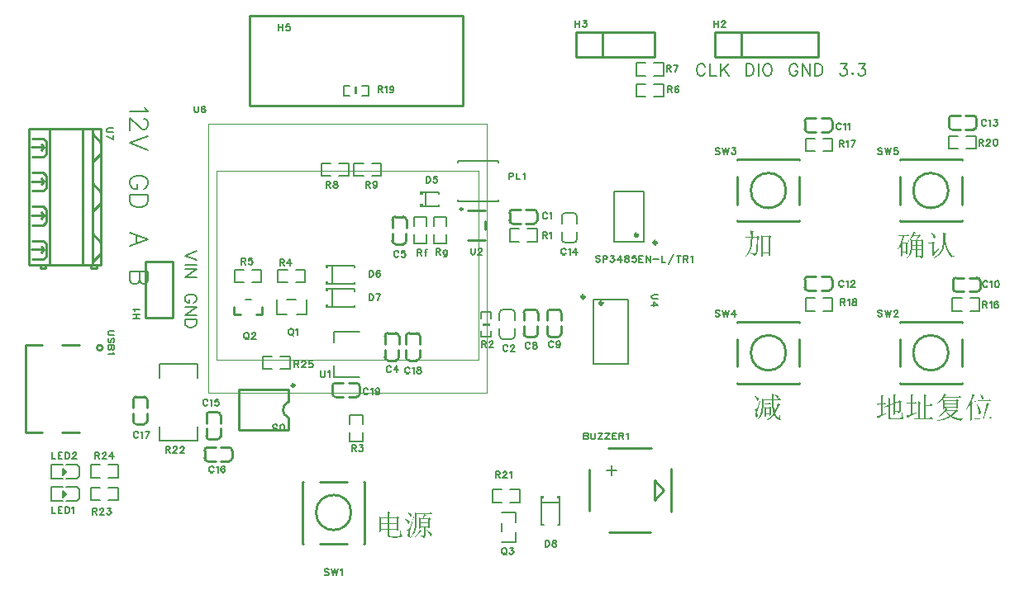
<source format=gto>
G04 Layer: TopSilkscreenLayer*
G04 EasyEDA Pro v2.1.33.40dfc3d9.d6468c, 2023-10-26 17:41:14*
G04 Gerber Generator version 0.3*
G04 Scale: 100 percent, Rotated: No, Reflected: No*
G04 Dimensions in millimeters*
G04 Leading zeros omitted, absolute positions, 3 integers and 3 decimals*
%FSLAX33Y33*%
%MOMM*%
%ADD10C,0.203*%
%ADD11C,0.152*%
%ADD12C,0.254*%
%ADD13C,0.2*%
%ADD14C,0.15*%
%ADD15C,0.152*%
%ADD16C,0.05*%
%ADD17C,0.3011*%
%ADD18C,0.3*%
G75*


G04 Text Start*
G54D10*
G01X10617Y-11151D02*
G01X10706Y-11328D01*
G01X10973Y-11595D01*
G01X9106D01*
G01X10528Y-12314D02*
G01X10617Y-12314D01*
G01X10795Y-12403D01*
G01X10884Y-12492D01*
G01X10973Y-12670D01*
G01Y-13025D01*
G01X10884Y-13203D01*
G01X10795Y-13292D01*
G01X10617Y-13381D01*
G01X10439D01*
G01X10262Y-13292D01*
G01X9995Y-13114D01*
G01X9106Y-12225D01*
G01Y-13470D01*
G01X10973Y-14100D02*
G01X9106Y-14811D01*
G01X10973Y-15522D02*
G01X9106Y-14811D01*
G01X10528Y-19477D02*
G01X10706Y-19388D01*
G01X10884Y-19210D01*
G01X10973Y-19032D01*
G01Y-18677D01*
G01X10884Y-18499D01*
G01X10706Y-18321D01*
G01X10528Y-18232D01*
G01X10262Y-18143D01*
G01X9817D01*
G01X9550Y-18232D01*
G01X9373Y-18321D01*
G01X9195Y-18499D01*
G01X9106Y-18677D01*
G01Y-19032D01*
G01X9195Y-19210D01*
G01X9373Y-19388D01*
G01X9550Y-19477D01*
G01X9817D01*
G01X9817Y-19032D02*
G01X9817Y-19477D01*
G01X10973Y-20107D02*
G01X9106Y-20107D01*
G01X10973Y-20107D02*
G01X10973Y-20729D01*
G01X10884Y-20996D01*
G01X10706Y-21173D01*
G01X10528Y-21262D01*
G01X10262Y-21351D01*
G01X9817D01*
G01X9550Y-21262D01*
G01X9373Y-21173D01*
G01X9195Y-20996D01*
G01X9106Y-20729D01*
G01Y-20107D01*
G01X10973Y-24684D02*
G01X9106Y-23973D01*
G01X10973Y-24684D02*
G01X9106Y-25395D01*
G01X9728Y-24239D02*
G01X9728Y-25128D01*
G01X10973Y-28016D02*
G01X9106Y-28016D01*
G01X10973Y-28016D02*
G01X10973Y-28816D01*
G01X10884Y-29083D01*
G01X10795Y-29172D01*
G01X10617Y-29261D01*
G01X10439D01*
G01X10262Y-29172D01*
G01X10173Y-29083D01*
G01X10084Y-28816D01*
G01X10084Y-28016D02*
G01X10084Y-28816D01*
G01X9995Y-29083D01*
G01X9906Y-29172D01*
G01X9728Y-29261D01*
G01X9462D01*
G01X9284Y-29172D01*
G01X9195Y-29083D01*
G01X9106Y-28816D01*
G01Y-28016D01*
G01X68016Y-6967D02*
G01X67958Y-6853D01*
G01X67843Y-6739D01*
G01X67729Y-6680D01*
G01X67501D01*
G01X67386Y-6739D01*
G01X67272Y-6853D01*
G01X67216Y-6967D01*
G01X67158Y-7137D01*
G01Y-7424D01*
G01X67216Y-7595D01*
G01X67272Y-7709D01*
G01X67386Y-7823D01*
G01X67501Y-7882D01*
G01X67729D01*
G01X67843Y-7823D01*
G01X67958Y-7709D01*
G01X68016Y-7595D01*
G01X68494Y-6680D02*
G01X68494Y-7882D01*
G01X68494Y-7882D02*
G01X69179Y-7882D01*
G01X69657Y-6680D02*
G01X69657Y-7882D01*
G01X70457Y-6680D02*
G01X69657Y-7480D01*
G01X69944Y-7196D02*
G01X70457Y-7882D01*
G01X72215Y-6680D02*
G01X72215Y-7882D01*
G01X72215Y-6680D02*
G01X72616Y-6680D01*
G01X72786Y-6739D01*
G01X72901Y-6853D01*
G01X72959Y-6967D01*
G01X73015Y-7137D01*
G01Y-7424D01*
G01X72959Y-7595D01*
G01X72901Y-7709D01*
G01X72786Y-7823D01*
G01X72616Y-7882D01*
G01X72215D01*
G01X73492Y-6680D02*
G01X73492Y-7882D01*
G01X74313Y-6680D02*
G01X74198Y-6739D01*
G01X74084Y-6853D01*
G01X74028Y-6967D01*
G01X73970Y-7137D01*
G01Y-7424D01*
G01X74028Y-7595D01*
G01X74084Y-7709D01*
G01X74198Y-7823D01*
G01X74313Y-7882D01*
G01X74541D01*
G01X74656Y-7823D01*
G01X74770Y-7709D01*
G01X74828Y-7595D01*
G01X74884Y-7424D01*
G01Y-7137D01*
G01X74828Y-6967D01*
G01X74770Y-6853D01*
G01X74656Y-6739D01*
G01X74541Y-6680D01*
G01X74313D01*
G01X77500Y-6967D02*
G01X77442Y-6853D01*
G01X77328Y-6739D01*
G01X77213Y-6680D01*
G01X76985D01*
G01X76871Y-6739D01*
G01X76756Y-6853D01*
G01X76700Y-6967D01*
G01X76642Y-7137D01*
G01Y-7424D01*
G01X76700Y-7595D01*
G01X76756Y-7709D01*
G01X76871Y-7823D01*
G01X76985Y-7882D01*
G01X77213D01*
G01X77328Y-7823D01*
G01X77442Y-7709D01*
G01X77500Y-7595D01*
G01Y-7424D01*
G01X77213Y-7424D02*
G01X77500Y-7424D01*
G01X77978Y-6680D02*
G01X77978Y-7882D01*
G01X77978Y-6680D02*
G01X78778Y-7882D01*
G01X78778Y-6680D02*
G01X78778Y-7882D01*
G01X79256Y-6680D02*
G01X79256Y-7882D01*
G01X79256Y-6680D02*
G01X79657Y-6680D01*
G01X79827Y-6739D01*
G01X79941Y-6853D01*
G01X80000Y-6967D01*
G01X80056Y-7137D01*
G01Y-7424D01*
G01X80000Y-7595D01*
G01X79941Y-7709D01*
G01X79827Y-7823D01*
G01X79657Y-7882D01*
G01X79256D01*
G01X81928Y-6680D02*
G01X82558Y-6680D01*
G01X82215Y-7137D01*
G01X82385D01*
G01X82499Y-7196D01*
G01X82558Y-7252D01*
G01X82614Y-7424D01*
G01Y-7539D01*
G01X82558Y-7709D01*
G01X82443Y-7823D01*
G01X82271Y-7882D01*
G01X82100D01*
G01X81928Y-7823D01*
G01X81872Y-7767D01*
G01X81813Y-7653D01*
G01X83149Y-7595D02*
G01X83091Y-7653D01*
G01X83149Y-7709D01*
G01X83205Y-7653D01*
G01X83149Y-7595D01*
G01X83797Y-6680D02*
G01X84427Y-6680D01*
G01X84084Y-7137D01*
G01X84254D01*
G01X84369Y-7196D01*
G01X84427Y-7252D01*
G01X84483Y-7424D01*
G01Y-7539D01*
G01X84427Y-7709D01*
G01X84313Y-7823D01*
G01X84140Y-7882D01*
G01X83970D01*
G01X83797Y-7823D01*
G01X83741Y-7767D01*
G01X83683Y-7653D01*
G01X15926Y-25883D02*
G01X14724Y-26340D01*
G01X15926Y-26797D02*
G01X14724Y-26340D01*
G01X15926Y-27275D02*
G01X14724Y-27275D01*
G01X15926Y-27752D02*
G01X14724Y-27752D01*
G01X15926Y-27752D02*
G01X14724Y-28552D01*
G01X15926Y-28552D02*
G01X14724Y-28552D01*
G01X15639Y-31168D02*
G01X15753Y-31110D01*
G01X15867Y-30996D01*
G01X15926Y-30881D01*
G01Y-30653D01*
G01X15867Y-30538D01*
G01X15753Y-30424D01*
G01X15639Y-30368D01*
G01X15469Y-30310D01*
G01X15182D01*
G01X15011Y-30368D01*
G01X14897Y-30424D01*
G01X14783Y-30538D01*
G01X14724Y-30653D01*
G01Y-30881D01*
G01X14783Y-30996D01*
G01X14897Y-31110D01*
G01X15011Y-31168D01*
G01X15182D01*
G01X15182Y-30881D02*
G01X15182Y-31168D01*
G01X15926Y-31646D02*
G01X14724Y-31646D01*
G01X15926Y-31646D02*
G01X14724Y-32446D01*
G01X15926Y-32446D02*
G01X14724Y-32446D01*
G01X15926Y-32923D02*
G01X14724Y-32923D01*
G01X15926Y-32923D02*
G01X15926Y-33325D01*
G01X15867Y-33495D01*
G01X15753Y-33609D01*
G01X15639Y-33668D01*
G01X15469Y-33724D01*
G01X15182D01*
G01X15011Y-33668D01*
G01X14897Y-33609D01*
G01X14783Y-33495D01*
G01X14724Y-33325D01*
G01Y-32923D01*
G36*
G01X35531Y-52587D02*
G01X35524Y-52588D01*
G01X35519Y-52594D01*
G01X35516Y-52603D01*
G01X35513Y-52620D01*
G01X35512Y-52645D01*
G01X35513Y-52662D01*
G01X35516Y-52677D01*
G01X35517Y-52683D01*
G01X35519Y-52711D01*
G01X35521Y-52867D01*
G01X35523Y-53032D01*
G01X35524Y-53053D01*
G01X35525Y-53056D01*
G01X35527Y-53066D01*
G01X35529Y-53082D01*
G01X35530Y-53134D01*
G01Y-53199D01*
G01X35503Y-53204D01*
G01X35462Y-53206D01*
G01X35146Y-53208D01*
G01X34842Y-53204D01*
G01X34812Y-53202D01*
G01X34800Y-53200D01*
G01X34797D01*
G01X34796Y-53199D01*
G01X34759Y-53176D01*
G01X34727Y-53158D01*
G01X34700Y-53144D01*
G01X34670Y-53125D01*
G01X34653Y-53116D01*
G01X34634Y-53107D01*
G01Y-53199D01*
G01X34635Y-53275D01*
G01X34636Y-53282D01*
G01X34819D01*
G01X35530D01*
G01X35696D01*
G01X36426D01*
G01Y-53790D01*
G01X36399Y-53796D01*
G01X36372Y-53797D01*
G01X36047Y-53800D01*
G01X35727Y-53797D01*
G01X35712Y-53796D01*
G01X35711Y-53795D01*
G01X35710D01*
G01X35705Y-53788D01*
G01X35701Y-53776D01*
G01X35700Y-53769D01*
G01X35697Y-53706D01*
G01X35696Y-53522D01*
G01Y-53282D01*
G01X35530D01*
G01Y-53790D01*
G01X35498Y-53795D01*
G01X35485Y-53796D01*
G01X35190Y-53800D01*
G01X35151D01*
G01X34849Y-53797D01*
G01X34835Y-53796D01*
G01X34834Y-53795D01*
G01X34833D01*
G01X34828Y-53788D01*
G01X34823Y-53776D01*
G01X34822Y-53769D01*
G01X34820Y-53706D01*
G01X34819Y-53522D01*
G01Y-53282D01*
G01X34636D01*
G01X34637Y-53301D01*
G01X34638Y-53305D01*
G01X34639Y-53310D01*
G01X34642Y-53396D01*
G01X34643Y-53906D01*
G01X34642Y-54132D01*
G01X34819D01*
G01X34822Y-53941D01*
G01X34825Y-53902D01*
G01X34828Y-53879D01*
G01X34830Y-53873D01*
G01X34831Y-53871D01*
G01X34832Y-53869D01*
G01X34833D01*
G01X34840Y-53867D01*
G01X34846Y-53866D01*
G01X34853Y-53867D01*
G01X34860Y-53869D01*
G01X34869Y-53870D01*
G01X35050Y-53873D01*
G01X35188D01*
G01X35494Y-53870D01*
G01X35509Y-53869D01*
G01X35511D01*
G01X35512D01*
G01X35519Y-53871D01*
G01X35525Y-53887D01*
G01X35527Y-53913D01*
G01X35530Y-54132D01*
G01X35696D01*
G01Y-53873D01*
G01X36047D01*
G01X36396Y-53870D01*
G01X36410Y-53869D01*
G01X36412D01*
G01X36415Y-53872D01*
G01X36418Y-53884D01*
G01X36423Y-53932D01*
G01X36426Y-54132D01*
G01Y-54400D01*
G01X36065D01*
G01X35716Y-54397D01*
G01X35703Y-54396D01*
G01X35701D01*
G01Y-54395D01*
G01X35700Y-54390D01*
G01X35697Y-54327D01*
G01X35696Y-54132D01*
G01X35530D01*
G01Y-54155D01*
G01Y-54400D01*
G01X35179D01*
G01X34840Y-54397D01*
G01X34825Y-54396D01*
G01X34823D01*
G01Y-54395D01*
G01X34822Y-54390D01*
G01X34820Y-54327D01*
G01X34819Y-54132D01*
G01X34642D01*
G01X34640Y-54495D01*
G01X34639Y-54505D01*
G01X34638Y-54506D01*
G01X34637Y-54511D01*
G01X34636Y-54529D01*
G01X34634Y-54622D01*
G01Y-54723D01*
G01X34657Y-54714D01*
G01X34689Y-54700D01*
G01X34724Y-54684D01*
G01X34756Y-54670D01*
G01X34774Y-54661D01*
G01X34790Y-54649D01*
G01X34801Y-54640D01*
G01X34805Y-54634D01*
G01X34808Y-54627D01*
G01X34812Y-54618D01*
G01X34814Y-54607D01*
G01X34816Y-54594D01*
G01X34818Y-54566D01*
G01X34819Y-54529D01*
G01Y-54474D01*
G01X35521D01*
G01X35526Y-54501D01*
G01X35527Y-54526D01*
G01X35530Y-54820D01*
G01X35534Y-55089D01*
G01X35536Y-55121D01*
G01X35538Y-55134D01*
G01X35539Y-55138D01*
G01X35547Y-55156D01*
G01X35555Y-55178D01*
G01X35559Y-55184D01*
G01X35563Y-55189D01*
G01X35572Y-55199D01*
G01X35585Y-55217D01*
G01X35590Y-55224D01*
G01X35596Y-55229D01*
G01X35602Y-55233D01*
G01X35615Y-55238D01*
G01X35621Y-55241D01*
G01X35627Y-55246D01*
G01X35638Y-55254D01*
G01X35646Y-55259D01*
G01X35659Y-55263D01*
G01X35705Y-55278D01*
G01X35715Y-55282D01*
G01X35718Y-55283D01*
G01X35752Y-55284D01*
G01X36246Y-55287D01*
G01X36769Y-55283D01*
G01X36780Y-55282D01*
G01X36781D01*
G01X36797Y-55278D01*
G01X36860Y-55263D01*
G01X36877Y-55258D01*
G01X36892Y-55250D01*
G01X36907Y-55240D01*
G01X36933Y-55226D01*
G01X36941Y-55221D01*
G01X36947Y-55215D01*
G01X36958Y-55201D01*
G01X36969Y-55190D01*
G01X36982Y-55179D01*
G01X36988Y-55172D01*
G01X36994Y-55163D01*
G01X37003Y-55142D01*
G01X37010Y-55129D01*
G01X37015Y-55123D01*
G01X37017Y-55121D01*
G01X37021Y-55115D01*
G01X37022Y-55110D01*
G01X37021Y-55104D01*
G01X37017Y-55097D01*
G01X37007Y-55084D01*
G01X36987Y-55069D01*
G01X36976Y-55058D01*
G01X36962Y-55038D01*
G01X36952Y-55028D01*
G01X36948Y-55022D01*
G01X36939Y-55006D01*
G01X36924Y-54976D01*
G01X36920Y-54969D01*
G01X36911Y-54957D01*
G01X36906Y-54948D01*
G01X36902Y-54937D01*
G01X36897Y-54922D01*
G01X36890Y-54898D01*
G01X36886Y-54873D01*
G01X36883Y-54857D01*
G01X36880Y-54833D01*
G01X36879Y-54809D01*
G01X36878Y-54771D01*
G01X36876Y-54754D01*
G01X36872Y-54739D01*
G01X36870Y-54723D01*
G01X36868Y-54696D01*
G01X36865Y-54682D01*
G01X36863Y-54672D01*
G01X36861Y-54657D01*
G01X36860Y-54613D01*
G01Y-54557D01*
G01X36833D01*
G01X36826D01*
G01X36820Y-54558D01*
G01X36815Y-54560D01*
G01X36810Y-54563D01*
G01X36807Y-54566D01*
G01X36804Y-54570D01*
G01X36802Y-54574D01*
G01X36800Y-54580D01*
G01X36799Y-54587D01*
G01X36797Y-54607D01*
G01X36795Y-54700D01*
G01X36794Y-54783D01*
G01X36792Y-54806D01*
G01X36791Y-54811D01*
G01X36789Y-54819D01*
G01X36787Y-54830D01*
G01X36785Y-54886D01*
G01X36784Y-54904D01*
G01X36780Y-54917D01*
G01X36778Y-54937D01*
G01X36776Y-55007D01*
G01X36775Y-55023D01*
G01X36772Y-55044D01*
G01X36769Y-55053D01*
G01X36749Y-55093D01*
G01X36744Y-55101D01*
G01X36741Y-55104D01*
G01X36738Y-55108D01*
G01X36734Y-55110D01*
G01X36726Y-55114D01*
G01X36704Y-55122D01*
G01X36689Y-55130D01*
G01X36686Y-55131D01*
G01X36679Y-55132D01*
G01X36639Y-55134D01*
G01X36237Y-55139D01*
G01X35797Y-55135D01*
G01X35785Y-55134D01*
G01X35784D01*
G01X35769Y-55128D01*
G01X35747Y-55118D01*
G01X35738Y-55111D01*
G01X35730Y-55103D01*
G01X35723Y-55094D01*
G01X35716Y-55082D01*
G01X35710Y-55069D01*
G01X35706Y-55056D01*
G01X35701Y-55033D01*
G01X35700Y-55021D01*
G01X35697Y-54881D01*
G01X35696Y-54742D01*
G01Y-54483D01*
G01X35724Y-54478D01*
G01X35765Y-54476D01*
G01X36084Y-54474D01*
G01X36426D01*
G01Y-54538D01*
G01X36427Y-54561D01*
G01X36428Y-54579D01*
G01X36430Y-54592D01*
G01X36432Y-54599D01*
G01X36434Y-54602D01*
G01X36435Y-54604D01*
G01X36436Y-54605D01*
G01X36438Y-54607D01*
G01X36440D01*
G01X36447Y-54609D01*
G01X36456Y-54607D01*
G01X36466Y-54604D01*
G01X36488Y-54592D01*
G01X36499Y-54587D01*
G01X36509Y-54583D01*
G01X36535Y-54574D01*
G01X36551Y-54566D01*
G01X36567Y-54557D01*
G01X36588Y-54548D01*
G01X36611Y-54538D01*
G01Y-54349D01*
G01X36609Y-54170D01*
G01X36606Y-54149D01*
G01Y-54146D01*
G01X36605Y-54143D01*
G01X36604Y-54115D01*
G01X36601Y-53735D01*
G01Y-53337D01*
G01X36624Y-53324D01*
G01X36635Y-53317D01*
G01X36648Y-53306D01*
G01X36654Y-53299D01*
G01X36662Y-53290D01*
G01X36667Y-53285D01*
G01X36673Y-53281D01*
G01X36686Y-53275D01*
G01X36690Y-53271D01*
G01X36693Y-53265D01*
G01X36694Y-53259D01*
G01X36693Y-53253D01*
G01X36690Y-53247D01*
G01X36686Y-53241D01*
G01X36673Y-53231D01*
G01X36662Y-53220D01*
G01X36647Y-53200D01*
G01X36627Y-53185D01*
G01X36616Y-53173D01*
G01X36600Y-53154D01*
G01X36581Y-53139D01*
G01X36569Y-53127D01*
G01X36560Y-53114D01*
G01X36554Y-53109D01*
G01X36548Y-53105D01*
G01X36541Y-53102D01*
G01X36535Y-53101D01*
G01X36529Y-53102D01*
G01X36523Y-53106D01*
G01X36514Y-53118D01*
G01X36502Y-53130D01*
G01X36483Y-53145D01*
G01X36467Y-53164D01*
G01X36456Y-53176D01*
G01X36436Y-53190D01*
G01X36426Y-53199D01*
G01X36418Y-53201D01*
G01X36370Y-53205D01*
G01X36056Y-53208D01*
G01X35696D01*
G01Y-53001D01*
G01X35699Y-52857D01*
G01X35702Y-52818D01*
G01X35705Y-52797D01*
G01X35706Y-52790D01*
G01X35708Y-52786D01*
G01X35709Y-52785D01*
G01X35710Y-52784D01*
G01X35717Y-52779D01*
G01X35728Y-52767D01*
G01X35738Y-52754D01*
G01X35743Y-52749D01*
G01X35749Y-52745D01*
G01X35763Y-52739D01*
G01X35768Y-52734D01*
G01X35772Y-52727D01*
G01X35775Y-52719D01*
G01Y-52711D01*
G01X35772Y-52704D01*
G01X35766Y-52699D01*
G01X35756Y-52696D01*
G01X35745Y-52693D01*
G01X35731Y-52688D01*
G01X35723Y-52684D01*
G01X35703Y-52672D01*
G01X35666Y-52657D01*
G01X35649Y-52647D01*
G01X35629Y-52636D01*
G01X35593Y-52620D01*
G01X35575Y-52611D01*
G01X35556Y-52599D01*
G01X35539Y-52590D01*
G37*
G36*
G01X39888Y-52676D02*
G01X39882Y-52677D01*
G01X39876Y-52681D01*
G01X39866Y-52693D01*
G01X39855Y-52704D01*
G01X39835Y-52720D01*
G01X39820Y-52740D01*
G01X39808Y-52751D01*
G01X39789Y-52766D01*
G01X39774Y-52786D01*
G01X39762Y-52797D01*
G01X39743Y-52811D01*
G01X39733Y-52820D01*
G01X39729Y-52821D01*
G01X39721Y-52823D01*
G01X39640Y-52826D01*
G01X39104Y-52829D01*
G01X38529Y-52823D01*
G01X38489Y-52820D01*
G01X38473Y-52818D01*
G01X38469Y-52817D01*
G01X38467Y-52816D01*
G01X38447Y-52802D01*
G01X38399Y-52771D01*
G01X38364Y-52747D01*
G01X38342Y-52733D01*
G01X38332Y-52727D01*
G01X38328Y-52726D01*
G01X38324D01*
G01X38321D01*
G01X38318Y-52727D01*
G01X38316Y-52730D01*
G01X38315Y-52733D01*
G01X38313Y-52740D01*
G01X38312Y-52747D01*
G01X38313Y-52753D01*
G01X38315Y-52760D01*
G01Y-52764D01*
G01X38317Y-52847D01*
G01X38319Y-53333D01*
G01X38316Y-53894D01*
G01X38315Y-53905D01*
G01X38313Y-53913D01*
G01X38310Y-53929D01*
G01X38309Y-53955D01*
G01X38306Y-53970D01*
G01X38304Y-53980D01*
G01X38302Y-53995D01*
G01X38300Y-54080D01*
G01X38298Y-54103D01*
G01X38294Y-54117D01*
G01X38289Y-54140D01*
G01X38287Y-54155D01*
G01X38278Y-54220D01*
G01X38273Y-54247D01*
G01X38267Y-54273D01*
G01X38264Y-54292D01*
G01Y-54314D01*
G01X38262Y-54325D01*
G01X38259Y-54335D01*
G01X38252Y-54349D01*
G01X38249Y-54359D01*
G01X38247Y-54368D01*
G01X38246Y-54377D01*
G01X38245Y-54391D01*
G01X38243Y-54400D01*
G01X38240Y-54409D01*
G01X38234Y-54423D01*
G01X38231Y-54432D01*
G01X38229Y-54441D01*
G01X38227Y-54450D01*
G01X38226Y-54473D01*
G01X38222Y-54488D01*
G01X38190Y-54585D01*
G01X38164Y-54657D01*
G01X38155Y-54686D01*
G01X38148Y-54704D01*
G01X38133Y-54739D01*
G01X38118Y-54772D01*
G01X38109Y-54789D01*
G01X38097Y-54809D01*
G01X38075Y-54861D01*
G01X38052Y-54908D01*
G01X38038Y-54933D01*
G01X38028Y-54949D01*
G01X37925Y-55114D01*
G01X37904Y-55143D01*
G01X37887Y-55166D01*
G01X37862Y-55205D01*
G01X37851Y-55220D01*
G01X37834Y-55238D01*
G01X37821Y-55258D01*
G01X37807Y-55273D01*
G01X37803Y-55279D01*
G01X37800Y-55285D01*
G01X37798Y-55291D01*
G01X37796Y-55298D01*
G01X37798Y-55304D01*
G01X37801Y-55310D01*
G01X37807Y-55314D01*
G01X37814Y-55317D01*
G01X37822Y-55316D01*
G01X37830Y-55310D01*
G01X37839Y-55300D01*
G01X37848Y-55290D01*
G01X37856Y-55281D01*
G01X37868Y-55270D01*
G01X37878Y-55263D01*
G01X37890Y-55252D01*
G01X37905Y-55232D01*
G01X37924Y-55217D01*
G01X37936Y-55205D01*
G01X37951Y-55186D01*
G01X37964Y-55176D01*
G01X37970Y-55170D01*
G01X37977Y-55164D01*
G01X37982Y-55157D01*
G01X37996Y-55132D01*
G01X38003Y-55123D01*
G01X38019Y-55104D01*
G01X38029Y-55091D01*
G01X38040Y-55079D01*
G01X38054Y-55069D01*
G01X38059Y-55063D01*
G01X38065Y-55055D01*
G01X38075Y-55037D01*
G01X38082Y-55027D01*
G01X38130Y-54963D01*
G01X38140Y-54949D01*
G01X38148Y-54936D01*
G01X38162Y-54910D01*
G01X38169Y-54901D01*
G01X38176Y-54893D01*
G01X38185Y-54880D01*
G01X38199Y-54855D01*
G01X38206Y-54846D01*
G01X38213Y-54838D01*
G01X38222Y-54821D01*
G01X38232Y-54799D01*
G01X38237Y-54789D01*
G01X38243Y-54779D01*
G01X38262Y-54752D01*
G01X38267Y-54741D01*
G01X38274Y-54723D01*
G01X38287Y-54702D01*
G01X38292Y-54693D01*
G01X38308Y-54656D01*
G01X38317Y-54639D01*
G01X38324Y-54628D01*
G01X38331Y-54612D01*
G01X38339Y-54585D01*
G01X38354Y-54551D01*
G01X38366Y-54520D01*
G01X38379Y-54478D01*
G01X38400Y-54424D01*
G01X38404Y-54407D01*
G01X38412Y-54374D01*
G01X38421Y-54342D01*
G01X38430Y-54301D01*
G01X38437Y-54277D01*
G01X38442Y-54256D01*
G01X38448Y-54219D01*
G01X38455Y-54194D01*
G01X38458Y-54175D01*
G01X38459Y-54144D01*
G01X38462Y-54131D01*
G01X38465Y-54119D01*
G01X38469Y-54091D01*
G01X38472Y-54072D01*
G01X38475Y-54028D01*
G01X38477Y-53977D01*
G01X38479Y-53960D01*
G01X38481Y-53952D01*
G01X38482Y-53947D01*
G01X38484Y-53925D01*
G01X38488Y-53692D01*
G01X38490Y-53669D01*
G01Y-53666D01*
G01X38491Y-53656D01*
G01X38495Y-53278D01*
G01Y-52904D01*
G01X39215D01*
G01X39210Y-52941D01*
G01X39208Y-52958D01*
G01X39205Y-52973D01*
G01X39199Y-52991D01*
G01X39189Y-53015D01*
G01X39183Y-53038D01*
G01X39178Y-53058D01*
G01X39174Y-53074D01*
G01X39147Y-53145D01*
G01X39140Y-53163D01*
G01X39125Y-53196D01*
G01X39113Y-53227D01*
G01X39104Y-53252D01*
G01X39086Y-53290D01*
G01X39077Y-53305D01*
G01X39073Y-53309D01*
G01X39068Y-53312D01*
G01X39060Y-53314D01*
G01X39049Y-53316D01*
G01X39022Y-53318D01*
G01X38984Y-53319D01*
G01X38936Y-53318D01*
G01X38916Y-53317D01*
G01X38899Y-53314D01*
G01X38892Y-53312D01*
G01X38888Y-53311D01*
G01X38850Y-53287D01*
G01X38818Y-53269D01*
G01X38791Y-53255D01*
G01X38770Y-53241D01*
G01X38763Y-53238D01*
G01X38756Y-53237D01*
G01X38749Y-53236D01*
G01X38743Y-53239D01*
G01X38740Y-53247D01*
G01X38739Y-53259D01*
G01X38740Y-53278D01*
G01X38743Y-53319D01*
G01X38745Y-53388D01*
G01X38747Y-53408D01*
G01X38749Y-53416D01*
G01X38750Y-53425D01*
G01X38751Y-53550D01*
G01X38910D01*
G01Y-53402D01*
G01X38938Y-53397D01*
G01X38981Y-53395D01*
G01X39322Y-53393D01*
G01X39686D01*
G01Y-53735D01*
G01X39308D01*
G01X38939Y-53732D01*
G01X38927Y-53731D01*
G01X38925D01*
G01X38924Y-53730D01*
G01X38920Y-53724D01*
G01X38915Y-53712D01*
G01X38914Y-53706D01*
G01X38912Y-53682D01*
G01X38910Y-53550D01*
G01X38751D01*
G01X38753Y-53800D01*
G01X38752Y-53970D01*
G01X38910D01*
G01Y-53818D01*
G01X38938Y-53813D01*
G01X38981Y-53811D01*
G01X39322Y-53809D01*
G01X39686D01*
G01Y-53970D01*
G01X39689Y-54117D01*
G01X39690Y-54138D01*
G01X39691Y-54141D01*
G01X39689Y-54149D01*
G01X39672Y-54155D01*
G01X39668Y-54156D01*
G01X39625Y-54157D01*
G01X39289Y-54160D01*
G01X38940Y-54157D01*
G01X38927Y-54156D01*
G01X38925Y-54155D01*
G01X38924D01*
G01X38920Y-54148D01*
G01X38915Y-54137D01*
G01X38914Y-54131D01*
G01X38912Y-54107D01*
G01X38910Y-53970D01*
G01X38752D01*
G01X38750Y-54168D01*
G01X38749Y-54181D01*
G01Y-54183D01*
G01X38747Y-54193D01*
G01X38745Y-54209D01*
G01X38743Y-54308D01*
G01X38741Y-54333D01*
G01X38740Y-54340D01*
G01X38739Y-54346D01*
G01X38740Y-54351D01*
G01X38743Y-54355D01*
G01X38749Y-54359D01*
G01X38756Y-54360D01*
G01X38764D01*
G01X38772Y-54358D01*
G01X38781Y-54353D01*
G01X38806Y-54342D01*
G01X38823Y-54335D01*
G01X38855Y-54321D01*
G01X38882Y-54308D01*
G01X38897Y-54298D01*
G01X38903Y-54293D01*
G01X38907Y-54285D01*
G01X38910Y-54277D01*
G01X38911Y-54260D01*
G01X38912Y-54255D01*
G01X38914Y-54251D01*
G01X38916Y-54247D01*
G01X38919Y-54244D01*
G01X38923Y-54242D01*
G01X38928Y-54240D01*
G01X38934Y-54238D01*
G01X38941Y-54237D01*
G01X38983Y-54235D01*
G01X39086Y-54234D01*
G01X39215D01*
G01Y-54631D01*
G01X39210Y-54970D01*
G01X39207Y-55014D01*
G01X39204Y-55033D01*
G01X39203Y-55039D01*
G01X39202Y-55041D01*
G01X39201Y-55042D01*
G01X39194Y-55048D01*
G01X39185Y-55054D01*
G01X39175Y-55060D01*
G01X39159Y-55067D01*
G01X39146Y-55070D01*
G01X39132Y-55071D01*
G01X39117Y-55070D01*
G01X39094Y-55068D01*
G01X39076Y-55067D01*
G01X39067Y-55069D01*
G01X39056Y-55071D01*
G01X39049Y-55072D01*
G01X39042Y-55071D01*
G01X39026Y-55068D01*
G01X39011Y-55066D01*
G01X38926Y-55064D01*
G01X38903Y-55062D01*
G01X38897Y-55060D01*
G01X38889Y-55059D01*
G01X38882Y-55058D01*
G01X38873Y-55059D01*
G01X38865Y-55060D01*
G01X38856Y-55064D01*
G01X38852Y-55068D01*
G01X38850Y-55075D01*
G01Y-55083D01*
G01X38854Y-55092D01*
G01X38858Y-55100D01*
G01X38865Y-55106D01*
G01X38874Y-55111D01*
G01X38893Y-55119D01*
G01X38915Y-55125D01*
G01X38936Y-55130D01*
G01X38952Y-55134D01*
G01X38989Y-55148D01*
G01X39001Y-55153D01*
G01X39012Y-55160D01*
G01X39024Y-55167D01*
G01X39065Y-55198D01*
G01X39079Y-55208D01*
G01X39085Y-55215D01*
G01X39090Y-55223D01*
G01X39095Y-55231D01*
G01X39113Y-55268D01*
G01X39125Y-55293D01*
G01X39132Y-55310D01*
G01X39135Y-55315D01*
G01X39137Y-55319D01*
G01X39140Y-55322D01*
G01X39144Y-55325D01*
G01X39147Y-55326D01*
G01X39151D01*
G01X39156Y-55325D01*
G01X39169Y-55319D01*
G01X39188Y-55312D01*
G01X39206Y-55307D01*
G01X39217Y-55303D01*
G01X39227Y-55297D01*
G01X39238Y-55291D01*
G01X39276Y-55268D01*
G01X39288Y-55258D01*
G01X39303Y-55238D01*
G01X39315Y-55227D01*
G01X39328Y-55217D01*
G01X39334Y-55209D01*
G01X39340Y-55200D01*
G01X39349Y-55179D01*
G01X39356Y-55166D01*
G01X39361Y-55160D01*
G01X39367Y-55152D01*
G01X39370Y-55146D01*
G01X39372Y-55138D01*
G01X39373Y-55121D01*
G01X39375Y-55112D01*
G01X39378Y-55104D01*
G01X39382Y-55097D01*
G01X39383Y-55094D01*
G01X39384Y-55088D01*
G01X39386Y-55048D01*
G01X39391Y-54658D01*
G01Y-54234D01*
G01X39686D01*
G01Y-54284D01*
G01X39688Y-54307D01*
G01X39690Y-54320D01*
G01X39692Y-54327D01*
G01X39695Y-54333D01*
G01X39697Y-54335D01*
G01X39699Y-54337D01*
G01X39701Y-54338D01*
G01X39703Y-54339D01*
G01X39705Y-54340D01*
G01X39714Y-54341D01*
G01X39722D01*
G01X39730Y-54339D01*
G01X39745Y-54331D01*
G01X39754Y-54326D01*
G01X39790Y-54310D01*
G01X39807Y-54301D01*
G01X39826Y-54289D01*
G01X39843Y-54280D01*
G01X39845Y-54277D01*
G01X39848Y-54271D01*
G01X39850Y-54263D01*
G01X39853Y-54235D01*
G01X39858Y-54144D01*
G01X39862Y-53864D01*
G01X39859Y-53463D01*
G01X39858Y-53450D01*
G01X39857Y-53449D01*
G01Y-53443D01*
G01X39860Y-53437D01*
G01X39866Y-53429D01*
G01X39886Y-53412D01*
G01X39895Y-53403D01*
G01X39905Y-53392D01*
G01X39917Y-53376D01*
G01X39926Y-53365D01*
G01X39930Y-53360D01*
G01X39931Y-53355D01*
G01X39930Y-53349D01*
G01X39926Y-53343D01*
G01X39916Y-53330D01*
G01X39903Y-53319D01*
G01X39877Y-53300D01*
G01X39856Y-53283D01*
G01X39847Y-53274D01*
G01X39837Y-53263D01*
G01X39829Y-53252D01*
G01X39822Y-53246D01*
G01X39812Y-53238D01*
G01X39802Y-53231D01*
G01X39769Y-53213D01*
G01X39765Y-53212D01*
G01X39759Y-53216D01*
G01X39753Y-53222D01*
G01X39746Y-53231D01*
G01X39729Y-53259D01*
G01X39696Y-53305D01*
G01X39690Y-53309D01*
G01X39675Y-53312D01*
G01X39623Y-53316D01*
G01X39423Y-53319D01*
G01X39160D01*
G01X39166Y-53296D01*
G01X39170Y-53286D01*
G01X39179Y-53270D01*
G01X39188Y-53259D01*
G01X39220Y-53218D01*
G01X39248Y-53178D01*
G01X39259Y-53167D01*
G01X39272Y-53157D01*
G01X39278Y-53152D01*
G01X39282Y-53146D01*
G01X39288Y-53132D01*
G01X39291Y-53127D01*
G01X39297Y-53121D01*
G01X39316Y-53107D01*
G01X39331Y-53093D01*
G01X39349Y-53079D01*
G01X39367Y-53065D01*
G01X39378Y-53056D01*
G01X39394Y-53047D01*
G01X39421Y-53035D01*
G01X39438Y-53026D01*
G01X39448Y-53019D01*
G01X39452Y-53014D01*
G01X39454Y-53010D01*
G01X39455Y-53005D01*
G01X39454Y-53001D01*
G01X39451Y-52997D01*
G01X39445Y-52994D01*
G01X39428Y-52989D01*
G01X39421Y-52985D01*
G01X39415Y-52982D01*
G01X39405Y-52973D01*
G01X39399Y-52969D01*
G01X39393Y-52966D01*
G01X39373Y-52958D01*
G01X39344Y-52941D01*
G01X39314Y-52924D01*
G01X39309Y-52920D01*
G01X39306Y-52917D01*
G01X39304Y-52915D01*
G01X39303Y-52913D01*
G01X39308Y-52911D01*
G01X39326Y-52909D01*
G01X39606Y-52904D01*
G01X39700D01*
G01X40065Y-52899D01*
G01X40092Y-52898D01*
G01X40102Y-52896D01*
G01X40105Y-52895D01*
G01X40106D01*
G01X40107Y-52894D01*
G01Y-52885D01*
G01X40097Y-52876D01*
G01X40085Y-52866D01*
G01X40070Y-52846D01*
G01X40058Y-52835D01*
G01X40039Y-52819D01*
G01X40028Y-52807D01*
G01X40014Y-52788D01*
G01X39996Y-52767D01*
G01X39986Y-52754D01*
G01X39975Y-52742D01*
G01X39955Y-52727D01*
G01X39940Y-52708D01*
G01X39928Y-52696D01*
G01X39915Y-52687D01*
G01X39901Y-52680D01*
G01X39894Y-52677D01*
G37*
G36*
G01X37604Y-52685D02*
G01X37602Y-52686D01*
G01X37599Y-52687D01*
G01X37595Y-52689D01*
G01X37591Y-52693D01*
G01X37587Y-52698D01*
G01X37585Y-52705D01*
G01X37584Y-52713D01*
G01X37586Y-52721D01*
G01X37591Y-52731D01*
G01X37599Y-52742D01*
G01X37636Y-52788D01*
G01X37653Y-52811D01*
G01X37678Y-52850D01*
G01X37689Y-52864D01*
G01X37696Y-52872D01*
G01X37705Y-52886D01*
G01X37717Y-52908D01*
G01X37726Y-52922D01*
G01X37747Y-52951D01*
G01X37761Y-52973D01*
G01X37770Y-52990D01*
G01X37779Y-53007D01*
G01X37798Y-53051D01*
G01X37810Y-53079D01*
G01X37819Y-53106D01*
G01X37826Y-53123D01*
G01X37830Y-53130D01*
G01X37849Y-53158D01*
G01X37858Y-53169D01*
G01X37862Y-53173D01*
G01X37867Y-53176D01*
G01X37872Y-53177D01*
G01X37879D01*
G01X37886Y-53175D01*
G01X37899Y-53169D01*
G01X37907Y-53164D01*
G01X37914Y-53158D01*
G01X37920Y-53152D01*
G01X37936Y-53130D01*
G01X37946Y-53120D01*
G01X37951Y-53112D01*
G01X37964Y-53093D01*
G01X37970Y-53081D01*
G01X37977Y-53068D01*
G01X37982Y-53053D01*
G01X37987Y-53038D01*
G01X37992Y-53015D01*
G01X37995Y-53003D01*
G01X37996Y-52987D01*
G01X37995Y-52969D01*
G01X37991Y-52954D01*
G01X37982Y-52926D01*
G01X37976Y-52912D01*
G01X37964Y-52894D01*
G01X37950Y-52877D01*
G01X37929Y-52855D01*
G01X37910Y-52841D01*
G01X37884Y-52824D01*
G01X37869Y-52814D01*
G01X37861Y-52807D01*
G01X37845Y-52797D01*
G01X37815Y-52784D01*
G01X37807Y-52779D01*
G01X37802Y-52774D01*
G01X37797Y-52770D01*
G01X37780Y-52760D01*
G01X37754Y-52749D01*
G01X37736Y-52740D01*
G01X37719Y-52729D01*
G01X37690Y-52718D01*
G01X37648Y-52698D01*
G01X37631Y-52691D01*
G01X37616Y-52686D01*
G01X37608Y-52685D01*
G37*
G36*
G01X38199Y-53042D02*
G01X38193Y-53043D01*
G01X38189Y-53045D01*
G01X38185Y-53047D01*
G01X38182Y-53049D01*
G01X38180Y-53052D01*
G01X38178Y-53056D01*
G01X38169Y-53085D01*
G01X38167Y-53093D01*
G01X38145Y-53152D01*
G01X38133Y-53197D01*
G01X38130Y-53204D01*
G01X38108Y-53263D01*
G01X38095Y-53307D01*
G01X38065Y-53398D01*
G01X38044Y-53457D01*
G01X38031Y-53502D01*
G01X38015Y-53550D01*
G01X38003Y-53586D01*
G01X37994Y-53621D01*
G01X37991Y-53629D01*
G01X37978Y-53666D01*
G01X37959Y-53712D01*
G01X37953Y-53729D01*
G01X37948Y-53746D01*
G01X37943Y-53769D01*
G01X37938Y-53783D01*
G01X37934Y-53791D01*
G01X37927Y-53802D01*
G01X37923Y-53811D01*
G01X37920Y-53821D01*
G01X37913Y-53853D01*
G01X37908Y-53869D01*
G01X37887Y-53928D01*
G01X37874Y-53972D01*
G01X37866Y-53995D01*
G01X37850Y-54030D01*
G01X37837Y-54074D01*
G01X37834Y-54081D01*
G01X37821Y-54118D01*
G01X37804Y-54162D01*
G01X37793Y-54194D01*
G01X37777Y-54231D01*
G01X37765Y-54262D01*
G01X37760Y-54275D01*
G01X37755Y-54288D01*
G01X37749Y-54300D01*
G01X37733Y-54328D01*
G01X37725Y-54345D01*
G01X37721Y-54355D01*
G01X37718Y-54362D01*
G01X37714Y-54367D01*
G01X37705Y-54377D01*
G01X37691Y-54395D01*
G01X37681Y-54408D01*
G01X37668Y-54418D01*
G01X37650Y-54432D01*
G01X37645Y-54437D01*
G01X37638Y-54441D01*
G01X37628Y-54445D01*
G01X37613Y-54448D01*
G01X37595Y-54450D01*
G01X37552Y-54455D01*
G01X37512D01*
G01X37491Y-54453D01*
G01X37479Y-54449D01*
G01X37460Y-54447D01*
G01X37431Y-54446D01*
G01X37382Y-54445D01*
G01X37361Y-54443D01*
G01X37354Y-54441D01*
G01X37348D01*
G01X37343Y-54444D01*
G01X37339Y-54450D01*
G01X37335Y-54460D01*
G01X37331Y-54483D01*
G01X37363Y-54492D01*
G01X37410Y-54506D01*
G01X37480Y-54533D01*
G01X37491Y-54537D01*
G01X37500Y-54541D01*
G01X37552Y-54570D01*
G01X37567Y-54578D01*
G01X37575Y-54584D01*
G01X37581Y-54591D01*
G01X37587Y-54599D01*
G01X37608Y-54640D01*
G01X37612Y-54650D01*
G01X37615Y-54662D01*
G01X37617Y-54676D01*
G01X37618Y-54712D01*
G01X37620Y-54726D01*
G01X37621Y-54730D01*
G01X37622Y-54732D01*
G01X37623Y-54738D01*
G01Y-54744D01*
G01X37621Y-54751D01*
G01X37613Y-54770D01*
G01X37610Y-54781D01*
G01X37608Y-54799D01*
G01Y-54819D01*
G01X37606Y-54830D01*
G01X37603Y-54840D01*
G01X37601Y-54844D01*
G01X37595Y-54855D01*
G01X37592Y-54863D01*
G01X37590Y-54871D01*
G01X37589Y-54889D01*
G01X37587Y-54899D01*
G01X37584Y-54908D01*
G01X37578Y-54922D01*
G01X37575Y-54932D01*
G01X37573Y-54944D01*
G01X37571Y-54976D01*
G01X37569Y-54997D01*
G01X37567Y-55005D01*
G01X37565Y-55013D01*
G01X37563Y-55025D01*
G01X37562Y-55056D01*
G01X37563Y-55073D01*
G01X37566Y-55095D01*
G01X37569Y-55106D01*
G01X37580Y-55128D01*
G01X37589Y-55143D01*
G01X37595Y-55151D01*
G01X37602Y-55157D01*
G01X37611Y-55164D01*
G01X37622Y-55171D01*
G01X37634Y-55178D01*
G01X37646Y-55184D01*
G01X37659Y-55189D01*
G01X37700Y-55204D01*
G01X37710Y-55208D01*
G01X37715Y-55210D01*
G01X37734Y-55212D01*
G01X37754D01*
G01X37760Y-55211D01*
G01X37766Y-55210D01*
G01X37771Y-55208D01*
G01X37776Y-55205D01*
G01X37780Y-55202D01*
G01X37785Y-55199D01*
G01X37788Y-55194D01*
G01X37794Y-55185D01*
G01X37799Y-55173D01*
G01X37801Y-55161D01*
G01X37802Y-55148D01*
G01X37801Y-55124D01*
G01X37799Y-55110D01*
G01X37796Y-55101D01*
G01X37795Y-55078D01*
G01X37793Y-54949D01*
G01X37795Y-54817D01*
G01X37797Y-54796D01*
G01X37800Y-54785D01*
G01X37802Y-54766D01*
G01X37803Y-54734D01*
G01X37806Y-54722D01*
G01X37808Y-54715D01*
G01X37810Y-54694D01*
G01X37812Y-54608D01*
G01X37815Y-54587D01*
G01X37821Y-54564D01*
G01X37825Y-54543D01*
G01X37828Y-54526D01*
G01X37830Y-54501D01*
G01Y-54492D01*
G01X37832Y-54483D01*
G01X37835Y-54474D01*
G01X37841Y-54460D01*
G01X37844Y-54450D01*
G01X37847Y-54441D01*
G01X37848Y-54432D01*
G01X37849Y-54418D01*
G01X37851Y-54409D01*
G01X37854Y-54400D01*
G01X37860Y-54386D01*
G01X37863Y-54377D01*
G01X37865Y-54368D01*
G01X37867Y-54359D01*
G01Y-54344D01*
G01X37869Y-54335D01*
G01X37872Y-54326D01*
G01X37878Y-54312D01*
G01X37882Y-54303D01*
G01X37884Y-54294D01*
G01X37885Y-54284D01*
G01X37886Y-54271D01*
G01X37888Y-54262D01*
G01X37891Y-54252D01*
G01X37899Y-54233D01*
G01X37902Y-54222D01*
G01X37906Y-54210D01*
G01X37911Y-54183D01*
G01X37914Y-54171D01*
G01X37918Y-54160D01*
G01X37926Y-54141D01*
G01X37929Y-54132D01*
G01X37931Y-54123D01*
G01Y-54109D01*
G01X37933Y-54099D01*
G01X37935Y-54090D01*
G01X37938Y-54081D01*
G01X37945Y-54067D01*
G01X37948Y-54058D01*
G01X37949Y-54049D01*
G01X37951Y-54031D01*
G01X37952Y-54022D01*
G01X37955Y-54015D01*
G01X37963Y-54000D01*
G01X37966Y-53992D01*
G01X37968Y-53984D01*
G01X37969Y-53966D01*
G01X37970Y-53958D01*
G01X37974Y-53950D01*
G01X37982Y-53935D01*
G01X37985Y-53928D01*
G01X37986Y-53919D01*
G01X37987Y-53901D01*
G01X37989Y-53893D01*
G01X37992Y-53885D01*
G01X38000Y-53871D01*
G01X38003Y-53863D01*
G01X38005Y-53855D01*
G01X38006Y-53836D01*
G01X38008Y-53827D01*
G01X38011Y-53818D01*
G01X38019Y-53799D01*
G01X38023Y-53788D01*
G01X38026Y-53776D01*
G01X38033Y-53738D01*
G01X38052Y-53675D01*
G01X38125Y-53416D01*
G01X38137Y-53373D01*
G01X38143Y-53344D01*
G01X38149Y-53326D01*
G01X38159Y-53297D01*
G01X38165Y-53280D01*
G01X38172Y-53248D01*
G01X38190Y-53185D01*
G01X38209Y-53121D01*
G01X38220Y-53077D01*
G01X38223Y-53060D01*
G01Y-53055D01*
G01X38222Y-53051D01*
G01X38220Y-53048D01*
G01X38217Y-53045D01*
G01X38214Y-53043D01*
G01X38209Y-53042D01*
G37*
G36*
G01X37341Y-53375D02*
G01X37335Y-53376D01*
G01X37331Y-53379D01*
G01X37326Y-53385D01*
G01X37322Y-53393D01*
G01X37319Y-53402D01*
G01X37318Y-53409D01*
G01X37321Y-53416D01*
G01X37333Y-53426D01*
G01X37339Y-53432D01*
G01X37345Y-53440D01*
G01X37354Y-53457D01*
G01X37360Y-53464D01*
G01X37366Y-53471D01*
G01X37379Y-53481D01*
G01X37384Y-53487D01*
G01X37388Y-53493D01*
G01X37394Y-53506D01*
G01X37397Y-53512D01*
G01X37400Y-53517D01*
G01X37415Y-53535D01*
G01X37435Y-53566D01*
G01X37445Y-53578D01*
G01X37452Y-53584D01*
G01X37462Y-53592D01*
G01X37468Y-53599D01*
G01X37472Y-53606D01*
G01X37476Y-53619D01*
G01X37479Y-53629D01*
G01X37484Y-53638D01*
G01X37503Y-53666D01*
G01X37511Y-53679D01*
G01X37516Y-53688D01*
G01X37534Y-53726D01*
G01X37546Y-53750D01*
G01X37553Y-53767D01*
G01X37567Y-53804D01*
G01X37580Y-53841D01*
G01X37589Y-53861D01*
G01X37595Y-53868D01*
G01X37603Y-53878D01*
G01X37610Y-53887D01*
G01X37613Y-53892D01*
G01X37616Y-53896D01*
G01X37621Y-53899D01*
G01X37628Y-53900D01*
G01X37636Y-53901D01*
G01X37640D01*
G01X37645Y-53900D01*
G01X37650Y-53898D01*
G01X37659Y-53894D01*
G01X37668Y-53887D01*
G01X37685Y-53869D01*
G01X37695Y-53858D01*
G01X37710Y-53838D01*
G01X37719Y-53827D01*
G01X37724Y-53822D01*
G01X37728Y-53813D01*
G01X37733Y-53803D01*
G01X37737Y-53790D01*
G01X37742Y-53775D01*
G01X37745Y-53759D01*
G01X37750Y-53731D01*
G01X37752Y-53721D01*
G01X37754Y-53697D01*
G01Y-53673D01*
G01X37752Y-53656D01*
G01X37747Y-53641D01*
G01X37744Y-53633D01*
G01X37740Y-53627D01*
G01X37733Y-53619D01*
G01X37719Y-53601D01*
G01X37709Y-53588D01*
G01X37696Y-53578D01*
G01X37670Y-53559D01*
G01X37617Y-53518D01*
G01X37598Y-53504D01*
G01X37576Y-53490D01*
G01X37544Y-53472D01*
G01X37509Y-53454D01*
G01X37475Y-53434D01*
G01X37458Y-53426D01*
G01X37430Y-53414D01*
G01X37413Y-53405D01*
G01X37393Y-53393D01*
G01X37373Y-53384D01*
G01X37357Y-53378D01*
G01X37346Y-53375D01*
G37*
G36*
G01X38820Y-54453D02*
G01X38817Y-54454D01*
G01X38814Y-54455D01*
G01X38811Y-54457D01*
G01X38809Y-54460D01*
G01X38800Y-54477D01*
G01X38783Y-54520D01*
G01X38774Y-54539D01*
G01X38763Y-54558D01*
G01X38740Y-54600D01*
G01X38730Y-54617D01*
G01X38702Y-54663D01*
G01X38685Y-54695D01*
G01X38670Y-54721D01*
G01X38663Y-54730D01*
G01X38656Y-54738D01*
G01X38651Y-54745D01*
G01X38627Y-54782D01*
G01X38605Y-54811D01*
G01X38495Y-54949D01*
G01X38475Y-54973D01*
G01X38467Y-54982D01*
G01X38444Y-55005D01*
G01X38429Y-55021D01*
G01X38403Y-55052D01*
G01X38395Y-55062D01*
G01X38383Y-55072D01*
G01X38373Y-55079D01*
G01X38361Y-55091D01*
G01X38346Y-55110D01*
G01X38327Y-55125D01*
G01X38315Y-55137D01*
G01X38300Y-55156D01*
G01X38287Y-55166D01*
G01X38281Y-55171D01*
G01X38277Y-55177D01*
G01X38274Y-55183D01*
G01X38273Y-55190D01*
G01X38274Y-55196D01*
G01X38275Y-55202D01*
G01X38278Y-55208D01*
G01X38282Y-55212D01*
G01X38287Y-55216D01*
G01X38293Y-55217D01*
G01X38299Y-55216D01*
G01X38306Y-55212D01*
G01X38383Y-55157D01*
G01X38399Y-55143D01*
G01X38406Y-55138D01*
G01X38436Y-55118D01*
G01X38449Y-55108D01*
G01X38456Y-55101D01*
G01X38463Y-55090D01*
G01X38471Y-55083D01*
G01X38479Y-55076D01*
G01X38505Y-55060D01*
G01X38520Y-55049D01*
G01X38539Y-55033D01*
G01X38552Y-55023D01*
G01X38564Y-55011D01*
G01X38579Y-54992D01*
G01X38592Y-54982D01*
G01X38618Y-54963D01*
G01X38639Y-54945D01*
G01X38649Y-54937D01*
G01X38659Y-54925D01*
G01X38666Y-54915D01*
G01X38678Y-54904D01*
G01X38697Y-54888D01*
G01X38712Y-54869D01*
G01X38724Y-54857D01*
G01X38743Y-54842D01*
G01X38758Y-54823D01*
G01X38770Y-54811D01*
G01X38789Y-54796D01*
G01X38800Y-54783D01*
G01X38805Y-54776D01*
G01X38819Y-54760D01*
G01X38827Y-54751D01*
G01X38841Y-54739D01*
G01X38852Y-54728D01*
G01X38867Y-54718D01*
G01X38878Y-54707D01*
G01X38888Y-54694D01*
G01X38893Y-54689D01*
G01X38899Y-54685D01*
G01X38912Y-54679D01*
G01X38918Y-54675D01*
G01X38924Y-54669D01*
G01X38934Y-54657D01*
G01X38941Y-54652D01*
G01X38948Y-54648D01*
G01X38966Y-54642D01*
G01X38982Y-54635D01*
G01X38989Y-54631D01*
G01X39007Y-54617D01*
G01X39012Y-54613D01*
G01X39015Y-54607D01*
G01X39017Y-54603D01*
G01X39015Y-54598D01*
G01X39012Y-54594D01*
G01X38999Y-54584D01*
G01X38969Y-54564D01*
G01X38956Y-54554D01*
G01X38950Y-54546D01*
G01X38942Y-54536D01*
G01X38936Y-54530D01*
G01X38929Y-54525D01*
G01X38904Y-54511D01*
G01X38895Y-54504D01*
G01X38876Y-54488D01*
G01X38837Y-54460D01*
G01X38832Y-54457D01*
G01X38828Y-54455D01*
G01X38824Y-54454D01*
G37*
G36*
G01X39518Y-54496D02*
G01X39512Y-54498D01*
G01X39507Y-54503D01*
G01X39502Y-54511D01*
G01X39499Y-54520D01*
G01X39498Y-54527D01*
G01X39501Y-54533D01*
G01X39513Y-54544D01*
G01X39520Y-54551D01*
G01X39527Y-54560D01*
G01X39544Y-54586D01*
G01X39554Y-54600D01*
G01X39571Y-54620D01*
G01X39580Y-54633D01*
G01X39592Y-54645D01*
G01X39605Y-54655D01*
G01X39611Y-54662D01*
G01X39617Y-54671D01*
G01X39627Y-54692D01*
G01X39632Y-54701D01*
G01X39638Y-54709D01*
G01X39645Y-54714D01*
G01X39651Y-54719D01*
G01X39657Y-54724D01*
G01X39661Y-54730D01*
G01X39666Y-54744D01*
G01X39669Y-54750D01*
G01X39673Y-54755D01*
G01X39682Y-54765D01*
G01X39696Y-54783D01*
G01X39714Y-54811D01*
G01X39737Y-54848D01*
G01X39755Y-54875D01*
G01X39771Y-54899D01*
G01X39777Y-54909D01*
G01X39783Y-54920D01*
G01X39793Y-54942D01*
G01X39798Y-54953D01*
G01X39804Y-54963D01*
G01X39823Y-54990D01*
G01X39828Y-55001D01*
G01X39835Y-55020D01*
G01X39855Y-55062D01*
G01X39869Y-55095D01*
G01X39878Y-55112D01*
G01X39890Y-55131D01*
G01X39908Y-55164D01*
G01X39915Y-55173D01*
G01X39917Y-55176D01*
G01X39923Y-55179D01*
G01X39929Y-55181D01*
G01X39936Y-55182D01*
G01X39945Y-55180D01*
G01X39954Y-55177D01*
G01X39961Y-55173D01*
G01X39967Y-55168D01*
G01X39972Y-55162D01*
G01X39991Y-55134D01*
G01X40000Y-55117D01*
G01X40010Y-55093D01*
G01X40023Y-55051D01*
G01X40028Y-55035D01*
G01X40033Y-55014D01*
G01X40035Y-55002D01*
G01X40036Y-54988D01*
G01X40038Y-54958D01*
G01X40037Y-54943D01*
G01X40034Y-54923D01*
G01X40030Y-54913D01*
G01X40017Y-54883D01*
G01X40004Y-54856D01*
G01X39999Y-54847D01*
G01X39993Y-54840D01*
G01X39987Y-54834D01*
G01X39974Y-54823D01*
G01X39959Y-54804D01*
G01X39947Y-54793D01*
G01X39928Y-54778D01*
G01X39917Y-54765D01*
G01X39912Y-54758D01*
G01X39906Y-54752D01*
G01X39898Y-54747D01*
G01X39880Y-54736D01*
G01X39870Y-54730D01*
G01X39806Y-54682D01*
G01X39722Y-54622D01*
G01X39673Y-54590D01*
G01X39639Y-54566D01*
G01X39580Y-54529D01*
G01X39545Y-54506D01*
G01X39532Y-54499D01*
G01X39525Y-54497D01*
G37*
G36*
G01X72716Y-23752D02*
G01X72710Y-23753D01*
G01X72705Y-23758D01*
G01X72702Y-23767D01*
G01Y-23779D01*
G01X72703Y-23803D01*
G01X72705Y-23817D01*
G01X72708Y-23826D01*
G01X72709Y-23850D01*
G01X72711Y-23982D01*
G01X72713Y-24118D01*
G01X72715Y-24140D01*
G01X72716Y-24144D01*
G01X72717Y-24149D01*
G01X72718Y-24171D01*
G01X72720Y-24292D01*
G01Y-24426D01*
G01X72448D01*
G01X72243Y-24429D01*
G01X72205Y-24432D01*
G01X72185Y-24435D01*
G01X72180Y-24436D01*
G01X72178Y-24437D01*
G01X72176Y-24438D01*
G01X72175Y-24439D01*
G01X72176Y-24446D01*
G01X72179Y-24452D01*
G01X72183Y-24458D01*
G01X72196Y-24467D01*
G01X72207Y-24479D01*
G01X72222Y-24498D01*
G01X72235Y-24508D01*
G01X72249Y-24517D01*
G01X72263Y-24523D01*
G01X72271Y-24524D01*
G01X72279Y-24525D01*
G01X72289Y-24524D01*
G01X72300Y-24523D01*
G01X72321Y-24518D01*
G01X72337Y-24514D01*
G01X72343Y-24512D01*
G01X72371Y-24510D01*
G01X72535Y-24508D01*
G01X72720D01*
G01Y-24587D01*
G01X72719Y-24650D01*
G01X72717Y-24674D01*
G01X72716Y-24679D01*
G01X72715Y-24684D01*
G01X72713Y-24699D01*
G01X72711Y-24757D01*
G01Y-24777D01*
G01X72710Y-24845D01*
G01X72708Y-24869D01*
G01X72706Y-24874D01*
G01X72704Y-24884D01*
G01X72703Y-24902D01*
G01X72700Y-25020D01*
G01X72698Y-25044D01*
G01X72695Y-25056D01*
G01X72693Y-25072D01*
G01X72691Y-25099D01*
G01X72688Y-25113D01*
G01X72686Y-25123D01*
G01X72685Y-25136D01*
G01X72683Y-25174D01*
G01Y-25204D01*
G01X72682Y-25219D01*
G01X72679Y-25232D01*
G01X72674Y-25250D01*
G01X72669Y-25270D01*
G01X72666Y-25288D01*
G01X72665Y-25306D01*
G01X72664Y-25338D01*
G01X72661Y-25350D01*
G01X72656Y-25370D01*
G01X72651Y-25391D01*
G01X72641Y-25442D01*
G01X72637Y-25466D01*
G01X72628Y-25499D01*
G01X72619Y-25537D01*
G01X72614Y-25555D01*
G01X72603Y-25583D01*
G01X72598Y-25601D01*
G01X72591Y-25633D01*
G01X72586Y-25649D01*
G01X72572Y-25687D01*
G01X72556Y-25730D01*
G01X72535Y-25793D01*
G01X72526Y-25818D01*
G01X72505Y-25864D01*
G01X72491Y-25898D01*
G01X72482Y-25915D01*
G01X72469Y-25938D01*
G01X72464Y-25949D01*
G01X72460Y-25958D01*
G01X72455Y-25977D01*
G01X72451Y-25984D01*
G01X72447Y-25990D01*
G01X72439Y-26000D01*
G01X72435Y-26006D01*
G01X72432Y-26012D01*
G01X72427Y-26026D01*
G01X72417Y-26042D01*
G01X72404Y-26061D01*
G01X72398Y-26071D01*
G01X72393Y-26081D01*
G01X72378Y-26112D01*
G01X72374Y-26119D01*
G01X72364Y-26131D01*
G01X72359Y-26138D01*
G01X72346Y-26157D01*
G01X72323Y-26195D01*
G01X72226Y-26330D01*
G01X72214Y-26342D01*
G01X72201Y-26351D01*
G01X72196Y-26357D01*
G01X72192Y-26363D01*
G01X72186Y-26376D01*
G01X72182Y-26382D01*
G01X72177Y-26388D01*
G01X72164Y-26398D01*
G01X72159Y-26403D01*
G01X72155Y-26409D01*
G01X72150Y-26423D01*
G01X72146Y-26429D01*
G01X72143Y-26434D01*
G01X72139Y-26439D01*
G01X72135Y-26444D01*
G01X72133Y-26451D01*
G01X72135Y-26458D01*
G01X72139Y-26467D01*
G01X72143Y-26474D01*
G01X72149Y-26479D01*
G01X72155Y-26482D01*
G01X72161Y-26481D01*
G01X72168Y-26478D01*
G01X72174Y-26474D01*
G01X72180Y-26468D01*
G01X72189Y-26456D01*
G01X72201Y-26444D01*
G01X72220Y-26429D01*
G01X72236Y-26409D01*
G01X72247Y-26398D01*
G01X72267Y-26382D01*
G01X72282Y-26363D01*
G01X72293Y-26351D01*
G01X72313Y-26336D01*
G01X72328Y-26317D01*
G01X72340Y-26305D01*
G01X72352Y-26296D01*
G01X72357Y-26290D01*
G01X72362Y-26284D01*
G01X72368Y-26271D01*
G01X72372Y-26265D01*
G01X72377Y-26259D01*
G01X72389Y-26249D01*
G01X72396Y-26243D01*
G01X72401Y-26235D01*
G01X72411Y-26218D01*
G01X72416Y-26210D01*
G01X72423Y-26204D01*
G01X72429Y-26199D01*
G01X72436Y-26193D01*
G01X72443Y-26186D01*
G01X72450Y-26177D01*
G01X72468Y-26149D01*
G01X72489Y-26120D01*
G01X72507Y-26097D01*
G01X72522Y-26074D01*
G01X72539Y-26047D01*
G01X72563Y-26013D01*
G01X72577Y-25991D01*
G01X72587Y-25974D01*
G01X72595Y-25956D01*
G01X72607Y-25929D01*
G01X72616Y-25912D01*
G01X72628Y-25893D01*
G01X72637Y-25875D01*
G01X72674Y-25802D01*
G01X72682Y-25784D01*
G01X72690Y-25756D01*
G01X72697Y-25737D01*
G01X72713Y-25703D01*
G01X72720Y-25687D01*
G01X72736Y-25642D01*
G01X72750Y-25599D01*
G01X72759Y-25564D01*
G01X72762Y-25557D01*
G01X72782Y-25503D01*
G01X72787Y-25485D01*
G01X72794Y-25453D01*
G01X72801Y-25429D01*
G01X72806Y-25408D01*
G01X72813Y-25371D01*
G01X72819Y-25347D01*
G01X72821Y-25330D01*
G01X72823Y-25304D01*
G01X72829Y-25281D01*
G01X72833Y-25258D01*
G01X72836Y-25243D01*
G01X72845Y-25169D01*
G01X72849Y-25124D01*
G01X72851Y-25084D01*
G01X72853Y-25071D01*
G01X72856Y-25059D01*
G01X72857Y-25048D01*
G01X72859Y-24992D01*
G01X72861Y-24974D01*
G01X72863Y-24966D01*
G01X72865Y-24955D01*
G01X72867Y-24938D01*
G01X72869Y-24827D01*
G01X72871Y-24807D01*
G01X72873Y-24800D01*
G01X72875Y-24790D01*
G01X72876Y-24777D01*
G01X72877Y-24747D01*
G01X72878Y-24697D01*
G01X72880Y-24677D01*
G01X72882Y-24671D01*
G01X72884Y-24659D01*
G01X72885Y-24641D01*
G01X72886Y-24578D01*
G01Y-24499D01*
G01X72919Y-24504D01*
G01X72929Y-24505D01*
G01X72989Y-24507D01*
G01X73136Y-24508D01*
G01X73321D01*
G01Y-24615D01*
G01X73319Y-24709D01*
G01X73317Y-24730D01*
G01X73316Y-24734D01*
G01Y-24735D01*
G01X73315Y-24741D01*
G01X73313Y-24771D01*
G01X73312Y-24943D01*
G01X73309Y-25129D01*
G01X73307Y-25148D01*
G01Y-25151D01*
G01X73305Y-25159D01*
G01X73303Y-25171D01*
G01X73302Y-25206D01*
G01X73301Y-25233D01*
G01X73299Y-25253D01*
G01X73297Y-25261D01*
G01X73296Y-25266D01*
G01X73295Y-25287D01*
G01X73291Y-25513D01*
G01X73289Y-25535D01*
G01X73286Y-25546D01*
G01X73284Y-25565D01*
G01X73283Y-25596D01*
G01X73280Y-25609D01*
G01X73278Y-25616D01*
G01X73275Y-25638D01*
G01X73273Y-25730D01*
G01X73271Y-25754D01*
G01X73268Y-25767D01*
G01X73265Y-25784D01*
G01X73264Y-25810D01*
G01X73258Y-25833D01*
G01X73254Y-25856D01*
G01X73251Y-25871D01*
G01X73242Y-25926D01*
G01X73237Y-25947D01*
G01X73226Y-25987D01*
G01X73218Y-26014D01*
G01X73210Y-26032D01*
G01X73191Y-26070D01*
G01X73186Y-26079D01*
G01X73178Y-26087D01*
G01X73170Y-26095D01*
G01X73159Y-26102D01*
G01X73147Y-26108D01*
G01X73136Y-26114D01*
G01X73124Y-26117D01*
G01X73113Y-26120D01*
G01X73061Y-26131D01*
G01X73048Y-26132D01*
G01X73034D01*
G01X73011Y-26129D01*
G01X72951Y-26120D01*
G01X72927Y-26116D01*
G01X72893Y-26107D01*
G01X72852Y-26097D01*
G01X72828Y-26090D01*
G01X72807Y-26086D01*
G01X72770Y-26079D01*
G01X72745Y-26072D01*
G01X72729Y-26070D01*
G01X72720D01*
G01X72712Y-26072D01*
G01X72706Y-26077D01*
G01X72703Y-26085D01*
G01X72702Y-26097D01*
G01Y-26104D01*
G01X72703Y-26110D01*
G01X72705Y-26116D01*
G01X72709Y-26120D01*
G01X72713Y-26125D01*
G01X72717Y-26128D01*
G01X72723Y-26132D01*
G01X72748Y-26141D01*
G01X72767Y-26150D01*
G01X72787Y-26162D01*
G01X72824Y-26178D01*
G01X72841Y-26187D01*
G01X72861Y-26199D01*
G01X72892Y-26213D01*
G01X72902Y-26218D01*
G01X72909Y-26224D01*
G01X72914Y-26231D01*
G01X72919Y-26238D01*
G01X72924Y-26243D01*
G01X72931Y-26247D01*
G01X72944Y-26252D01*
G01X72950Y-26256D01*
G01X72955Y-26262D01*
G01X72970Y-26281D01*
G01X72984Y-26297D01*
G01X72989Y-26304D01*
G01X73002Y-26324D01*
G01X73008Y-26335D01*
G01X73013Y-26347D01*
G01X73017Y-26358D01*
G01X73023Y-26380D01*
G01X73025Y-26385D01*
G01X73028Y-26388D01*
G01X73030Y-26392D01*
G01X73033Y-26394D01*
G01X73036Y-26396D01*
G01X73039Y-26398D01*
G01X73046Y-26399D01*
G01X73053Y-26400D01*
G01X73060Y-26399D01*
G01X73090Y-26391D01*
G01X73108Y-26386D01*
G01X73118Y-26381D01*
G01X73129Y-26376D01*
G01X73158Y-26360D01*
G01X73175Y-26351D01*
G01X73197Y-26342D01*
G01X73206Y-26336D01*
G01X73213Y-26330D01*
G01X73219Y-26324D01*
G01X73229Y-26311D01*
G01X73242Y-26301D01*
G01X73254Y-26292D01*
G01X73258Y-26286D01*
G01X73264Y-26277D01*
G01X73275Y-26261D01*
G01X73306Y-26220D01*
G01X73316Y-26205D01*
G01X73321Y-26197D01*
G01X73334Y-26165D01*
G01X73341Y-26152D01*
G01X73346Y-26146D01*
G01X73353Y-26138D01*
G01X73356Y-26129D01*
G01X73360Y-26119D01*
G01X73367Y-26082D01*
G01X73376Y-26049D01*
G01X73385Y-26007D01*
G01X73392Y-25984D01*
G01X73394Y-25965D01*
G01X73396Y-25933D01*
G01X73398Y-25921D01*
G01X73403Y-25901D01*
G01X73409Y-25880D01*
G01X73411Y-25868D01*
G01X73412Y-25846D01*
G01X73414Y-25796D01*
G01X73416Y-25778D01*
G01X73420Y-25761D01*
G01X73424Y-25738D01*
G01X73427Y-25723D01*
G01X73429Y-25695D01*
G01X73431Y-25645D01*
G01Y-25631D01*
G01X73432Y-25587D01*
G01X73434Y-25564D01*
G01X73438Y-25550D01*
G01X73441Y-25534D01*
G01X73442Y-25507D01*
G01X73445Y-25492D01*
G01X73446Y-25487D01*
G01X73448Y-25470D01*
G01X73450Y-25377D01*
G01X73451Y-25290D01*
G01X73453Y-25266D01*
G01X73454Y-25261D01*
G01X73456Y-25253D01*
G01X73458Y-25239D01*
G01X73459Y-25201D01*
G01X73460Y-25171D01*
G01X73461Y-25156D01*
G01X73465Y-25136D01*
G01X73466Y-25112D01*
G01X73468Y-24980D01*
G01X73471Y-24843D01*
G01X73472Y-24822D01*
G01X73473Y-24818D01*
G01X73474Y-24813D01*
G01X73476Y-24793D01*
G01X73478Y-24684D01*
G01X73479Y-24624D01*
G01X73482Y-24593D01*
G01X73484Y-24576D01*
G01X73488Y-24559D01*
G01X73492Y-24548D01*
G01X73496Y-24541D01*
G01X73505Y-24530D01*
G01X73519Y-24518D01*
G01X73528Y-24511D01*
G01X73549Y-24499D01*
G01X73558Y-24493D01*
G01X73565Y-24485D01*
G01X73569Y-24480D01*
G01X73572Y-24474D01*
G01X73575Y-24467D01*
G01X73576Y-24461D01*
G01X73575Y-24455D01*
G01X73571Y-24449D01*
G01X73566Y-24444D01*
G01X73540Y-24425D01*
G01X73482Y-24379D01*
G01X73472Y-24370D01*
G01X73462Y-24362D01*
G01X73452Y-24350D01*
G01X73445Y-24340D01*
G01X73439Y-24334D01*
G01X73431Y-24329D01*
G01X73422Y-24324D01*
G01X73414Y-24321D01*
G01X73406Y-24322D01*
G01X73400Y-24326D01*
G01X73394Y-24333D01*
G01X73390Y-24342D01*
G01X73384Y-24349D01*
G01X73378Y-24356D01*
G01X73371Y-24361D01*
G01X73365Y-24366D01*
G01X73360Y-24371D01*
G01X73356Y-24377D01*
G01X73350Y-24391D01*
G01X73346Y-24397D01*
G01X73341Y-24402D01*
G01X73327Y-24411D01*
G01X73314Y-24419D01*
G01X73307Y-24421D01*
G01X73300Y-24422D01*
G01X73245Y-24425D01*
G01X73090Y-24426D01*
G01X72886D01*
G01Y-24185D01*
G01X72889Y-24012D01*
G01X72892Y-23975D01*
G01X72895Y-23952D01*
G01X72897Y-23946D01*
G01X72898Y-23943D01*
G01X72899Y-23942D01*
G01X72900Y-23941D01*
G01X72907Y-23938D01*
G01X72913Y-23935D01*
G01X72918Y-23931D01*
G01X72928Y-23922D01*
G01X72946Y-23909D01*
G01X72953Y-23903D01*
G01X72967Y-23892D01*
G01X72974Y-23885D01*
G01X72979Y-23879D01*
G01Y-23872D01*
G01X72974Y-23867D01*
G01X72965Y-23862D01*
G01X72949Y-23855D01*
G01X72932Y-23846D01*
G01X72912Y-23834D01*
G01X72891Y-23825D01*
G01X72845Y-23807D01*
G01X72829Y-23800D01*
G01X72812Y-23791D01*
G01X72794Y-23780D01*
G01X72765Y-23769D01*
G01X72735Y-23755D01*
G01X72727Y-23753D01*
G01X72719Y-23752D01*
G37*
G36*
G01X73787Y-24269D02*
G01X73786Y-24273D01*
G01Y-24444D01*
G01X73949D01*
G01X74567D01*
G01Y-26005D01*
G01X74267D01*
G01X73980Y-26002D01*
G01X73965Y-26001D01*
G01X73963D01*
G01Y-26000D01*
G01X73962D01*
G01X73958Y-25993D01*
G01X73953Y-25982D01*
G01Y-25977D01*
G01X73949Y-25206D01*
G01Y-24444D01*
G01X73786D01*
G01X73782Y-25349D01*
G01X73778Y-26437D01*
G01Y-26443D01*
G01Y-26444D01*
G01X73777Y-26450D01*
G01X73779Y-26454D01*
G01X73784Y-26457D01*
G01X73792Y-26458D01*
G01X73800Y-26457D01*
G01X73808Y-26455D01*
G01X73814Y-26453D01*
G01X73824Y-26444D01*
G01X73830Y-26440D01*
G01X73836Y-26437D01*
G01X73858Y-26429D01*
G01X73875Y-26421D01*
G01X73911Y-26402D01*
G01X73928Y-26393D01*
G01X73937Y-26386D01*
G01X73939Y-26383D01*
G01X73941Y-26379D01*
G01X73943Y-26370D01*
G01X73947Y-26340D01*
G01X73949Y-26227D01*
G01Y-26079D01*
G01X74567D01*
G01Y-26227D01*
G01X74569Y-26318D01*
G01X74572Y-26349D01*
G01X74575Y-26370D01*
G01X74577Y-26377D01*
G01X74579Y-26381D01*
G01Y-26382D01*
G01X74580Y-26383D01*
G01X74582D01*
G01X74588Y-26387D01*
G01X74595Y-26388D01*
G01X74602Y-26387D01*
G01X74616Y-26379D01*
G01X74632Y-26372D01*
G01X74660Y-26364D01*
G01X74679Y-26356D01*
G01X74715Y-26337D01*
G01X74720Y-26335D01*
G01X74724Y-26332D01*
G01X74727Y-26329D01*
G01X74730Y-26325D01*
G01X74733Y-26320D01*
G01X74735Y-26316D01*
G01X74738Y-26305D01*
G01X74740Y-26298D01*
G01X74741Y-26279D01*
G01X74743Y-26195D01*
G01X74742Y-26122D01*
G01X74740Y-26097D01*
G01X74738Y-26093D01*
G01Y-26088D01*
G01X74734Y-25276D01*
G01X74742Y-24521D01*
G01X74744Y-24484D01*
G01X74746Y-24472D01*
G01X74747Y-24469D01*
G01Y-24468D01*
G01Y-24467D01*
G01X74748D01*
G01X74754Y-24465D01*
G01X74760Y-24461D01*
G01X74766Y-24458D01*
G01X74776Y-24449D01*
G01X74794Y-24435D01*
G01X74799Y-24430D01*
G01X74803Y-24425D01*
G01X74804Y-24419D01*
G01X74803Y-24412D01*
G01X74800Y-24405D01*
G01X74796Y-24399D01*
G01X74791Y-24394D01*
G01X74778Y-24383D01*
G01X74766Y-24372D01*
G01X74751Y-24353D01*
G01X74732Y-24338D01*
G01X74720Y-24326D01*
G01X74705Y-24307D01*
G01X74692Y-24296D01*
G01X74674Y-24282D01*
G01X74669Y-24278D01*
G01X74664Y-24274D01*
G01X74659Y-24273D01*
G01X74653Y-24274D01*
G01X74646Y-24278D01*
G01X74633Y-24288D01*
G01X74618Y-24307D01*
G01X74606Y-24319D01*
G01X74587Y-24334D01*
G01X74577Y-24347D01*
G01X74571Y-24354D01*
G01X74564Y-24359D01*
G01X74555Y-24363D01*
G01X74544Y-24366D01*
G01X74516Y-24368D01*
G01X74235Y-24370D01*
G01X74006Y-24366D01*
G01X73962Y-24363D01*
G01X73939Y-24360D01*
G01X73933Y-24358D01*
G01X73930Y-24356D01*
G01X73910Y-24342D01*
G01X73862Y-24311D01*
G01X73833Y-24291D01*
G01X73820Y-24283D01*
G01X73798Y-24272D01*
G01X73790Y-24269D01*
G01X73789D01*
G37*
G36*
G01X74880Y-40528D02*
G01X74877Y-40528D01*
G01X74875Y-40529D01*
G01X74871Y-40534D01*
G01X74868Y-40546D01*
G01X74866Y-40562D01*
G01X74865Y-40585D01*
G01X74866Y-40622D01*
G01X74869Y-40643D01*
G01X74870Y-40649D01*
G01X74871Y-40656D01*
G01X74874Y-40709D01*
G01X74875Y-40861D01*
G01X74877Y-41051D01*
G01X74879Y-41071D01*
G01Y-41074D01*
G01X74873Y-41077D01*
G01X74853Y-41080D01*
G01X74708Y-41086D01*
G01X74436Y-41088D01*
G01X74019Y-41083D01*
G01X73992Y-41081D01*
G01X73982Y-41080D01*
G01X73980Y-41079D01*
G01X73979D01*
G01X73973Y-41074D01*
G01X73966Y-41068D01*
G01X73947Y-41056D01*
G01X73854Y-41000D01*
G01X73843Y-40995D01*
G01X73839Y-40994D01*
G01X73835Y-40993D01*
G01X73832Y-40994D01*
G01X73830Y-40995D01*
G01X73828Y-40997D01*
G01X73826Y-41000D01*
G01X73825Y-41006D01*
G01X73824Y-41033D01*
G01X73822Y-41185D01*
G01X73824Y-41346D01*
G01X73826Y-41366D01*
G01Y-41369D01*
G01X73827Y-41374D01*
G01X73829Y-41390D01*
G01X73831Y-41450D01*
G01Y-41471D01*
G01X73830Y-41544D01*
G01X73827Y-41568D01*
G01X73826Y-41573D01*
G01X73825Y-41579D01*
G01X73823Y-41636D01*
G01X73822Y-41799D01*
G01X73819Y-42004D01*
G01X73817Y-42023D01*
G01Y-42025D01*
G01X73815Y-42033D01*
G01X73810Y-42057D01*
G01X73808Y-42072D01*
G01X73805Y-42096D01*
G01X73803Y-42120D01*
G01Y-42158D01*
G01X73801Y-42174D01*
G01X73794Y-42199D01*
G01X73790Y-42219D01*
G01X73780Y-42270D01*
G01X73775Y-42295D01*
G01X73769Y-42319D01*
G01X73767Y-42335D01*
G01X73765Y-42362D01*
G01X73757Y-42393D01*
G01X73748Y-42431D01*
G01X73739Y-42464D01*
G01X73731Y-42491D01*
G01X73720Y-42533D01*
G01X73711Y-42566D01*
G01X73695Y-42611D01*
G01X73674Y-42663D01*
G01X73666Y-42685D01*
G01X73657Y-42713D01*
G01X73650Y-42729D01*
G01X73638Y-42752D01*
G01X73630Y-42778D01*
G01X73626Y-42785D01*
G01X73623Y-42791D01*
G01X73614Y-42802D01*
G01X73605Y-42818D01*
G01X73593Y-42845D01*
G01X73584Y-42862D01*
G01X73572Y-42882D01*
G01X73558Y-42914D01*
G01X73553Y-42925D01*
G01X73547Y-42935D01*
G01X73526Y-42964D01*
G01X73495Y-43013D01*
G01X73471Y-43047D01*
G01X73446Y-43087D01*
G01X73424Y-43115D01*
G01X73351Y-43208D01*
G01X73328Y-43237D01*
G01X73323Y-43245D01*
G01X73320Y-43252D01*
G01Y-43259D01*
G01X73322Y-43265D01*
G01X73327Y-43272D01*
G01X73334Y-43278D01*
G01X73341Y-43281D01*
G01X73348Y-43280D01*
G01X73355Y-43277D01*
G01X73368Y-43266D01*
G01X73378Y-43254D01*
G01X73384Y-43247D01*
G01X73391Y-43240D01*
G01X73400Y-43233D01*
G01X73421Y-43219D01*
G01X73434Y-43209D01*
G01X73441Y-43202D01*
G01X73448Y-43192D01*
G01X73459Y-43181D01*
G01X73473Y-43170D01*
G01X73479Y-43164D01*
G01X73484Y-43156D01*
G01X73494Y-43139D01*
G01X73499Y-43132D01*
G01X73506Y-43125D01*
G01X73519Y-43115D01*
G01X73530Y-43103D01*
G01X73546Y-43084D01*
G01X73558Y-43074D01*
G01X73565Y-43069D01*
G01X73571Y-43062D01*
G01X73577Y-43055D01*
G01X73591Y-43030D01*
G01X73598Y-43021D01*
G01X73614Y-43002D01*
G01X73627Y-42982D01*
G01X73642Y-42967D01*
G01X73647Y-42960D01*
G01X73670Y-42924D01*
G01X73681Y-42910D01*
G01X73688Y-42902D01*
G01X73694Y-42895D01*
G01X73724Y-42848D01*
G01X73741Y-42824D01*
G01X73746Y-42814D01*
G01X73752Y-42804D01*
G01X73764Y-42776D01*
G01X73773Y-42759D01*
G01X73784Y-42740D01*
G01X73807Y-42698D01*
G01X73824Y-42670D01*
G01X73829Y-42659D01*
G01X73833Y-42649D01*
G01X73841Y-42621D01*
G01X73856Y-42588D01*
G01X73868Y-42557D01*
G01X73914Y-42418D01*
G01X73920Y-42397D01*
G01X73925Y-42374D01*
G01X73932Y-42330D01*
G01X73942Y-42296D01*
G01X73947Y-42275D01*
G01X73956Y-42224D01*
G01X73960Y-42200D01*
G01X73965Y-42182D01*
G01X73967Y-42174D01*
G01X73968Y-42164D01*
G01X73970Y-42115D01*
G01X73972Y-42098D01*
G01X73979Y-42074D01*
G01X73983Y-42053D01*
G01X73985Y-42039D01*
G01X73987Y-42004D01*
G01X73988Y-41956D01*
G01X73989Y-41897D01*
G01X73991Y-41873D01*
G01X73993Y-41868D01*
G01X73995Y-41860D01*
G01X73996Y-41849D01*
G01X73998Y-41793D01*
G01X74000Y-41775D01*
G01X74002Y-41767D01*
G01X74003Y-41759D01*
G01X74006Y-41587D01*
G01Y-41457D01*
G01Y-41162D01*
G01X74875D01*
G01X74879Y-41185D01*
G01X74880Y-41193D01*
G01X74883Y-41250D01*
G01X74884Y-41397D01*
G01X74886Y-41577D01*
G01X74888Y-41598D01*
G01Y-41601D01*
G01X74889Y-41605D01*
G01X74891Y-41621D01*
G01X74893Y-41678D01*
G01Y-41698D01*
G01X74894Y-41766D01*
G01X74896Y-41790D01*
G01X74900Y-41802D01*
G01X74902Y-41821D01*
G01X74904Y-41852D01*
G01X74906Y-41865D01*
G01X74908Y-41872D01*
G01X74910Y-41892D01*
G01X74911Y-41921D01*
G01X74912Y-41970D01*
G01X74915Y-41991D01*
G01X74918Y-42006D01*
G01X74923Y-42029D01*
G01X74925Y-42044D01*
G01X74929Y-42074D01*
G01X74931Y-42110D01*
G01X74933Y-42129D01*
G01X74939Y-42152D01*
G01X74944Y-42173D01*
G01X74947Y-42190D01*
G01X74948Y-42215D01*
G01X74949Y-42224D01*
G01X74951Y-42233D01*
G01X74954Y-42243D01*
G01X74960Y-42256D01*
G01X74964Y-42267D01*
G01X74966Y-42278D01*
G01X74968Y-42311D01*
G01X74969Y-42324D01*
G01X74972Y-42334D01*
G01X74978Y-42349D01*
G01X74982Y-42358D01*
G01X74984Y-42367D01*
G01X74985Y-42376D01*
G01X74986Y-42390D01*
G01X74988Y-42400D01*
G01X74990Y-42409D01*
G01X74997Y-42423D01*
G01X75000Y-42432D01*
G01X75003Y-42441D01*
G01X75004Y-42451D01*
G01X75005Y-42472D01*
G01X75009Y-42487D01*
G01X75018Y-42520D01*
G01X75019Y-42528D01*
G01Y-42536D01*
G01X75017Y-42542D01*
G01X75013Y-42548D01*
G01X74999Y-42564D01*
G01X74985Y-42583D01*
G01X74971Y-42599D01*
G01X74966Y-42606D01*
G01X74943Y-42641D01*
G01X74933Y-42656D01*
G01X74916Y-42675D01*
G01X74902Y-42694D01*
G01X74888Y-42709D01*
G01X74875Y-42727D01*
G01X74864Y-42740D01*
G01X74845Y-42755D01*
G01X74833Y-42767D01*
G01X74818Y-42786D01*
G01X74798Y-42802D01*
G01X74787Y-42813D01*
G01X74763Y-42846D01*
G01X74746Y-42868D01*
G01X74737Y-42876D01*
G01X74726Y-42886D01*
G01X74696Y-42908D01*
G01X74674Y-42925D01*
G01X74666Y-42934D01*
G01X74656Y-42945D01*
G01X74648Y-42956D01*
G01X74641Y-42962D01*
G01X74634Y-42967D01*
G01X74617Y-42977D01*
G01X74609Y-42982D01*
G01X74603Y-42988D01*
G01X74597Y-42995D01*
G01X74592Y-43002D01*
G01X74585Y-43009D01*
G01X74576Y-43016D01*
G01X74555Y-43030D01*
G01X74542Y-43040D01*
G01X74535Y-43047D01*
G01X74528Y-43058D01*
G01X74521Y-43063D01*
G01X74514Y-43069D01*
G01X74496Y-43079D01*
G01X74486Y-43086D01*
G01X74464Y-43101D01*
G01X74447Y-43114D01*
G01X74427Y-43127D01*
G01X74413Y-43134D01*
G01X74406Y-43139D01*
G01X74400Y-43145D01*
G01X74394Y-43152D01*
G01X74389Y-43159D01*
G01X74383Y-43164D01*
G01X74375Y-43168D01*
G01X74358Y-43173D01*
G01X74350Y-43177D01*
G01X74344Y-43183D01*
G01X74334Y-43196D01*
G01X74322Y-43207D01*
G01X74310Y-43218D01*
G01X74307Y-43224D01*
G01X74305Y-43231D01*
G01X74307Y-43240D01*
G01X74310Y-43248D01*
G01X74315Y-43254D01*
G01X74321Y-43257D01*
G01X74330Y-43259D01*
G01X74339Y-43258D01*
G01X74347Y-43256D01*
G01X74355Y-43253D01*
G01X74362Y-43249D01*
G01X74399Y-43226D01*
G01X74431Y-43208D01*
G01X74458Y-43194D01*
G01X74510Y-43162D01*
G01X74542Y-43143D01*
G01X74565Y-43131D01*
G01X74579Y-43122D01*
G01X74608Y-43101D01*
G01X74667Y-43065D01*
G01X74685Y-43050D01*
G01X74695Y-43041D01*
G01X74702Y-43036D01*
G01X74740Y-43012D01*
G01X74768Y-42991D01*
G01X74815Y-42954D01*
G01X74844Y-42931D01*
G01X74858Y-42921D01*
G01X74870Y-42910D01*
G01X74885Y-42890D01*
G01X74897Y-42880D01*
G01X74905Y-42874D01*
G01X74913Y-42867D01*
G01X74921Y-42858D01*
G01X74939Y-42837D01*
G01X74947Y-42828D01*
G01X74959Y-42818D01*
G01X74988Y-42796D01*
G01X75010Y-42779D01*
G01X75019Y-42770D01*
G01X75029Y-42759D01*
G01X75051Y-42729D01*
G01X75064Y-42713D01*
G01X75073Y-42705D01*
G01X75077Y-42702D01*
G01X75080Y-42700D01*
G01X75084Y-42699D01*
G01X75088D01*
G01X75092Y-42700D01*
G01X75099Y-42703D01*
G01X75105Y-42709D01*
G01X75112Y-42717D01*
G01X75119Y-42727D01*
G01X75151Y-42779D01*
G01X75170Y-42813D01*
G01X75177Y-42822D01*
G01X75185Y-42830D01*
G01X75190Y-42837D01*
G01X75213Y-42874D01*
G01X75235Y-42903D01*
G01X75257Y-42932D01*
G01X75267Y-42946D01*
G01X75279Y-42958D01*
G01X75292Y-42968D01*
G01X75298Y-42974D01*
G01X75304Y-42982D01*
G01X75314Y-42999D01*
G01X75319Y-43007D01*
G01X75325Y-43013D01*
G01X75358Y-43037D01*
G01X75380Y-43055D01*
G01X75388Y-43063D01*
G01X75398Y-43075D01*
G01X75407Y-43086D01*
G01X75414Y-43092D01*
G01X75423Y-43099D01*
G01X75433Y-43106D01*
G01X75471Y-43129D01*
G01X75488Y-43143D01*
G01X75498Y-43152D01*
G01X75510Y-43159D01*
G01X75523Y-43164D01*
G01X75529Y-43167D01*
G01X75535Y-43171D01*
G01X75545Y-43180D01*
G01X75559Y-43189D01*
G01X75585Y-43203D01*
G01X75607Y-43217D01*
G01X75620Y-43224D01*
G01X75655Y-43235D01*
G01X75671Y-43240D01*
G01X75713Y-43249D01*
G01X75729Y-43254D01*
G01X75736Y-43255D01*
G01X75742Y-43254D01*
G01X75747Y-43251D01*
G01X75752Y-43245D01*
G01X75760Y-43231D01*
G01X75766Y-43217D01*
G01X75769Y-43202D01*
G01X75771Y-43185D01*
G01X75770Y-43175D01*
G01X75768Y-43167D01*
G01X75765Y-43160D01*
G01X75757Y-43144D01*
G01X75754Y-43135D01*
G01X75752Y-43124D01*
G01X75751Y-43091D01*
G01X75748Y-43080D01*
G01X75745Y-43069D01*
G01X75741Y-43059D01*
G01X75739Y-43049D01*
G01X75736Y-43022D01*
G01X75734Y-42958D01*
G01Y-42931D01*
G01X75735Y-42829D01*
G01X75737Y-42806D01*
G01X75738Y-42802D01*
G01X75740Y-42794D01*
G01X75742Y-42778D01*
G01X75744Y-42752D01*
G01X75747Y-42737D01*
G01X75749Y-42727D01*
G01X75751Y-42714D01*
G01X75752Y-42684D01*
G01X75753Y-42634D01*
G01X75755Y-42614D01*
G01X75759Y-42600D01*
G01X75761Y-42587D01*
G01Y-42580D01*
G01X75760Y-42573D01*
G01X75756Y-42568D01*
G01X75748Y-42564D01*
G01X75738Y-42561D01*
G01X75733Y-42560D01*
G01X75728Y-42561D01*
G01X75723Y-42562D01*
G01X75720Y-42563D01*
G01X75716Y-42566D01*
G01X75714Y-42570D01*
G01X75712Y-42574D01*
G01X75706Y-42597D01*
G01X75701Y-42614D01*
G01X75690Y-42643D01*
G01X75685Y-42660D01*
G01X75678Y-42693D01*
G01X75669Y-42725D01*
G01X75659Y-42766D01*
G01X75648Y-42806D01*
G01X75639Y-42840D01*
G01X75632Y-42864D01*
G01X75623Y-42905D01*
G01X75616Y-42929D01*
G01X75611Y-42950D01*
G01X75608Y-42970D01*
G01X75606Y-42975D01*
G01X75604Y-42980D01*
G01X75601Y-42984D01*
G01X75598Y-42987D01*
G01X75594Y-42989D01*
G01X75590Y-42990D01*
G01X75586Y-42991D01*
G01X75577Y-42990D01*
G01X75570Y-42987D01*
G01X75563Y-42983D01*
G01X75553Y-42970D01*
G01X75548Y-42965D01*
G01X75542Y-42961D01*
G01X75528Y-42956D01*
G01X75522Y-42952D01*
G01X75517Y-42949D01*
G01X75507Y-42940D01*
G01X75489Y-42926D01*
G01X75476Y-42916D01*
G01X75461Y-42896D01*
G01X75449Y-42885D01*
G01X75430Y-42870D01*
G01X75415Y-42850D01*
G01X75403Y-42839D01*
G01X75384Y-42823D01*
G01X75373Y-42811D01*
G01X75336Y-42758D01*
G01X75313Y-42721D01*
G01X75302Y-42707D01*
G01X75295Y-42699D01*
G01X75286Y-42685D01*
G01X75281Y-42677D01*
G01X75269Y-42652D01*
G01X75258Y-42624D01*
G01X75251Y-42612D01*
G01X75246Y-42605D01*
G01X75239Y-42597D01*
G01X75230Y-42581D01*
G01X75226Y-42570D01*
G01X75212Y-42533D01*
G01X75210Y-42526D01*
G01Y-42519D01*
G01X75212Y-42510D01*
G01X75217Y-42501D01*
G01X75224Y-42487D01*
G01X75233Y-42473D01*
G01X75246Y-42455D01*
G01X75252Y-42444D01*
G01X75258Y-42434D01*
G01X75272Y-42403D01*
G01X75276Y-42396D01*
G01X75281Y-42390D01*
G01X75286Y-42385D01*
G01X75295Y-42369D01*
G01X75308Y-42338D01*
G01X75314Y-42331D01*
G01X75323Y-42320D01*
G01X75332Y-42304D01*
G01X75341Y-42282D01*
G01X75347Y-42271D01*
G01X75353Y-42261D01*
G01X75371Y-42235D01*
G01X75377Y-42223D01*
G01X75384Y-42206D01*
G01X75396Y-42184D01*
G01X75401Y-42176D01*
G01X75417Y-42139D01*
G01X75426Y-42121D01*
G01X75438Y-42102D01*
G01X75447Y-42081D01*
G01X75466Y-42034D01*
G01X75475Y-42015D01*
G01X75480Y-42008D01*
G01X75488Y-41997D01*
G01X75492Y-41992D01*
G01X75495Y-41986D01*
G01X75505Y-41963D01*
G01X75523Y-41931D01*
G01X75528Y-41920D01*
G01X75532Y-41911D01*
G01X75541Y-41882D01*
G01X75560Y-41839D01*
G01X75568Y-41822D01*
G01X75586Y-41776D01*
G01X75593Y-41760D01*
G01X75602Y-41743D01*
G01X75623Y-41711D01*
G01X75627Y-41705D01*
G01X75633Y-41700D01*
G01X75639Y-41696D01*
G01X75653Y-41691D01*
G01X75667Y-41683D01*
G01X75701Y-41661D01*
G01X75707Y-41656D01*
G01X75712Y-41651D01*
G01X75714Y-41647D01*
G01X75715Y-41642D01*
G01X75712Y-41634D01*
G01X75701Y-41628D01*
G01X75694Y-41625D01*
G01X75685Y-41620D01*
G01X75675Y-41613D01*
G01X75641Y-41588D01*
G01X75601Y-41562D01*
G01X75572Y-41541D01*
G01X75549Y-41523D01*
G01X75526Y-41508D01*
G01X75493Y-41490D01*
G01X75485Y-41492D01*
G01X75480Y-41508D01*
G01X75475Y-41529D01*
G01X75383Y-41808D01*
G01X75373Y-41834D01*
G01X75357Y-41870D01*
G01X75346Y-41901D01*
G01X75332Y-41943D01*
G01X75318Y-41979D01*
G01X75281Y-42072D01*
G01X75274Y-42088D01*
G01X75265Y-42105D01*
G01X75253Y-42125D01*
G01X75236Y-42163D01*
G01X75228Y-42180D01*
G01X75212Y-42208D01*
G01X75204Y-42225D01*
G01X75196Y-42245D01*
G01X75184Y-42266D01*
G01X75174Y-42281D01*
G01X75163Y-42296D01*
G01X75161Y-42298D01*
G01X75156Y-42302D01*
G01X75151Y-42304D01*
G01X75147D01*
G01X75142Y-42303D01*
G01X75138Y-42299D01*
G01X75136Y-42295D01*
G01X75134Y-42288D01*
G01X75133Y-42270D01*
G01X75131Y-42261D01*
G01X75128Y-42252D01*
G01X75122Y-42238D01*
G01X75118Y-42228D01*
G01X75116Y-42218D01*
G01X75115Y-42207D01*
G01X75113Y-42180D01*
G01X75111Y-42168D01*
G01X75108Y-42157D01*
G01X75106Y-42141D01*
G01X75104Y-42114D01*
G01X75099Y-42091D01*
G01X75094Y-42068D01*
G01X75092Y-42053D01*
G01X75089Y-42028D01*
G01X75087Y-42002D01*
G01X75086Y-41959D01*
G01X75084Y-41941D01*
G01X75080Y-41926D01*
G01X75078Y-41909D01*
G01X75077Y-41884D01*
G01X75073Y-41868D01*
G01X75072Y-41864D01*
G01X75070Y-41846D01*
G01X75069Y-41758D01*
G01X75067Y-41675D01*
G01X75065Y-41651D01*
G01X75063Y-41643D01*
G01X75061Y-41623D01*
G01X75060Y-41594D01*
G01X75059Y-41545D01*
G01X75056Y-41524D01*
G01X75054Y-41517D01*
G01X75053Y-41512D01*
G01X75052Y-41485D01*
G01X75050Y-41333D01*
G01Y-41162D01*
G01X75780D01*
G01X75766Y-41135D01*
G01X75760Y-41127D01*
G01X75754Y-41121D01*
G01X75741Y-41111D01*
G01X75729Y-41099D01*
G01X75714Y-41080D01*
G01X75695Y-41065D01*
G01X75683Y-41053D01*
G01X75668Y-41034D01*
G01X75655Y-41024D01*
G01X75648Y-41018D01*
G01X75642Y-41012D01*
G01X75637Y-41004D01*
G01X75627Y-40987D01*
G01X75621Y-40979D01*
G01X75615Y-40973D01*
G01X75609Y-40968D01*
G01X75586Y-40954D01*
G01X75577D01*
G01X75568Y-40963D01*
G01X75557Y-40976D01*
G01X75544Y-40986D01*
G01X75537Y-40992D01*
G01X75530Y-40999D01*
G01X75523Y-41008D01*
G01X75510Y-41029D01*
G01X75499Y-41042D01*
G01X75492Y-41048D01*
G01X75482Y-41056D01*
G01X75471Y-41067D01*
G01X75466Y-41074D01*
G01X75460Y-41077D01*
G01X75449Y-41080D01*
G01X75431Y-41082D01*
G01X75379Y-41086D01*
G01X75253Y-41088D01*
G01X75050D01*
G01Y-40899D01*
G01X75052Y-40775D01*
G01X75055Y-40739D01*
G01X75058Y-40719D01*
G01X75060Y-40712D01*
G01X75061Y-40708D01*
G01X75062Y-40707D01*
G01X75063Y-40706D01*
G01Y-40705D01*
G01X75064D01*
G01X75071Y-40702D01*
G01X75077Y-40698D01*
G01X75082Y-40692D01*
G01X75092Y-40680D01*
G01X75103Y-40668D01*
G01X75115Y-40658D01*
G01X75118Y-40653D01*
G01Y-40647D01*
G01X75115Y-40640D01*
G01X75109Y-40633D01*
G01X75103Y-40628D01*
G01X75096Y-40624D01*
G01X75078Y-40619D01*
G01X75060Y-40612D01*
G01X75025Y-40596D01*
G01X74992Y-40582D01*
G01X74975Y-40573D01*
G01X74956Y-40561D01*
G01X74939Y-40552D01*
G01X74893Y-40530D01*
G01X74886Y-40528D01*
G01X74883D01*
G37*
G36*
G01X75187Y-40584D02*
G01X75180Y-40586D01*
G01X75175Y-40591D01*
G01X75170Y-40598D01*
G01X75167Y-40607D01*
G01Y-40615D01*
G01X75169Y-40621D01*
G01X75175Y-40626D01*
G01X75181Y-40631D01*
G01X75187Y-40636D01*
G01X75191Y-40643D01*
G01X75196Y-40656D01*
G01X75200Y-40662D01*
G01X75205Y-40667D01*
G01X75219Y-40677D01*
G01X75230Y-40689D01*
G01X75254Y-40721D01*
G01X75263Y-40732D01*
G01X75282Y-40756D01*
G01X75295Y-40770D01*
G01X75308Y-40788D01*
G01X75338Y-40829D01*
G01X75345Y-40840D01*
G01X75350Y-40850D01*
G01X75362Y-40878D01*
G01X75371Y-40895D01*
G01X75383Y-40915D01*
G01X75397Y-40946D01*
G01X75402Y-40955D01*
G01X75408Y-40963D01*
G01X75415Y-40968D01*
G01X75433Y-40982D01*
G01X75438Y-40986D01*
G01X75443Y-40990D01*
G01X75450D01*
G01X75457Y-40987D01*
G01X75466Y-40982D01*
G01X75475Y-40975D01*
G01X75483Y-40967D01*
G01X75491Y-40959D01*
G01X75498Y-40949D01*
G01X75508Y-40936D01*
G01X75516Y-40922D01*
G01X75523Y-40908D01*
G01X75527Y-40899D01*
G01X75529Y-40889D01*
G01X75530Y-40880D01*
G01X75531Y-40858D01*
G01X75535Y-40843D01*
G01X75537Y-40836D01*
G01Y-40827D01*
G01Y-40817D01*
G01X75535Y-40806D01*
G01X75530Y-40785D01*
G01X75526Y-40770D01*
G01X75522Y-40762D01*
G01X75518Y-40753D01*
G01X75511Y-40743D01*
G01X75498Y-40727D01*
G01X75489Y-40718D01*
G01X75480Y-40711D01*
G01X75471Y-40706D01*
G01X75457Y-40702D01*
G01X75450Y-40699D01*
G01X75443Y-40695D01*
G01X75433Y-40686D01*
G01X75428Y-40683D01*
G01X75422Y-40680D01*
G01X75399Y-40670D01*
G01X75362Y-40649D01*
G01X75345Y-40642D01*
G01X75326Y-40634D01*
G01X75294Y-40619D01*
G01X75263Y-40607D01*
G01X75193Y-40585D01*
G37*
G36*
G01X73119Y-40737D02*
G01X73111Y-40741D01*
G01X73106Y-40751D01*
G01X73104Y-40757D01*
G01X73105Y-40763D01*
G01X73107Y-40769D01*
G01X73110Y-40774D01*
G01X73124Y-40790D01*
G01X73148Y-40823D01*
G01X73189Y-40876D01*
G01X73249Y-40960D01*
G01X73291Y-41026D01*
G01X73295Y-41035D01*
G01X73312Y-41072D01*
G01X73321Y-41089D01*
G01X73327Y-41100D01*
G01X73332Y-41110D01*
G01X73341Y-41134D01*
G01X73351Y-41160D01*
G01X73378Y-41217D01*
G01X73388Y-41233D01*
G01X73394Y-41242D01*
G01X73397Y-41245D01*
G01X73402Y-41249D01*
G01X73410Y-41251D01*
G01X73418D01*
G01X73434Y-41248D01*
G01X73445Y-41245D01*
G01X73453Y-41240D01*
G01X73459Y-41234D01*
G01X73471Y-41219D01*
G01X73485Y-41202D01*
G01X73490Y-41195D01*
G01X73503Y-41176D01*
G01X73509Y-41164D01*
G01X73517Y-41143D01*
G01X73521Y-41120D01*
G01X73525Y-41090D01*
G01X73526Y-41059D01*
G01X73525Y-41049D01*
G01X73522Y-41040D01*
G01X73519Y-41032D01*
G01X73508Y-41013D01*
G01X73493Y-40987D01*
G01X73488Y-40979D01*
G01X73482Y-40973D01*
G01X73468Y-40963D01*
G01X73457Y-40951D01*
G01X73447Y-40938D01*
G01X73440Y-40931D01*
G01X73430Y-40924D01*
G01X73420Y-40917D01*
G01X73383Y-40894D01*
G01X73365Y-40880D01*
G01X73354Y-40871D01*
G01X73347Y-40865D01*
G01X73327Y-40852D01*
G01X73254Y-40806D01*
G01X73222Y-40788D01*
G01X73195Y-40774D01*
G01X73165Y-40755D01*
G01X73147Y-40746D01*
G01X73131Y-40739D01*
G01X73125Y-40738D01*
G37*
G36*
G01X73696Y-41110D02*
G01X73691Y-41111D01*
G01X73688Y-41113D01*
G01X73684Y-41116D01*
G01X73682Y-41120D01*
G01X73680Y-41124D01*
G01X73674Y-41151D01*
G01X73669Y-41166D01*
G01X73655Y-41203D01*
G01X73637Y-41250D01*
G01X73621Y-41294D01*
G01X73586Y-41397D01*
G01X73580Y-41412D01*
G01X73564Y-41448D01*
G01X73556Y-41476D01*
G01X73549Y-41494D01*
G01X73538Y-41519D01*
G01X73526Y-41550D01*
G01X73508Y-41605D01*
G01X73498Y-41631D01*
G01X73485Y-41661D01*
G01X73478Y-41679D01*
G01X73470Y-41707D01*
G01X73454Y-41740D01*
G01X73443Y-41771D01*
G01X73434Y-41797D01*
G01X73418Y-41833D01*
G01X73406Y-41864D01*
G01X73397Y-41889D01*
G01X73376Y-41935D01*
G01X73362Y-41967D01*
G01X73353Y-41985D01*
G01X73304Y-42062D01*
G01X73294Y-42075D01*
G01X73282Y-42085D01*
G01X73267Y-42093D01*
G01X73254Y-42099D01*
G01X73221Y-42109D01*
G01X73212Y-42110D01*
G01X73204Y-42111D01*
G01X73196Y-42110D01*
G01X73173Y-42104D01*
G01X73152Y-42099D01*
G01X73135Y-42096D01*
G01X73110Y-42095D01*
G01X73093Y-42093D01*
G01X73062Y-42085D01*
G01X73041Y-42081D01*
G01X73018Y-42076D01*
G01Y-42111D01*
G01X73019Y-42116D01*
G01X73020Y-42121D01*
G01X73022Y-42126D01*
G01X73026Y-42129D01*
G01X73029Y-42133D01*
G01X73032Y-42135D01*
G01X73045Y-42139D01*
G01X73062Y-42146D01*
G01X73084Y-42159D01*
G01X73110Y-42174D01*
G01X73117Y-42179D01*
G01X73124Y-42185D01*
G01X73129Y-42192D01*
G01X73134Y-42199D01*
G01X73140Y-42205D01*
G01X73148Y-42210D01*
G01X73165Y-42220D01*
G01X73173Y-42226D01*
G01X73179Y-42234D01*
G01X73194Y-42260D01*
G01X73207Y-42282D01*
G01X73211Y-42291D01*
G01X73214Y-42301D01*
G01X73217Y-42312D01*
G01X73226Y-42367D01*
G01X73228Y-42383D01*
G01Y-42400D01*
G01Y-42415D01*
G01X73223Y-42456D01*
G01X73222Y-42480D01*
G01X73221Y-42518D01*
G01X73219Y-42535D01*
G01X73212Y-42559D01*
G01X73207Y-42580D01*
G01X73198Y-42626D01*
G01X73194Y-42647D01*
G01X73187Y-42670D01*
G01X73185Y-42689D01*
G01X73183Y-42720D01*
G01X73181Y-42733D01*
G01X73178Y-42745D01*
G01X73177Y-42755D01*
G01X73178Y-42768D01*
G01X73180Y-42783D01*
G01X73184Y-42806D01*
G01X73187Y-42820D01*
G01X73194Y-42838D01*
G01X73203Y-42858D01*
G01X73207Y-42865D01*
G01X73212Y-42871D01*
G01X73231Y-42889D01*
G01X73235Y-42893D01*
G01X73241Y-42897D01*
G01X73247Y-42900D01*
G01X73269Y-42909D01*
G01X73286Y-42917D01*
G01X73314Y-42931D01*
G01X73319Y-42932D01*
G01X73326D01*
G01X73335Y-42930D01*
G01X73352Y-42923D01*
G01X73362Y-42917D01*
G01X73371Y-42909D01*
G01X73379Y-42899D01*
G01X73389Y-42882D01*
G01X73394Y-42871D01*
G01X73398Y-42859D01*
G01X73402Y-42841D01*
G01X73404Y-42822D01*
G01X73406Y-42741D01*
G01X73404Y-42673D01*
G01X73402Y-42649D01*
G01X73399Y-42636D01*
G01X73394Y-42613D01*
G01X73392Y-42598D01*
G01X73391Y-42582D01*
G01X73388Y-42501D01*
G01Y-42423D01*
G01X73390Y-42316D01*
G01X73391Y-42288D01*
G01X73394Y-42270D01*
G01X73396Y-42264D01*
G01X73399Y-42256D01*
G01X73402Y-42246D01*
G01X73404Y-42236D01*
G01X73406Y-42225D01*
G01X73411Y-42187D01*
G01X73420Y-42168D01*
G01X73423Y-42157D01*
G01X73426Y-42145D01*
G01X73434Y-42108D01*
G01X73471Y-41993D01*
G01X73479Y-41966D01*
G01X73487Y-41931D01*
G01X73494Y-41911D01*
G01X73507Y-41881D01*
G01X73512Y-41859D01*
G01X73517Y-41838D01*
G01X73540Y-41767D01*
G01X73549Y-41735D01*
G01X73558Y-41702D01*
G01X73572Y-41661D01*
G01X73591Y-41601D01*
G01X73605Y-41554D01*
G01X73618Y-41513D01*
G01X73630Y-41477D01*
G01X73639Y-41442D01*
G01X73648Y-41411D01*
G01X73657Y-41377D01*
G01X73660Y-41369D01*
G01X73680Y-41316D01*
G01X73685Y-41298D01*
G01X73690Y-41276D01*
G01X73697Y-41255D01*
G01X73710Y-41225D01*
G01X73715Y-41203D01*
G01X73720Y-41183D01*
G01X73727Y-41159D01*
G01X73729Y-41143D01*
G01Y-41134D01*
G01X73728Y-41126D01*
G01X73724Y-41119D01*
G01X73716Y-41114D01*
G01X73706Y-41111D01*
G01X73701Y-41110D01*
G37*
G36*
G01X74653Y-41411D02*
G01X74645Y-41412D01*
G01X74637Y-41415D01*
G01X74630Y-41419D01*
G01X74620Y-41432D01*
G01X74609Y-41443D01*
G01X74590Y-41458D01*
G01X74574Y-41478D01*
G01X74563Y-41489D01*
G01X74549Y-41499D01*
G01X74535Y-41506D01*
G01X74528Y-41508D01*
G01X74522Y-41509D01*
G01X74466Y-41512D01*
G01X74307Y-41513D01*
G01X74145Y-41515D01*
G01X74117Y-41517D01*
G01X74105Y-41519D01*
G01X74101Y-41520D01*
G01X74100Y-41521D01*
G01X74099D01*
G01Y-41522D01*
G01Y-41527D01*
G01X74102Y-41533D01*
G01X74107Y-41539D01*
G01X74122Y-41555D01*
G01X74135Y-41573D01*
G01X74146Y-41585D01*
G01X74159Y-41596D01*
G01X74177Y-41610D01*
G01X74182Y-41614D01*
G01X74188Y-41618D01*
G01X74197Y-41620D01*
G01X74209D01*
G01X74223Y-41619D01*
G01X74251Y-41614D01*
G01X74286Y-41605D01*
G01X74307Y-41601D01*
G01X74319Y-41599D01*
G01X74332Y-41597D01*
G01X74362Y-41596D01*
G01X74383D01*
G01X74400Y-41594D01*
G01X74408Y-41591D01*
G01X74414Y-41590D01*
G01X74469Y-41588D01*
G01X74625Y-41587D01*
G01X74759Y-41584D01*
G01X74792Y-41582D01*
G01X74809Y-41579D01*
G01X74815Y-41578D01*
G01X74817Y-41577D01*
G01X74818Y-41576D01*
G01X74819Y-41575D01*
G01X74820Y-41574D01*
G01X74819Y-41573D01*
G01X74809Y-41560D01*
G01X74796Y-41550D01*
G01X74789Y-41545D01*
G01X74783Y-41538D01*
G01X74778Y-41531D01*
G01X74768Y-41513D01*
G01X74762Y-41506D01*
G01X74757Y-41500D01*
G01X74743Y-41489D01*
G01X74732Y-41478D01*
G01X74717Y-41458D01*
G01X74697Y-41443D01*
G01X74686Y-41432D01*
G01X74675Y-41419D01*
G01X74669Y-41415D01*
G01X74662Y-41412D01*
G37*
G36*
G01X74135Y-41827D02*
G01X74131Y-41850D01*
G01X74129Y-41864D01*
G01X74127Y-41891D01*
G01X74126Y-41928D01*
G01X74127Y-41969D01*
G01X74129Y-41991D01*
G01X74131Y-41998D01*
G01X74133Y-42009D01*
G01Y-42012D01*
G01X74283D01*
G01X74607D01*
G01Y-42584D01*
G01X74455D01*
G01X74320Y-42583D01*
G01X74302Y-42581D01*
G01X74299Y-42580D01*
G01X74298D01*
G01X74292Y-42573D01*
G01X74288Y-42561D01*
G01X74287Y-42554D01*
G01X74284Y-42444D01*
G01X74283Y-42279D01*
G01Y-42012D01*
G01X74133D01*
G01X74134Y-42027D01*
G01X74137Y-42144D01*
G01X74139Y-42169D01*
G01X74142Y-42179D01*
G01X74143Y-42207D01*
G01X74145Y-42367D01*
G01X74143Y-42538D01*
G01X74141Y-42558D01*
G01X74140Y-42561D01*
G01X74138Y-42572D01*
G01X74137Y-42591D01*
G01X74134Y-42716D01*
G01X74132Y-42740D01*
G01X74131Y-42745D01*
G01X74130Y-42750D01*
G01X74127Y-42770D01*
G01X74126Y-42815D01*
G01X74127Y-42850D01*
G01X74128Y-42868D01*
G01X74129Y-42872D01*
G01X74130Y-42873D01*
G01X74131Y-42875D01*
G01X74139Y-42878D01*
G01X74154Y-42875D01*
G01X74173Y-42870D01*
G01X74216Y-42850D01*
G01X74244Y-42838D01*
G01X74258Y-42829D01*
G01X74266Y-42823D01*
G01X74270Y-42820D01*
G01X74273Y-42815D01*
G01X74276Y-42809D01*
G01X74280Y-42792D01*
G01X74281Y-42781D01*
G01X74283Y-42753D01*
G01Y-42667D01*
G01X74307Y-42663D01*
G01X74314Y-42662D01*
G01X74359Y-42659D01*
G01X74468Y-42658D01*
G01X74607D01*
G01Y-42714D01*
G01Y-42732D01*
G01X74609Y-42751D01*
G01X74611Y-42758D01*
G01X74615Y-42765D01*
G01X74616Y-42767D01*
G01X74618Y-42768D01*
G01X74621Y-42769D01*
G01X74628D01*
G01X74634Y-42766D01*
G01X74641Y-42764D01*
G01X74648Y-42760D01*
G01X74685Y-42737D01*
G01X74702Y-42727D01*
G01X74720Y-42718D01*
G01X74737Y-42711D01*
G01X74742Y-42708D01*
G01X74746Y-42705D01*
G01X74750Y-42701D01*
G01X74753Y-42696D01*
G01X74756Y-42692D01*
G01X74758Y-42687D01*
G01X74759Y-42681D01*
G01X74761Y-42667D01*
G01X74763Y-42636D01*
G01X74764Y-42593D01*
G01X74763Y-42547D01*
G01X74761Y-42522D01*
G01X74759Y-42515D01*
G01X74758Y-42508D01*
G01X74756Y-42447D01*
G01X74755Y-42270D01*
G01Y-42040D01*
G01X74778Y-42025D01*
G01X74815Y-42002D01*
G01X74821Y-41997D01*
G01X74826Y-41992D01*
G01X74830Y-41986D01*
G01X74833Y-41979D01*
G01X74834Y-41972D01*
G01X74833Y-41966D01*
G01X74829Y-41961D01*
G01X74817Y-41951D01*
G01X74806Y-41940D01*
G01X74790Y-41920D01*
G01X74778Y-41910D01*
G01X74771Y-41905D01*
G01X74765Y-41898D01*
G01X74759Y-41891D01*
G01X74750Y-41873D01*
G01X74744Y-41866D01*
G01X74738Y-41860D01*
G01X74719Y-41845D01*
G01X74709Y-41836D01*
G01X74704Y-41833D01*
G01X74699D01*
G01X74694Y-41835D01*
G01X74685Y-41848D01*
G01X74673Y-41859D01*
G01X74654Y-41874D01*
G01X74639Y-41894D01*
G01X74627Y-41905D01*
G01X74614Y-41915D01*
G01X74600Y-41921D01*
G01X74593Y-41924D01*
G01X74577Y-41928D01*
G01X74556Y-41933D01*
G01X74549Y-41934D01*
G01X74527Y-41936D01*
G01X74427Y-41938D01*
G01X74333Y-41936D01*
G01X74311Y-41934D01*
G01X74308Y-41933D01*
G01X74299Y-41930D01*
G01X74290Y-41926D01*
G01X74270Y-41915D01*
G01X74196Y-41868D01*
G01X74169Y-41851D01*
G01X74154Y-41841D01*
G37*
G36*
G01X89383Y-23875D02*
G01X89377Y-23877D01*
G01X89371Y-23883D01*
G01X89366Y-23892D01*
G01X89358Y-23914D01*
G01X89346Y-23959D01*
G01X89337Y-23981D01*
G01X89318Y-24023D01*
G01X89311Y-24040D01*
G01X89274Y-24133D01*
G01X89267Y-24148D01*
G01X89258Y-24166D01*
G01X89246Y-24185D01*
G01X89223Y-24238D01*
G01X89200Y-24285D01*
G01X89187Y-24310D01*
G01X89167Y-24343D01*
G01X89159Y-24361D01*
G01X89149Y-24383D01*
G01X89144Y-24394D01*
G01X89138Y-24404D01*
G01X89119Y-24431D01*
G01X89114Y-24443D01*
G01X89110Y-24454D01*
G01X89100Y-24470D01*
G01X89084Y-24493D01*
G01X89076Y-24506D01*
G01X89057Y-24540D01*
G01X89048Y-24557D01*
G01X89031Y-24584D01*
G01X89006Y-24618D01*
G01X88979Y-24661D01*
G01X89103D01*
G01X89104Y-24654D01*
G01X89108Y-24645D01*
G01X89115Y-24631D01*
G01X89124Y-24617D01*
G01X89159Y-24569D01*
G01X89170Y-24557D01*
G01X89183Y-24548D01*
G01X89189Y-24542D01*
G01X89193Y-24536D01*
G01X89198Y-24523D01*
G01X89201Y-24517D01*
G01X89205Y-24512D01*
G01X89214Y-24501D01*
G01X89228Y-24483D01*
G01X89247Y-24457D01*
G01X89288Y-24405D01*
G01X89320Y-24360D01*
G01X89329Y-24349D01*
G01X89346Y-24336D01*
G01X89353Y-24331D01*
G01X89360Y-24327D01*
G01X89369Y-24325D01*
G01X89379D01*
G01X89398Y-24327D01*
G01X89494Y-24330D01*
G01X89629Y-24331D01*
G01X89834Y-24329D01*
G01X89853Y-24327D01*
G01X89855D01*
G01X89856Y-24326D01*
G01X89864D01*
G01X89870Y-24336D01*
G01X89871Y-24342D01*
G01Y-24349D01*
G01X89869Y-24356D01*
G01X89861Y-24371D01*
G01X89856Y-24379D01*
G01X89842Y-24411D01*
G01X89835Y-24424D01*
G01X89831Y-24430D01*
G01X89824Y-24437D01*
G01X89820Y-24443D01*
G01X89817Y-24449D01*
G01X89809Y-24469D01*
G01X89792Y-24498D01*
G01X89773Y-24533D01*
G01X89759Y-24555D01*
G01X89754Y-24564D01*
G01X89738Y-24601D01*
G01X89729Y-24618D01*
G01X89717Y-24637D01*
G01X89695Y-24679D01*
G01X89685Y-24696D01*
G01X89659Y-24742D01*
G01X89657Y-24746D01*
G01X89654Y-24749D01*
G01X89650Y-24752D01*
G01X89643Y-24757D01*
G01X89634Y-24760D01*
G01X89625Y-24762D01*
G01X89617D01*
G01X89609D01*
G01X89596Y-24759D01*
G01X89572Y-24757D01*
G01X89431Y-24756D01*
G01X89289Y-24758D01*
G01X89269Y-24759D01*
G01X89266Y-24760D01*
G01X89265D01*
G01X89257Y-24762D01*
G01X89251Y-24760D01*
G01X89248Y-24758D01*
G01X89243Y-24756D01*
G01X89219Y-24749D01*
G01X89212Y-24745D01*
G01X89205Y-24742D01*
G01X89195Y-24732D01*
G01X89188Y-24727D01*
G01X89168Y-24714D01*
G01X89131Y-24691D01*
G01X89113Y-24677D01*
G01X89108Y-24673D01*
G01X89104Y-24667D01*
G01X89103Y-24661D01*
G01X88979D01*
G01X88975Y-24667D01*
G01X88905Y-24766D01*
G01X88884Y-24799D01*
G01X88874Y-24812D01*
G01X88866Y-24818D01*
G01X88857Y-24825D01*
G01X88852Y-24831D01*
G01X88848Y-24837D01*
G01X88842Y-24850D01*
G01X88839Y-24856D01*
G01X88835Y-24862D01*
G01X88826Y-24872D01*
G01X88812Y-24889D01*
G01X88798Y-24908D01*
G01X88794Y-24913D01*
G01X88790Y-24918D01*
G01X88789Y-24923D01*
G01X88790Y-24929D01*
G01X88794Y-24936D01*
G01X88799Y-24942D01*
G01X88804Y-24945D01*
G01X88810Y-24946D01*
G01X88817Y-24945D01*
G01X88823Y-24942D01*
G01X88829Y-24938D01*
G01X88835Y-24933D01*
G01X88845Y-24920D01*
G01X88856Y-24908D01*
G01X88876Y-24893D01*
G01X88891Y-24874D01*
G01X88903Y-24862D01*
G01X88922Y-24847D01*
G01X88937Y-24827D01*
G01X88949Y-24816D01*
G01X88968Y-24801D01*
G01X88979Y-24788D01*
G01X88992Y-24770D01*
G01X89009Y-24752D01*
G01X89034Y-24722D01*
G01X89042Y-24714D01*
G01X89050Y-24709D01*
G01X89053Y-24707D01*
G01X89057Y-24705D01*
G01X89064Y-24704D01*
G01X89069Y-24706D01*
G01X89073Y-24711D01*
G01X89075Y-24719D01*
G01X89077Y-24728D01*
G01X89078Y-24736D01*
G01X89077Y-24744D01*
G01X89075Y-24751D01*
G01X89074Y-24760D01*
G01X89071Y-25134D01*
G01X89070Y-25229D01*
G01X89230D01*
G01X89231Y-25218D01*
G01X89234Y-25187D01*
G01X89237Y-25085D01*
G01Y-25014D01*
G01X89235Y-24868D01*
G01X89233Y-24847D01*
G01Y-24844D01*
G01X89235Y-24840D01*
G01X89243Y-24838D01*
G01X89258Y-24835D01*
G01X89308Y-24832D01*
G01X89431Y-24830D01*
G01X89634D01*
G01X89782D01*
G01X90198D01*
G01Y-25245D01*
G01X89995D01*
G01X89807Y-25243D01*
G01X89790Y-25242D01*
G01X89787Y-25241D01*
G01X89786Y-25240D01*
G01X89785Y-25236D01*
G01X89784Y-25209D01*
G01X89782Y-25033D01*
G01Y-24830D01*
G01X89634D01*
G01Y-25245D01*
G01X89436D01*
G01X89255Y-25243D01*
G01X89236Y-25242D01*
G01X89233Y-25241D01*
G01Y-25240D01*
G01X89231Y-25236D01*
G01X89230Y-25229D01*
G01X89070D01*
G01X89068Y-25503D01*
G01X89067Y-25516D01*
G01X89066Y-25518D01*
G01X89065Y-25522D01*
G01X89064Y-25539D01*
G01Y-25541D01*
G01X89228D01*
G01X89230Y-25405D01*
G01X89232Y-25383D01*
G01X89233Y-25379D01*
G01X89234Y-25372D01*
G01X89235Y-25364D01*
G01X89234Y-25356D01*
G01X89233Y-25347D01*
G01X89232Y-25339D01*
G01X89235Y-25332D01*
G01X89241Y-25327D01*
G01X89251Y-25324D01*
G01X89259Y-25323D01*
G01X89312Y-25320D01*
G01X89450Y-25319D01*
G01X89625D01*
G01X89629Y-25342D01*
G01X89631Y-25350D01*
G01X89633Y-25404D01*
G01X89634Y-25509D01*
G01X89782D01*
G01Y-25328D01*
G01X89805Y-25324D01*
G01X89813Y-25323D01*
G01X89869Y-25320D01*
G01X90013Y-25319D01*
G01X90198D01*
G01Y-25716D01*
G01X90175Y-25721D01*
G01X90166Y-25722D01*
G01X90114Y-25725D01*
G01X89976Y-25726D01*
G01X89817Y-25724D01*
G01X89800Y-25722D01*
G01X89797D01*
G01Y-25721D01*
G01X89796D01*
G01X89792Y-25714D01*
G01X89786Y-25702D01*
G01X89785Y-25697D01*
G01X89784Y-25669D01*
G01X89782Y-25509D01*
G01X89634D01*
G01Y-25541D01*
G01Y-25716D01*
G01X89611Y-25721D01*
G01X89603Y-25722D01*
G01X89551Y-25725D01*
G01X89417Y-25726D01*
G01X89265Y-25724D01*
G01X89245Y-25722D01*
G01X89243D01*
G01X89242Y-25721D01*
G01X89237Y-25714D01*
G01X89233Y-25702D01*
G01X89231Y-25697D01*
G01X89230Y-25673D01*
G01X89228Y-25541D01*
G01X89064D01*
G01X89062Y-25602D01*
G01Y-25624D01*
G01X89061Y-25700D01*
G01X89058Y-25726D01*
G01X89055Y-25738D01*
G01X89050Y-25761D01*
G01X89048Y-25776D01*
G01X89045Y-25801D01*
G01X89043Y-25825D01*
G01Y-25856D01*
G01X89040Y-25876D01*
G01X89036Y-25887D01*
G01X89030Y-25901D01*
G01X89027Y-25912D01*
G01X89025Y-25922D01*
G01X89021Y-25960D01*
G01X89018Y-25970D01*
G01X89011Y-25985D01*
G01X89009Y-25994D01*
G01X89007Y-26005D01*
G01X89003Y-26044D01*
G01X88999Y-26053D01*
G01X88989Y-26077D01*
G01X88981Y-26104D01*
G01X88974Y-26123D01*
G01X88961Y-26150D01*
G01X88952Y-26178D01*
G01X88948Y-26188D01*
G01X88943Y-26199D01*
G01X88928Y-26227D01*
G01X88920Y-26244D01*
G01X88912Y-26264D01*
G01X88900Y-26284D01*
G01X88872Y-26331D01*
G01X88826Y-26404D01*
G01X88819Y-26415D01*
G01X88809Y-26428D01*
G01X88802Y-26434D01*
G01X88792Y-26442D01*
G01X88787Y-26447D01*
G01X88783Y-26453D01*
G01X88777Y-26467D01*
G01X88772Y-26476D01*
G01X88765Y-26486D01*
G01X88757Y-26497D01*
G01X88720Y-26543D01*
G01X88711Y-26554D01*
G01X88702Y-26563D01*
G01X88691Y-26573D01*
G01X88681Y-26580D01*
G01X88669Y-26592D01*
G01X88654Y-26611D01*
G01X88641Y-26622D01*
G01X88636Y-26626D01*
G01X88632Y-26632D01*
G01X88631Y-26638D01*
G01X88632Y-26645D01*
G01X88635Y-26650D01*
G01X88640Y-26654D01*
G01X88647Y-26655D01*
G01X88655Y-26654D01*
G01X88664Y-26651D01*
G01X88679Y-26645D01*
G01X88725Y-26612D01*
G01X88743Y-26598D01*
G01X88764Y-26580D01*
G01X88797Y-26556D01*
G01X88818Y-26538D01*
G01X88827Y-26530D01*
G01X88838Y-26519D01*
G01X88845Y-26508D01*
G01X88856Y-26497D01*
G01X88876Y-26482D01*
G01X88891Y-26462D01*
G01X88903Y-26451D01*
G01X88916Y-26441D01*
G01X88921Y-26437D01*
G01X88925Y-26432D01*
G01X88930Y-26423D01*
G01X88937Y-26413D01*
G01X88946Y-26404D01*
G01X88952Y-26396D01*
G01X88972Y-26366D01*
G01X88982Y-26354D01*
G01X88989Y-26347D01*
G01X88999Y-26339D01*
G01X89004Y-26334D01*
G01X89008Y-26328D01*
G01X89014Y-26314D01*
G01X89023Y-26298D01*
G01X89043Y-26269D01*
G01X89057Y-26247D01*
G01X89067Y-26230D01*
G01X89075Y-26213D01*
G01X89085Y-26190D01*
G01X89092Y-26178D01*
G01X89096Y-26172D01*
G01X89103Y-26164D01*
G01X89107Y-26157D01*
G01X89110Y-26150D01*
G01X89118Y-26123D01*
G01X89133Y-26089D01*
G01X89145Y-26058D01*
G01X89159Y-26017D01*
G01X89163Y-26000D01*
G01X89172Y-25959D01*
G01X89191Y-25901D01*
G01X89195Y-25888D01*
G01X89198Y-25874D01*
G01X89200Y-25862D01*
G01X89201Y-25839D01*
G01X89202Y-25829D01*
G01X89205Y-25821D01*
G01X89209Y-25814D01*
G01X89215Y-25810D01*
G01X89227Y-25807D01*
G01X89244Y-25805D01*
G01X89299Y-25801D01*
G01X89426Y-25799D01*
G01X89634D01*
G01Y-26576D01*
G01X89661Y-26568D01*
G01X89678Y-26561D01*
G01X89700Y-26548D01*
G01X89731Y-26531D01*
G01X89745Y-26522D01*
G01X89763Y-26508D01*
G01X89769Y-26501D01*
G01X89774Y-26495D01*
G01X89776Y-26491D01*
G01X89777Y-26488D01*
G01X89778Y-26479D01*
G01X89782Y-26137D01*
G01Y-25799D01*
G01X90198D01*
G01Y-26068D01*
G01X90194Y-26278D01*
G01X90191Y-26323D01*
G01X90187Y-26347D01*
G01X90186Y-26355D01*
G01X90184Y-26358D01*
G01X90170Y-26381D01*
G01X90008D01*
G01X89923Y-26383D01*
G01X89889Y-26386D01*
G01X89872Y-26388D01*
G01X89857Y-26391D01*
G01X89850Y-26393D01*
G01X89846Y-26395D01*
G01X89845Y-26396D01*
G01X89842Y-26399D01*
G01Y-26400D01*
G01X89841Y-26408D01*
G01X89843Y-26416D01*
G01X89848Y-26422D01*
G01X89856Y-26428D01*
G01X89875Y-26436D01*
G01X89898Y-26441D01*
G01X89919Y-26446D01*
G01X89934Y-26451D01*
G01X89971Y-26464D01*
G01X90003Y-26478D01*
G01X90027Y-26491D01*
G01X90040Y-26499D01*
G01X90082Y-26529D01*
G01X90089Y-26534D01*
G01X90094Y-26539D01*
G01X90098Y-26546D01*
G01X90103Y-26559D01*
G01X90110Y-26573D01*
G01X90124Y-26596D01*
G01X90135Y-26622D01*
G01X90139Y-26626D01*
G01X90142Y-26630D01*
G01X90146Y-26632D01*
G01X90150Y-26633D01*
G01X90155D01*
G01X90160Y-26632D01*
G01X90176Y-26626D01*
G01X90189Y-26619D01*
G01X90195Y-26615D01*
G01X90203Y-26608D01*
G01X90217Y-26598D01*
G01X90234Y-26589D01*
G01X90242Y-26584D01*
G01X90248Y-26578D01*
G01X90258Y-26564D01*
G01X90270Y-26553D01*
G01X90289Y-26537D01*
G01X90300Y-26525D01*
G01X90329Y-26483D01*
G01X90334Y-26472D01*
G01X90338Y-26462D01*
G01X90345Y-26430D01*
G01X90350Y-26413D01*
G01X90351Y-26409D01*
G01X90355Y-25624D01*
G01X90363Y-24895D01*
G01X90365Y-24856D01*
G01X90367Y-24844D01*
G01X90368Y-24841D01*
G01Y-24840D01*
G01Y-24839D01*
G01X90369D01*
G01X90375Y-24834D01*
G01X90387Y-24822D01*
G01X90402Y-24803D01*
G01X90415Y-24793D01*
G01X90420Y-24788D01*
G01X90424Y-24782D01*
G01X90425Y-24776D01*
G01X90424Y-24770D01*
G01X90421Y-24763D01*
G01X90416Y-24757D01*
G01X90409Y-24751D01*
G01X90391Y-24741D01*
G01X90381Y-24735D01*
G01X90318Y-24686D01*
G01X90285Y-24663D01*
G01X90273Y-24655D01*
G01X90262Y-24650D01*
G01X90257Y-24649D01*
G01X90252Y-24652D01*
G01X90246Y-24658D01*
G01X90239Y-24668D01*
G01X90222Y-24695D01*
G01X90188Y-24742D01*
G01X90183Y-24748D01*
G01X90177Y-24753D01*
G01X90169Y-24757D01*
G01X90161Y-24760D01*
G01X90152Y-24762D01*
G01X90144D01*
G01X90135D01*
G01X90123Y-24759D01*
G01X90096Y-24757D01*
G01X89944Y-24756D01*
G01X89783Y-24758D01*
G01X89762Y-24760D01*
G01X89759D01*
G01X89752Y-24761D01*
G01X89747Y-24760D01*
G01X89743Y-24757D01*
G01X89741Y-24751D01*
G01X89739Y-24744D01*
G01Y-24737D01*
G01X89741Y-24730D01*
G01X89745Y-24723D01*
G01X89801Y-24646D01*
G01X89814Y-24631D01*
G01X89828Y-24613D01*
G01X89842Y-24594D01*
G01X89861Y-24573D01*
G01X89870Y-24560D01*
G01X89881Y-24548D01*
G01X89895Y-24538D01*
G01X89900Y-24533D01*
G01X89904Y-24527D01*
G01X89910Y-24514D01*
G01X89913Y-24507D01*
G01X89919Y-24502D01*
G01X89932Y-24492D01*
G01X89943Y-24481D01*
G01X89959Y-24461D01*
G01X89971Y-24451D01*
G01X89990Y-24437D01*
G01X90011Y-24419D01*
G01X90050Y-24391D01*
G01X90064Y-24381D01*
G01X90078Y-24373D01*
G01X90087Y-24368D01*
G01X90112Y-24356D01*
G01X90128Y-24349D01*
G01X90165Y-24336D01*
G01X90171Y-24333D01*
G01X90174Y-24329D01*
G01X90173Y-24324D01*
G01X90170Y-24317D01*
G01X90160Y-24304D01*
G01X90140Y-24289D01*
G01X90129Y-24277D01*
G01X90114Y-24258D01*
G01X90094Y-24243D01*
G01X90083Y-24231D01*
G01X90067Y-24212D01*
G01X90048Y-24197D01*
G01X90036Y-24185D01*
G01X90021Y-24166D01*
G01X90008Y-24155D01*
G01X89996Y-24147D01*
G01X89985Y-24142D01*
G01X89976D01*
G01X89967Y-24151D01*
G01X89957Y-24164D01*
G01X89937Y-24179D01*
G01X89926Y-24190D01*
G01X89910Y-24210D01*
G01X89898Y-24220D01*
G01X89879Y-24234D01*
G01X89874Y-24239D01*
G01X89868Y-24242D01*
G01X89860Y-24244D01*
G01X89847Y-24245D01*
G01X89816Y-24242D01*
G01X89686Y-24239D01*
G01X89625D01*
G01X89460Y-24241D01*
G01X89439Y-24242D01*
G01X89429Y-24245D01*
G01X89423D01*
G01X89418D01*
G01X89413Y-24243D01*
G01X89409Y-24240D01*
G01X89407Y-24235D01*
G01X89406Y-24229D01*
G01X89408Y-24220D01*
G01X89414Y-24203D01*
G01X89422Y-24188D01*
G01X89431Y-24173D01*
G01X89450Y-24139D01*
G01X89456Y-24130D01*
G01X89463Y-24122D01*
G01X89473Y-24109D01*
G01X89487Y-24084D01*
G01X89493Y-24075D01*
G01X89500Y-24068D01*
G01X89506Y-24064D01*
G01X89512Y-24061D01*
G01X89556Y-24045D01*
G01X89588Y-24031D01*
G01X89594Y-24025D01*
G01X89593Y-24017D01*
G01X89590Y-24012D01*
G01X89586Y-24008D01*
G01X89574Y-23998D01*
G01X89547Y-23980D01*
G01X89510Y-23957D01*
G01X89483Y-23939D01*
G01X89449Y-23915D01*
G01X89390Y-23879D01*
G37*
G36*
G01X92447Y-23961D02*
G01X92443Y-23966D01*
G01X92441Y-23980D01*
G01X92436Y-24034D01*
G01X92433Y-24252D01*
G01X92430Y-24538D01*
G01X92429Y-24555D01*
G01X92428Y-24557D01*
G01X92426Y-24568D01*
G01X92425Y-24586D01*
G01X92422Y-24704D01*
G01X92420Y-24728D01*
G01X92419Y-24732D01*
G01X92417Y-24741D01*
G01X92415Y-24753D01*
G01X92414Y-24788D01*
G01Y-24815D01*
G01X92412Y-24835D01*
G01X92409Y-24847D01*
G01X92406Y-24867D01*
G01X92405Y-24896D01*
G01X92404Y-24945D01*
G01X92402Y-24966D01*
G01X92398Y-24981D01*
G01X92394Y-25004D01*
G01X92391Y-25019D01*
G01X92388Y-25044D01*
G01X92387Y-25082D01*
G01X92386Y-25120D01*
G01X92384Y-25139D01*
G01X92377Y-25164D01*
G01X92373Y-25185D01*
G01X92370Y-25202D01*
G01X92368Y-25227D01*
G01Y-25236D01*
G01X92366Y-25245D01*
G01X92363Y-25255D01*
G01X92357Y-25268D01*
G01X92353Y-25280D01*
G01X92350Y-25302D01*
G01X92349Y-25344D01*
G01X92347Y-25361D01*
G01X92332Y-25416D01*
G01X92313Y-25481D01*
G01X92302Y-25524D01*
G01X92294Y-25557D01*
G01X92283Y-25597D01*
G01X92275Y-25624D01*
G01X92255Y-25667D01*
G01X92248Y-25684D01*
G01X92211Y-25776D01*
G01X92205Y-25792D01*
G01X92195Y-25810D01*
G01X92184Y-25829D01*
G01X92169Y-25861D01*
G01X92163Y-25874D01*
G01X92158Y-25880D01*
G01X92151Y-25888D01*
G01X92142Y-25904D01*
G01X92132Y-25926D01*
G01X92127Y-25937D01*
G01X92121Y-25947D01*
G01X92100Y-25976D01*
G01X92080Y-26009D01*
G01X92069Y-26021D01*
G01X92062Y-26028D01*
G01X92053Y-26036D01*
G01X92047Y-26041D01*
G01X92044Y-26047D01*
G01X92037Y-26061D01*
G01X92032Y-26070D01*
G01X92026Y-26079D01*
G01X92017Y-26090D01*
G01X92008Y-26101D01*
G01X92000Y-26110D01*
G01X91989Y-26120D01*
G01X91978Y-26127D01*
G01X91973Y-26133D01*
G01X91969Y-26139D01*
G01X91964Y-26152D01*
G01X91960Y-26158D01*
G01X91955Y-26164D01*
G01X91941Y-26174D01*
G01X91930Y-26185D01*
G01X91914Y-26205D01*
G01X91895Y-26220D01*
G01X91883Y-26232D01*
G01X91868Y-26251D01*
G01X91856Y-26261D01*
G01X91849Y-26266D01*
G01X91835Y-26278D01*
G01X91817Y-26294D01*
G01X91800Y-26307D01*
G01X91787Y-26318D01*
G01X91777Y-26331D01*
G01X91772Y-26337D01*
G01X91766Y-26343D01*
G01X91758Y-26349D01*
G01X91741Y-26359D01*
G01X91733Y-26364D01*
G01X91727Y-26370D01*
G01X91722Y-26377D01*
G01X91717Y-26383D01*
G01X91711Y-26388D01*
G01X91705Y-26392D01*
G01X91692Y-26398D01*
G01X91686Y-26401D01*
G01X91680Y-26405D01*
G01X91671Y-26413D01*
G01X91652Y-26428D01*
G01X91634Y-26441D01*
G01X91624Y-26451D01*
G01X91617Y-26457D01*
G01X91580Y-26480D01*
G01X91551Y-26501D01*
G01X91528Y-26519D01*
G01X91505Y-26534D01*
G01X91478Y-26551D01*
G01X91449Y-26571D01*
G01X91435Y-26580D01*
G01X91417Y-26589D01*
G01X91401Y-26601D01*
G01X91394Y-26608D01*
G01X91388Y-26615D01*
G01X91386Y-26622D01*
G01Y-26628D01*
G01X91389Y-26635D01*
G01X91395Y-26641D01*
G01X91402Y-26645D01*
G01X91411Y-26646D01*
G01X91422Y-26645D01*
G01X91437Y-26641D01*
G01X91445Y-26637D01*
G01X91451Y-26633D01*
G01X91459Y-26626D01*
G01X91464Y-26623D01*
G01X91470Y-26620D01*
G01X91493Y-26610D01*
G01X91525Y-26592D01*
G01X91536Y-26587D01*
G01X91546Y-26583D01*
G01X91573Y-26574D01*
G01X91588Y-26566D01*
G01X91677Y-26510D01*
G01X91711Y-26492D01*
G01X91763Y-26460D01*
G01X91791Y-26442D01*
G01X91837Y-26409D01*
G01X91863Y-26390D01*
G01X91904Y-26359D01*
G01X91943Y-26331D01*
G01X91985Y-26298D01*
G01X91996Y-26290D01*
G01X92004Y-26281D01*
G01X92015Y-26270D01*
G01X92022Y-26259D01*
G01X92034Y-26248D01*
G01X92053Y-26234D01*
G01X92068Y-26220D01*
G01X92087Y-26206D01*
G01X92099Y-26196D01*
G01X92110Y-26183D01*
G01X92123Y-26165D01*
G01X92142Y-26143D01*
G01X92152Y-26130D01*
G01X92163Y-26118D01*
G01X92176Y-26108D01*
G01X92182Y-26102D01*
G01X92188Y-26094D01*
G01X92197Y-26077D01*
G01X92203Y-26070D01*
G01X92209Y-26063D01*
G01X92216Y-26058D01*
G01X92223Y-26053D01*
G01X92230Y-26045D01*
G01X92237Y-26037D01*
G01X92244Y-26026D01*
G01X92271Y-25980D01*
G01X92288Y-25953D01*
G01X92309Y-25924D01*
G01X92317Y-25911D01*
G01X92332Y-25884D01*
G01X92345Y-25861D01*
G01X92350Y-25853D01*
G01X92373Y-25800D01*
G01X92389Y-25765D01*
G01X92396Y-25748D01*
G01X92410Y-25716D01*
G01X92421Y-25692D01*
G01X92433Y-25661D01*
G01X92451Y-25601D01*
G01X92465Y-25555D01*
G01X92470Y-25539D01*
G01X92479Y-25497D01*
G01X92489Y-25465D01*
G01X92498Y-25423D01*
G01X92504Y-25399D01*
G01X92506Y-25384D01*
G01X92508Y-25357D01*
G01X92516Y-25326D01*
G01X92521Y-25306D01*
G01X92528Y-25263D01*
G01X92530Y-25245D01*
G01X92535Y-25214D01*
G01X92541Y-25187D01*
G01X92543Y-25171D01*
G01X92545Y-25145D01*
G01X92550Y-25123D01*
G01X92553Y-25106D01*
G01X92554Y-25080D01*
G01X92558Y-25065D01*
G01X92560Y-25057D01*
G01X92565Y-25029D01*
G01X92567Y-25010D01*
G01X92571Y-24965D01*
G01X92572Y-24934D01*
G01X92575Y-24925D01*
G01X92577Y-24920D01*
G01X92582Y-24912D01*
G01X92586Y-24908D01*
G01X92592Y-24903D01*
G01X92597Y-24901D01*
G01X92601Y-24903D01*
G01X92604Y-24908D01*
G01X92606Y-24918D01*
G01X92607Y-24933D01*
G01X92609Y-25018D01*
G01X92611Y-25040D01*
G01X92618Y-25063D01*
G01X92622Y-25084D01*
G01X92625Y-25100D01*
G01X92627Y-25125D01*
G01X92628Y-25142D01*
G01X92636Y-25174D01*
G01X92641Y-25194D01*
G01X92645Y-25222D01*
G01X92650Y-25259D01*
G01X92655Y-25294D01*
G01X92659Y-25313D01*
G01X92662Y-25322D01*
G01X92666Y-25343D01*
G01X92673Y-25380D01*
G01X92682Y-25414D01*
G01X92691Y-25453D01*
G01X92701Y-25485D01*
G01X92707Y-25506D01*
G01X92712Y-25527D01*
G01X92719Y-25565D01*
G01X92724Y-25582D01*
G01X92746Y-25641D01*
G01X92758Y-25686D01*
G01X92761Y-25693D01*
G01X92775Y-25730D01*
G01X92791Y-25774D01*
G01X92809Y-25826D01*
G01X92825Y-25864D01*
G01X92842Y-25898D01*
G01X92849Y-25915D01*
G01X92862Y-25947D01*
G01X92879Y-25981D01*
G01X92892Y-26014D01*
G01X92902Y-26031D01*
G01X92913Y-26051D01*
G01X92927Y-26083D01*
G01X92934Y-26095D01*
G01X92939Y-26102D01*
G01X92946Y-26110D01*
G01X92955Y-26126D01*
G01X92969Y-26156D01*
G01X92973Y-26164D01*
G01X92982Y-26174D01*
G01X92986Y-26179D01*
G01X92989Y-26185D01*
G01X92994Y-26199D01*
G01X93004Y-26215D01*
G01X93024Y-26244D01*
G01X93049Y-26283D01*
G01X93070Y-26312D01*
G01X93087Y-26335D01*
G01X93113Y-26375D01*
G01X93135Y-26404D01*
G01X93155Y-26428D01*
G01X93167Y-26442D01*
G01X93181Y-26460D01*
G01X93192Y-26472D01*
G01X93211Y-26488D01*
G01X93223Y-26499D01*
G01X93232Y-26513D01*
G01X93246Y-26529D01*
G01X93260Y-26542D01*
G01X93264Y-26546D01*
G01X93267Y-26548D01*
G01X93271Y-26549D01*
G01X93274D01*
G01X93277Y-26548D01*
G01X93280Y-26546D01*
G01X93288Y-26536D01*
G01X93299Y-26525D01*
G01X93338Y-26497D01*
G01X93348Y-26490D01*
G01X93359Y-26484D01*
G01X93371Y-26478D01*
G01X93384Y-26474D01*
G01X93405Y-26467D01*
G01X93428Y-26462D01*
G01X93444Y-26460D01*
G01X93469Y-26457D01*
G01X93495Y-26456D01*
G01X93530Y-26454D01*
G01X93538Y-26453D01*
G01X93544Y-26451D01*
G01X93549Y-26448D01*
G01X93553Y-26445D01*
G01X93557Y-26441D01*
G01X93560Y-26437D01*
G01X93562Y-26432D01*
G01X93563Y-26428D01*
G01X93564Y-26420D01*
G01X93563Y-26411D01*
G01X93562Y-26408D01*
G01X93560Y-26404D01*
G01X93555Y-26398D01*
G01X93548Y-26393D01*
G01X93541Y-26389D01*
G01X93523Y-26383D01*
G01X93507Y-26376D01*
G01X93485Y-26363D01*
G01X93450Y-26344D01*
G01X93361Y-26289D01*
G01X93335Y-26270D01*
G01X93278Y-26224D01*
G01X93267Y-26215D01*
G01X93259Y-26207D01*
G01X93248Y-26196D01*
G01X93241Y-26185D01*
G01X93229Y-26174D01*
G01X93210Y-26158D01*
G01X93195Y-26139D01*
G01X93183Y-26127D01*
G01X93164Y-26112D01*
G01X93153Y-26100D01*
G01X93139Y-26081D01*
G01X93121Y-26060D01*
G01X93107Y-26041D01*
G01X93093Y-26025D01*
G01X93087Y-26018D01*
G01X93065Y-25983D01*
G01X93054Y-25968D01*
G01X93047Y-25960D01*
G01X93041Y-25953D01*
G01X93011Y-25906D01*
G01X92989Y-25874D01*
G01X92984Y-25863D01*
G01X92977Y-25846D01*
G01X92959Y-25817D01*
G01X92937Y-25774D01*
G01X92921Y-25746D01*
G01X92916Y-25736D01*
G01X92912Y-25726D01*
G01X92903Y-25699D01*
G01X92895Y-25684D01*
G01X92885Y-25668D01*
G01X92876Y-25647D01*
G01X92821Y-25509D01*
G01X92813Y-25486D01*
G01X92800Y-25442D01*
G01X92784Y-25393D01*
G01X92765Y-25333D01*
G01X92754Y-25290D01*
G01X92743Y-25236D01*
G01X92733Y-25204D01*
G01X92731Y-25196D01*
G01X92726Y-25175D01*
G01X92719Y-25138D01*
G01X92713Y-25113D01*
G01X92711Y-25097D01*
G01X92709Y-25079D01*
G01X92707Y-25070D01*
G01X92705Y-25061D01*
G01X92699Y-25046D01*
G01X92695Y-25036D01*
G01X92693Y-25025D01*
G01X92691Y-24992D01*
G01X92689Y-24971D01*
G01X92685Y-24955D01*
G01X92680Y-24933D01*
G01X92677Y-24917D01*
G01X92674Y-24888D01*
G01X92673Y-24857D01*
G01X92670Y-24842D01*
G01X92666Y-24826D01*
G01X92665Y-24816D01*
G01X92663Y-24767D01*
G01X92661Y-24750D01*
G01X92657Y-24735D01*
G01X92655Y-24719D01*
G01X92654Y-24692D01*
G01X92650Y-24677D01*
G01X92649Y-24673D01*
G01X92647Y-24657D01*
G01X92645Y-24600D01*
G01Y-24580D01*
G01X92644Y-24512D01*
G01X92642Y-24488D01*
G01X92639Y-24476D01*
G01X92636Y-24457D01*
G01X92635Y-24426D01*
G01X92633Y-24413D01*
G01X92630Y-24404D01*
G01X92629Y-24386D01*
G01X92627Y-24290D01*
G01X92628Y-24242D01*
G01X92630Y-24219D01*
G01X92632Y-24204D01*
G01X92636Y-24189D01*
G01X92638Y-24182D01*
G01X92640Y-24179D01*
G01X92642Y-24176D01*
G01X92643Y-24175D01*
G01X92644D01*
G01X92654Y-24169D01*
G01X92668Y-24160D01*
G01X92678Y-24151D01*
G01X92696Y-24137D01*
G01X92709Y-24126D01*
G01X92719Y-24114D01*
G01X92722Y-24108D01*
G01Y-24102D01*
G01X92718Y-24098D01*
G01X92701Y-24093D01*
G01X92694Y-24089D01*
G01X92688Y-24086D01*
G01X92677Y-24077D01*
G01X92672Y-24074D01*
G01X92666Y-24070D01*
G01X92645Y-24062D01*
G01X92624Y-24049D01*
G01X92616Y-24045D01*
G01X92578Y-24028D01*
G01X92561Y-24019D01*
G01X92542Y-24008D01*
G01X92500Y-23985D01*
G01X92473Y-23969D01*
G01X92463Y-23965D01*
G01X92454Y-23962D01*
G01X92450D01*
G37*
G36*
G01X91251Y-24020D02*
G01X91244Y-24021D01*
G01X91237Y-24025D01*
G01X91232Y-24031D01*
G01X91229Y-24038D01*
G01X91228Y-24045D01*
G01X91229Y-24051D01*
G01X91232Y-24058D01*
G01X91255Y-24095D01*
G01X91283Y-24142D01*
G01X91293Y-24159D01*
G01X91301Y-24176D01*
G01X91314Y-24205D01*
G01X91323Y-24222D01*
G01X91335Y-24245D01*
G01X91341Y-24256D01*
G01X91345Y-24266D01*
G01X91354Y-24294D01*
G01X91368Y-24328D01*
G01X91380Y-24359D01*
G01X91394Y-24400D01*
G01X91424Y-24500D01*
G01X91428Y-24521D01*
G01X91433Y-24548D01*
G01X91436Y-24559D01*
G01X91441Y-24570D01*
G01X91445Y-24580D01*
G01X91455Y-24597D01*
G01X91468Y-24613D01*
G01X91471Y-24616D01*
G01X91475Y-24618D01*
G01X91479Y-24620D01*
G01X91483Y-24622D01*
G01X91487Y-24623D01*
G01X91495D01*
G01X91500Y-24622D01*
G01X91509Y-24619D01*
G01X91516Y-24615D01*
G01X91523Y-24610D01*
G01X91532Y-24597D01*
G01X91544Y-24585D01*
G01X91558Y-24575D01*
G01X91564Y-24567D01*
G01X91572Y-24559D01*
G01X91579Y-24548D01*
G01X91597Y-24516D01*
G01X91606Y-24496D01*
G01X91613Y-24478D01*
G01X91620Y-24456D01*
G01X91624Y-24439D01*
G01X91626Y-24423D01*
G01Y-24407D01*
G01X91625Y-24391D01*
G01X91622Y-24376D01*
G01X91619Y-24362D01*
G01X91613Y-24345D01*
G01X91600Y-24315D01*
G01X91587Y-24287D01*
G01X91581Y-24275D01*
G01X91574Y-24264D01*
G01X91564Y-24252D01*
G01X91556Y-24242D01*
G01X91547Y-24233D01*
G01X91536Y-24222D01*
G01X91526Y-24215D01*
G01X91514Y-24204D01*
G01X91504Y-24190D01*
G01X91498Y-24184D01*
G01X91490Y-24179D01*
G01X91473Y-24169D01*
G01X91465Y-24164D01*
G01X91459Y-24157D01*
G01X91454Y-24151D01*
G01X91449Y-24144D01*
G01X91444Y-24139D01*
G01X91437Y-24135D01*
G01X91424Y-24129D01*
G01X91418Y-24126D01*
G01X91413Y-24123D01*
G01X91403Y-24114D01*
G01X91385Y-24100D01*
G01X91320Y-24054D01*
G01X91292Y-24036D01*
G01X91277Y-24027D01*
G01X91260Y-24021D01*
G37*
G36*
G01X88795Y-24140D02*
G01X88789Y-24142D01*
G01X88785Y-24146D01*
G01X88768Y-24160D01*
G01X88755Y-24170D01*
G01X88743Y-24181D01*
G01X88728Y-24201D01*
G01X88708Y-24216D01*
G01X88697Y-24227D01*
G01X88687Y-24241D01*
G01X88681Y-24247D01*
G01X88673Y-24252D01*
G01X88664Y-24257D01*
G01X88645Y-24265D01*
G01X88623Y-24271D01*
G01X88619D01*
G01X88572Y-24273D01*
G01X88203Y-24275D01*
G01X87875Y-24280D01*
G01X87836Y-24283D01*
G01X87818Y-24285D01*
G01X87813Y-24286D01*
G01X87811Y-24287D01*
G01Y-24288D01*
G01X87810D01*
G01Y-24289D01*
G01Y-24290D01*
G01X87813Y-24296D01*
G01X87818Y-24303D01*
G01X87825Y-24310D01*
G01X87850Y-24331D01*
G01X87876Y-24355D01*
G01X87893Y-24368D01*
G01X87900Y-24372D01*
G01X87908Y-24375D01*
G01X87917Y-24376D01*
G01X87934Y-24377D01*
G01X87951Y-24374D01*
G01X87966Y-24370D01*
G01X87989Y-24366D01*
G01X88032Y-24359D01*
G01X88050Y-24354D01*
G01X88055Y-24353D01*
G01X88070Y-24351D01*
G01X88127Y-24349D01*
G01X88147D01*
G01X88212Y-24348D01*
G01X88234Y-24346D01*
G01X88238Y-24345D01*
G01X88240D01*
G01X88247Y-24348D01*
G01X88249Y-24368D01*
G01X88248Y-24387D01*
G01X88245Y-24397D01*
G01X88242Y-24406D01*
G01X88236Y-24417D01*
G01X88232Y-24426D01*
G01X88231Y-24435D01*
G01X88230Y-24458D01*
G01X88228Y-24468D01*
G01X88225Y-24478D01*
G01X88219Y-24493D01*
G01X88216Y-24502D01*
G01X88213Y-24511D01*
G01X88212Y-24520D01*
G01X88211Y-24534D01*
G01X88210Y-24544D01*
G01X88207Y-24553D01*
G01X88200Y-24566D01*
G01X88197Y-24576D01*
G01X88195Y-24585D01*
G01X88193Y-24594D01*
G01Y-24608D01*
G01X88191Y-24617D01*
G01X88188Y-24626D01*
G01X88182Y-24641D01*
G01X88178Y-24652D01*
G01X88175Y-24664D01*
G01X88168Y-24701D01*
G01X88163Y-24720D01*
G01X88159Y-24729D01*
G01X88152Y-24740D01*
G01X88150Y-24748D01*
G01X88148Y-24756D01*
G01X88147Y-24774D01*
G01X88145Y-24782D01*
G01X88142Y-24790D01*
G01X88133Y-24805D01*
G01X88130Y-24813D01*
G01X88127Y-24823D01*
G01X88120Y-24855D01*
G01X88115Y-24871D01*
G01X88093Y-24930D01*
G01X88085Y-24959D01*
G01X88078Y-24977D01*
G01X88069Y-24996D01*
G01X88062Y-25017D01*
G01X88057Y-25039D01*
G01X88052Y-25054D01*
G01X88048Y-25062D01*
G01X88041Y-25073D01*
G01X88037Y-25081D01*
G01X88034Y-25091D01*
G01X88029Y-25113D01*
G01X88024Y-25127D01*
G01X88020Y-25135D01*
G01X88008Y-25155D01*
G01X87999Y-25176D01*
G01X87980Y-25228D01*
G01X87960Y-25270D01*
G01X87953Y-25287D01*
G01X87939Y-25319D01*
G01X87923Y-25353D01*
G01X87909Y-25387D01*
G01X87900Y-25405D01*
G01X87875Y-25448D01*
G01X87857Y-25483D01*
G01X87837Y-25517D01*
G01X87829Y-25534D01*
G01X87819Y-25557D01*
G01X87813Y-25568D01*
G01X87807Y-25577D01*
G01X87787Y-25607D01*
G01X87773Y-25629D01*
G01X87764Y-25645D01*
G01X87756Y-25662D01*
G01X87754Y-25666D01*
G01X87753Y-25672D01*
G01X87754Y-25678D01*
G01X87758Y-25684D01*
G01X87764Y-25689D01*
G01X87771Y-25691D01*
G01X87778Y-25690D01*
G01X87785Y-25684D01*
G01X87799Y-25664D01*
G01X87809Y-25651D01*
G01X87816Y-25645D01*
G01X87826Y-25638D01*
G01X87838Y-25626D01*
G01X87862Y-25594D01*
G01X87907Y-25536D01*
G01X87939Y-25494D01*
G01X87999Y-25410D01*
G01X88036Y-25352D01*
G01X88055Y-25324D01*
G01X88059Y-25319D01*
G01X88063Y-25317D01*
G01X88066Y-25319D01*
G01X88069Y-25324D01*
G01Y-25327D01*
G01X88071Y-25380D01*
G01X88073Y-25836D01*
G01Y-25928D01*
G01X88223D01*
G01X88224Y-25922D01*
G01X88226Y-25915D01*
G01X88227Y-25906D01*
G01X88230Y-25522D01*
G01X88227Y-25150D01*
G01X88226Y-25136D01*
G01Y-25135D01*
G01Y-25134D01*
G01X88227Y-25126D01*
G01X88240Y-25121D01*
G01X88249Y-25119D01*
G01X88257Y-25118D01*
G01X88264Y-25119D01*
G01X88277Y-25122D01*
G01X88299Y-25124D01*
G01X88420Y-25125D01*
G01X88538Y-25124D01*
G01X88559Y-25122D01*
G01X88562Y-25121D01*
G01X88563D01*
G01X88567Y-25120D01*
G01X88572Y-25122D01*
G01X88577Y-25127D01*
G01X88581Y-25134D01*
G01X88583Y-25138D01*
G01X88584Y-25145D01*
G01X88586Y-25183D01*
G01X88591Y-25550D01*
G01Y-25947D01*
G01X88567Y-25952D01*
G01X88560Y-25953D01*
G01X88512Y-25955D01*
G01X88392Y-25956D01*
G01X88257Y-25955D01*
G01X88239Y-25953D01*
G01X88236Y-25952D01*
G01X88235D01*
G01X88230Y-25946D01*
G01X88226Y-25938D01*
G01X88224Y-25933D01*
G01X88223Y-25928D01*
G01X88073D01*
G01X88070Y-26337D01*
G01X88069Y-26348D01*
G01Y-26349D01*
G01X88059Y-26377D01*
G01X88058Y-26383D01*
G01X88057Y-26391D01*
G01X88058Y-26398D01*
G01X88063Y-26416D01*
G01X88064Y-26420D01*
G01Y-26423D01*
G01X88067Y-26425D01*
G01X88078Y-26423D01*
G01X88093Y-26417D01*
G01X88135Y-26398D01*
G01X88168Y-26383D01*
G01X88185Y-26374D01*
G01X88202Y-26363D01*
G01X88212Y-26354D01*
G01X88216Y-26348D01*
G01X88220Y-26341D01*
G01X88223Y-26332D01*
G01X88227Y-26314D01*
G01X88228Y-26291D01*
G01X88230Y-26178D01*
G01X88229Y-26075D01*
G01X88227Y-26053D01*
G01X88226Y-26050D01*
G01Y-26049D01*
G01X88227Y-26047D01*
G01X88235Y-26045D01*
G01X88248Y-26043D01*
G01X88323Y-26040D01*
G01X88401D01*
G01X88581D01*
G01X88586Y-26063D01*
G01X88588Y-26077D01*
G01X88590Y-26106D01*
G01X88591Y-26166D01*
G01X88593Y-26187D01*
G01X88595Y-26195D01*
G01X88597Y-26200D01*
G01X88598Y-26202D01*
G01X88601Y-26205D01*
G01X88603Y-26206D01*
G01X88604D01*
G01X88611Y-26205D01*
G01X88618Y-26204D01*
G01X88625Y-26201D01*
G01X88650Y-26187D01*
G01X88687Y-26173D01*
G01X88700Y-26168D01*
G01X88713Y-26161D01*
G01X88725Y-26155D01*
G01X88735Y-26148D01*
G01X88748Y-26138D01*
G01X88754Y-26131D01*
G01X88757Y-26127D01*
G01X88761Y-26119D01*
G01X88763Y-26109D01*
G01Y-26096D01*
G01X88759Y-26063D01*
G01X88757Y-26012D01*
G01Y-25980D01*
G01X88756Y-25924D01*
G01X88754Y-25903D01*
G01X88752Y-25896D01*
G01X88751Y-25888D01*
G01X88748Y-25513D01*
G01X88752Y-25208D01*
G01X88755Y-25167D01*
G01X88758Y-25148D01*
G01X88759Y-25142D01*
G01X88760Y-25141D01*
G01Y-25140D01*
G01X88761Y-25139D01*
G01X88768Y-25136D01*
G01X88774Y-25133D01*
G01X88780Y-25130D01*
G01X88789Y-25121D01*
G01X88808Y-25107D01*
G01X88814Y-25102D01*
G01X88819Y-25096D01*
G01X88823Y-25090D01*
G01X88826Y-25084D01*
G01X88827Y-25077D01*
G01X88824Y-25070D01*
G01X88818Y-25063D01*
G01X88808Y-25056D01*
G01X88792Y-25046D01*
G01X88778Y-25035D01*
G01X88759Y-25019D01*
G01X88739Y-25005D01*
G01X88724Y-24991D01*
G01X88688Y-24964D01*
G01X88683Y-24959D01*
G01X88678Y-24955D01*
G01X88672Y-24953D01*
G01X88666D01*
G01X88660Y-24954D01*
G01X88653Y-24957D01*
G01X88647Y-24961D01*
G01X88641Y-24967D01*
G01X88628Y-24985D01*
G01X88613Y-25001D01*
G01X88600Y-25019D01*
G01X88594Y-25025D01*
G01X88587Y-25031D01*
G01X88578Y-25035D01*
G01X88567Y-25037D01*
G01X88560Y-25038D01*
G01X88509Y-25041D01*
G01X88378Y-25042D01*
G01X88212D01*
G01Y-25014D01*
G01X88213Y-24996D01*
G01X88216Y-24987D01*
G01X88219Y-24980D01*
G01X88225Y-24972D01*
G01X88229Y-24965D01*
G01X88232Y-24956D01*
G01X88240Y-24925D01*
G01X88244Y-24908D01*
G01X88258Y-24871D01*
G01X88274Y-24827D01*
G01X88290Y-24779D01*
G01X88304Y-24742D01*
G01X88323Y-24696D01*
G01X88331Y-24674D01*
G01X88344Y-24629D01*
G01X88346Y-24622D01*
G01X88359Y-24585D01*
G01X88378Y-24539D01*
G01X88395Y-24495D01*
G01X88429Y-24391D01*
G01X88435Y-24377D01*
G01X88443Y-24363D01*
G01X88449Y-24360D01*
G01X88463Y-24357D01*
G01X88514Y-24353D01*
G01X88711Y-24349D01*
G01X88930Y-24346D01*
G01X88960Y-24344D01*
G01X88974Y-24342D01*
G01X88976Y-24341D01*
G01X88978D01*
G01Y-24340D01*
G01X88979D01*
G01X88982Y-24336D01*
G01Y-24331D01*
G01X88979Y-24326D01*
G01X88967Y-24316D01*
G01X88961Y-24310D01*
G01X88956Y-24303D01*
G01X88946Y-24285D01*
G01X88941Y-24278D01*
G01X88935Y-24271D01*
G01X88921Y-24262D01*
G01X88910Y-24250D01*
G01X88894Y-24231D01*
G01X88882Y-24220D01*
G01X88870Y-24211D01*
G01X88866Y-24206D01*
G01X88860Y-24196D01*
G01X88848Y-24180D01*
G01X88840Y-24169D01*
G01X88827Y-24154D01*
G01X88819Y-24148D01*
G01X88811Y-24143D01*
G01X88808Y-24142D01*
G01X88801Y-24140D01*
G37*
G36*
G01X91371Y-24882D02*
G01X91367Y-24883D01*
G01X91363Y-24884D01*
G01X91359Y-24886D01*
G01X91355Y-24889D01*
G01X91351Y-24894D01*
G01X91330Y-24926D01*
G01X91320Y-24940D01*
G01X91292Y-24977D01*
G01X91285Y-24982D01*
G01X91271Y-24985D01*
G01X91251Y-24989D01*
G01X91189Y-24993D01*
G01X91043Y-24996D01*
G01X90852Y-24999D01*
G01X90826Y-25001D01*
G01X90813Y-25002D01*
G01X90810Y-25003D01*
G01X90808Y-25004D01*
G01Y-25005D01*
G01Y-25010D01*
G01X90811Y-25014D01*
G01X90815Y-25019D01*
G01X90828Y-25029D01*
G01X90840Y-25040D01*
G01X90855Y-25060D01*
G01X90874Y-25075D01*
G01X90886Y-25086D01*
G01X90890Y-25093D01*
G01X90896Y-25099D01*
G01X90903Y-25102D01*
G01X90912Y-25103D01*
G01X90923Y-25102D01*
G01X90974Y-25093D01*
G01X90998Y-25088D01*
G01X91015Y-25084D01*
G01X91023Y-25081D01*
G01X91044Y-25079D01*
G01X91081Y-25078D01*
G01X91095Y-25075D01*
G01X91103Y-25073D01*
G01X91119Y-25072D01*
G01X91182Y-25070D01*
G01X91297D01*
G01X91301Y-25093D01*
G01X91302Y-25098D01*
G01X91304Y-25203D01*
G01X91306Y-25610D01*
G01X91303Y-26105D01*
G01X91302Y-26117D01*
G01X91301Y-26118D01*
G01X91297Y-26134D01*
G01X91288Y-26173D01*
G01X91278Y-26206D01*
G01X91269Y-26233D01*
G01X91265Y-26243D01*
G01Y-26252D01*
G01X91274Y-26261D01*
G01X91287Y-26272D01*
G01X91302Y-26291D01*
G01X91314Y-26303D01*
G01X91333Y-26318D01*
G01X91348Y-26337D01*
G01X91359Y-26349D01*
G01X91379Y-26364D01*
G01X91389Y-26377D01*
G01X91403Y-26395D01*
G01X91407Y-26400D01*
G01X91413Y-26403D01*
G01X91418Y-26402D01*
G01X91424Y-26398D01*
G01X91431Y-26391D01*
G01X91445Y-26371D01*
G01X91458Y-26349D01*
G01X91486Y-26303D01*
G01X91504Y-26276D01*
G01X91528Y-26242D01*
G01X91549Y-26209D01*
G01X91559Y-26196D01*
G01X91566Y-26190D01*
G01X91576Y-26182D01*
G01X91581Y-26177D01*
G01X91585Y-26171D01*
G01X91591Y-26157D01*
G01X91596Y-26148D01*
G01X91603Y-26138D01*
G01X91634Y-26098D01*
G01X91648Y-26078D01*
G01X91661Y-26062D01*
G01X91676Y-26044D01*
G01X91689Y-26026D01*
G01X91708Y-26005D01*
G01X91722Y-25985D01*
G01X91736Y-25970D01*
G01X91749Y-25952D01*
G01X91760Y-25939D01*
G01X91773Y-25929D01*
G01X91779Y-25924D01*
G01X91784Y-25918D01*
G01X91788Y-25913D01*
G01X91794Y-25899D01*
G01X91798Y-25893D01*
G01X91803Y-25888D01*
G01X91816Y-25878D01*
G01X91821Y-25872D01*
G01X91825Y-25866D01*
G01X91831Y-25853D01*
G01X91835Y-25847D01*
G01X91840Y-25841D01*
G01X91853Y-25831D01*
G01X91859Y-25825D01*
G01X91865Y-25818D01*
G01X91874Y-25800D01*
G01X91880Y-25793D01*
G01X91886Y-25786D01*
G01X91893Y-25781D01*
G01X91900Y-25775D01*
G01X91906Y-25768D01*
G01X91913Y-25759D01*
G01X91927Y-25738D01*
G01X91938Y-25725D01*
G01X91944Y-25719D01*
G01X91955Y-25711D01*
G01X91961Y-25705D01*
G01X91966Y-25697D01*
G01X91976Y-25680D01*
G01X91982Y-25672D01*
G01X91988Y-25666D01*
G01X92001Y-25656D01*
G01X92015Y-25642D01*
G01X92028Y-25624D01*
G01X92037Y-25608D01*
G01X92040Y-25601D01*
G01X92042Y-25594D01*
G01X92041Y-25588D01*
G01X92039Y-25583D01*
G01X92036Y-25578D01*
G01X92031Y-25574D01*
G01X92025Y-25571D01*
G01X92019Y-25569D01*
G01X92013D01*
G01X92006Y-25570D01*
G01X92000Y-25572D01*
G01X91994Y-25576D01*
G01X91985Y-25589D01*
G01X91973Y-25601D01*
G01X91954Y-25616D01*
G01X91938Y-25635D01*
G01X91927Y-25647D01*
G01X91894Y-25671D01*
G01X91873Y-25689D01*
G01X91864Y-25697D01*
G01X91854Y-25708D01*
G01X91846Y-25719D01*
G01X91835Y-25730D01*
G01X91815Y-25744D01*
G01X91800Y-25758D01*
G01X91782Y-25772D01*
G01X91769Y-25782D01*
G01X91754Y-25801D01*
G01X91742Y-25813D01*
G01X91723Y-25828D01*
G01X91712Y-25841D01*
G01X91703Y-25853D01*
G01X91699Y-25857D01*
G01X91688Y-25863D01*
G01X91672Y-25874D01*
G01X91651Y-25892D01*
G01X91642Y-25900D01*
G01X91632Y-25912D01*
G01X91624Y-25922D01*
G01X91613Y-25933D01*
G01X91593Y-25949D01*
G01X91583Y-25961D01*
G01X91578Y-25967D01*
G01X91573Y-25973D01*
G01X91566Y-25977D01*
G01X91553Y-25983D01*
G01X91547Y-25987D01*
G01X91542Y-25992D01*
G01X91532Y-26005D01*
G01X91521Y-26016D01*
G01X91514Y-26021D01*
G01X91501Y-26029D01*
G01X91491Y-26035D01*
G01X91483Y-26032D01*
G01X91477Y-26017D01*
G01X91475Y-26000D01*
G01Y-25991D01*
G01X91476Y-25983D01*
G01X91477Y-25980D01*
G01X91478Y-25976D01*
G01X91479Y-25947D01*
G01X91482Y-25545D01*
G01X91478Y-25126D01*
G01X91477Y-25113D01*
G01Y-25111D01*
G01X91476Y-25104D01*
G01X91478Y-25098D01*
G01X91483Y-25091D01*
G01X91491Y-25084D01*
G01X91532Y-25052D01*
G01X91547Y-25039D01*
G01X91552Y-25032D01*
G01X91554Y-25029D01*
G01X91555Y-25026D01*
G01Y-25024D01*
G01Y-25019D01*
G01X91552Y-25014D01*
G01X91548Y-25010D01*
G01X91516Y-24986D01*
G01X91463Y-24945D01*
G01X91418Y-24913D01*
G01X91402Y-24899D01*
G01X91389Y-24889D01*
G01X91380Y-24885D01*
G01X91375Y-24883D01*
G37*
G36*
G01X92542Y-40528D02*
G01X92537Y-40529D01*
G01X92533Y-40532D01*
G01X92529Y-40536D01*
G01X92526Y-40541D01*
G01X92517Y-40563D01*
G01X92498Y-40605D01*
G01X92484Y-40637D01*
G01X92474Y-40655D01*
G01X92463Y-40675D01*
G01X92449Y-40706D01*
G01X92442Y-40719D01*
G01X92438Y-40725D01*
G01X92431Y-40732D01*
G01X92427Y-40738D01*
G01X92424Y-40744D01*
G01X92418Y-40758D01*
G01X92409Y-40774D01*
G01X92396Y-40793D01*
G01X92390Y-40803D01*
G01X92385Y-40813D01*
G01X92371Y-40844D01*
G01X92366Y-40851D01*
G01X92356Y-40863D01*
G01X92351Y-40870D01*
G01X92321Y-40916D01*
G01X92296Y-40950D01*
G01X92273Y-40988D01*
G01X92262Y-41002D01*
G01X92246Y-41022D01*
G01X92222Y-41054D01*
G01X92191Y-41094D01*
G01X92167Y-41128D01*
G01X92149Y-41150D01*
G01X92141Y-41158D01*
G01X92129Y-41168D01*
G01X92119Y-41176D01*
G01X92108Y-41188D01*
G01X92092Y-41207D01*
G01X92073Y-41222D01*
G01X92061Y-41234D01*
G01X92046Y-41253D01*
G01X92027Y-41268D01*
G01X92015Y-41280D01*
G01X92000Y-41299D01*
G01X91981Y-41315D01*
G01X91969Y-41326D01*
G01X91954Y-41346D01*
G01X91934Y-41361D01*
G01X91923Y-41372D01*
G01X91913Y-41385D01*
G01X91907Y-41390D01*
G01X91902Y-41394D01*
G01X91888Y-41400D01*
G01X91882Y-41403D01*
G01X91877Y-41407D01*
G01X91859Y-41423D01*
G01X91829Y-41448D01*
G01X91820Y-41456D01*
G01X91810Y-41468D01*
G01X91802Y-41478D01*
G01X91797Y-41483D01*
G01X91791Y-41487D01*
G01X91778Y-41492D01*
G01X91775Y-41496D01*
G01X91774Y-41502D01*
G01X91775Y-41508D01*
G01X91778Y-41515D01*
G01X91783Y-41520D01*
G01X91790Y-41524D01*
G01X91798Y-41526D01*
G01X91807Y-41528D01*
G01X91815D01*
G01X91823Y-41526D01*
G01X91830Y-41522D01*
G01X91886Y-41485D01*
G01X91923Y-41462D01*
G01X91950Y-41445D01*
G01X91996Y-41411D01*
G01X92023Y-41392D01*
G01X92080Y-41347D01*
G01X92121Y-41314D01*
G01X92160Y-41286D01*
G01X92172Y-41274D01*
G01X92187Y-41255D01*
G01X92207Y-41240D01*
G01X92218Y-41229D01*
G01X92233Y-41209D01*
G01X92246Y-41199D01*
G01X92272Y-41179D01*
G01X92293Y-41162D01*
G01X92303Y-41154D01*
G01X92313Y-41142D01*
G01X92320Y-41132D01*
G01X92325Y-41127D01*
G01X92332Y-41123D01*
G01X92345Y-41117D01*
G01X92352Y-41112D01*
G01X92359Y-41105D01*
G01X92369Y-41093D01*
G01X92373Y-41090D01*
G01X92376Y-41087D01*
G01X92379Y-41086D01*
G01X92381Y-41085D01*
G01X92384D01*
G01X92386Y-41086D01*
G01X92389Y-41088D01*
G01X92393Y-41093D01*
G01X92395Y-41098D01*
G01Y-41104D01*
G01X92391Y-41118D01*
G01X92389Y-41134D01*
G01Y-41153D01*
G01X92391Y-41168D01*
G01X92396Y-41185D01*
G01X92397Y-41199D01*
G01X92398Y-41228D01*
G01X92399Y-41278D01*
G01X92401Y-41298D01*
G01X92403Y-41305D01*
G01X92404Y-41313D01*
G01X92405Y-41384D01*
G01X92592D01*
G01Y-41263D01*
G01X92616Y-41259D01*
G01X92620Y-41258D01*
G01X92769Y-41255D01*
G01X93183Y-41254D01*
G01X93729D01*
G01Y-41532D01*
G01X93705Y-41536D01*
G01X93700Y-41537D01*
G01X93554Y-41539D01*
G01X93146Y-41541D01*
G01X92618Y-41537D01*
G01X92608Y-41536D01*
G01X92606D01*
G01X92601Y-41529D01*
G01X92597Y-41517D01*
G01X92596Y-41512D01*
G01X92594Y-41492D01*
G01X92592Y-41384D01*
G01X92405D01*
G01X92407Y-41484D01*
G01X92408Y-41614D01*
G01X92592D01*
G01X93729D01*
G01Y-41910D01*
G01X93696Y-41905D01*
G01X93680Y-41904D01*
G01X93128Y-41901D01*
G01X92592D01*
G01Y-41614D01*
G01X92408D01*
G01X92405Y-41906D01*
G01X92403Y-41922D01*
G01X92402Y-41928D01*
G01X92400Y-41947D01*
G01X92399Y-41977D01*
G01X92398Y-42026D01*
G01X92395Y-42047D01*
G01X92394Y-42053D01*
G01X92392Y-42060D01*
G01X92391Y-42068D01*
G01X92392Y-42077D01*
G01X92394Y-42085D01*
G01X92397Y-42093D01*
G01X92402Y-42098D01*
G01X92408Y-42100D01*
G01X92417Y-42099D01*
G01X92434Y-42093D01*
G01X92449Y-42085D01*
G01X92465Y-42076D01*
G01X92518Y-42053D01*
G01X92541Y-42041D01*
G01X92555Y-42032D01*
G01X92573Y-42019D01*
G01X92587Y-42004D01*
G01X92592Y-41998D01*
G01X92598Y-41992D01*
G01X92605Y-41987D01*
G01X92614Y-41985D01*
G01X92625Y-41984D01*
G01X92630D01*
G01X92634Y-41985D01*
G01X92638Y-41987D01*
G01X92641Y-41990D01*
G01X92642Y-41993D01*
G01X92643Y-41997D01*
G01X92644Y-42001D01*
G01X92643Y-42007D01*
G01X92640Y-42019D01*
G01X92636Y-42030D01*
G01X92631Y-42042D01*
G01X92618Y-42064D01*
G01X92613Y-42075D01*
G01X92609Y-42085D01*
G01X92603Y-42104D01*
G01X92600Y-42111D01*
G01X92597Y-42117D01*
G01X92588Y-42128D01*
G01X92578Y-42144D01*
G01X92567Y-42171D01*
G01X92558Y-42188D01*
G01X92532Y-42229D01*
G01X92515Y-42256D01*
G01X92495Y-42284D01*
G01X92489Y-42294D01*
G01X92754D01*
G01X92760Y-42290D01*
G01X92780Y-42287D01*
G01X92923Y-42281D01*
G01X93193Y-42279D01*
G01X93636D01*
G01X93632Y-42298D01*
G01X93628Y-42307D01*
G01X93624Y-42314D01*
G01X93619Y-42320D01*
G01X93606Y-42331D01*
G01X93594Y-42342D01*
G01X93579Y-42362D01*
G01X93560Y-42377D01*
G01X93549Y-42388D01*
G01X93533Y-42408D01*
G01X93520Y-42418D01*
G01X93494Y-42437D01*
G01X93473Y-42455D01*
G01X93464Y-42463D01*
G01X93454Y-42474D01*
G01X93446Y-42485D01*
G01X93435Y-42496D01*
G01X93416Y-42511D01*
G01X93405Y-42524D01*
G01X93400Y-42531D01*
G01X93393Y-42537D01*
G01X93386Y-42542D01*
G01X93361Y-42557D01*
G01X93352Y-42563D01*
G01X93333Y-42580D01*
G01X93320Y-42589D01*
G01X93308Y-42601D01*
G01X93298Y-42614D01*
G01X93292Y-42620D01*
G01X93285Y-42626D01*
G01X93266Y-42635D01*
G01X93256Y-42642D01*
G01X93234Y-42658D01*
G01X93217Y-42670D01*
G01X93197Y-42683D01*
G01X93188Y-42688D01*
G01X93179Y-42691D01*
G01X93171Y-42692D01*
G01X93168D01*
G01X93164Y-42691D01*
G01X93160Y-42690D01*
G01X93145Y-42685D01*
G01X93124Y-42674D01*
G01X93115Y-42669D01*
G01X93108Y-42663D01*
G01X93103Y-42657D01*
G01X93095Y-42647D01*
G01X93088Y-42641D01*
G01X93081Y-42635D01*
G01X93064Y-42626D01*
G01X93047Y-42614D01*
G01X93030Y-42598D01*
G01X93012Y-42584D01*
G01X93000Y-42574D01*
G01X92984Y-42555D01*
G01X92973Y-42543D01*
G01X92954Y-42528D01*
G01X92938Y-42508D01*
G01X92927Y-42497D01*
G01X92908Y-42481D01*
G01X92892Y-42462D01*
G01X92881Y-42451D01*
G01X92861Y-42435D01*
G01X92846Y-42416D01*
G01X92834Y-42404D01*
G01X92821Y-42395D01*
G01X92816Y-42390D01*
G01X92812Y-42385D01*
G01X92807Y-42376D01*
G01X92791Y-42353D01*
G01X92768Y-42321D01*
G01X92760Y-42307D01*
G01X92754Y-42294D01*
G01X92489D01*
G01X92476Y-42316D01*
G01X92471Y-42324D01*
G01X92465Y-42330D01*
G01X92452Y-42340D01*
G01X92447Y-42345D01*
G01X92443Y-42351D01*
G01X92437Y-42366D01*
G01X92432Y-42374D01*
G01X92425Y-42384D01*
G01X92384Y-42436D01*
G01X92356Y-42475D01*
G01X92345Y-42487D01*
G01X92332Y-42497D01*
G01X92324Y-42504D01*
G01X92317Y-42514D01*
G01X92304Y-42535D01*
G01X92293Y-42548D01*
G01X92286Y-42554D01*
G01X92276Y-42561D01*
G01X92264Y-42573D01*
G01X92249Y-42592D01*
G01X92230Y-42607D01*
G01X92218Y-42619D01*
G01X92203Y-42638D01*
G01X92184Y-42654D01*
G01X92172Y-42665D01*
G01X92157Y-42685D01*
G01X92144Y-42695D01*
G01X92137Y-42700D01*
G01X92129Y-42708D01*
G01X92121Y-42717D01*
G01X92099Y-42742D01*
G01X92091Y-42749D01*
G01X92083Y-42754D01*
G01X92073Y-42758D01*
G01X92067Y-42762D01*
G01X92061Y-42767D01*
G01X92051Y-42781D01*
G01X92044Y-42787D01*
G01X92035Y-42794D01*
G01X92014Y-42808D01*
G01X92001Y-42819D01*
G01X91994Y-42825D01*
G01X91988Y-42836D01*
G01X91981Y-42850D01*
G01X91978Y-42857D01*
G01X91977Y-42863D01*
G01X91979Y-42867D01*
G01X91984Y-42870D01*
G01X91992Y-42871D01*
G01X91997Y-42870D01*
G01X92001D01*
G01X92012Y-42866D01*
G01X92022Y-42860D01*
G01X92050Y-42840D01*
G01X92070Y-42827D01*
G01X92092Y-42815D01*
G01X92144Y-42783D01*
G01X92161Y-42772D01*
G01X92190Y-42751D01*
G01X92232Y-42718D01*
G01X92271Y-42690D01*
G01X92283Y-42679D01*
G01X92292Y-42665D01*
G01X92298Y-42660D01*
G01X92304Y-42656D01*
G01X92318Y-42650D01*
G01X92326Y-42646D01*
G01X92337Y-42639D01*
G01X92358Y-42622D01*
G01X92367Y-42613D01*
G01X92377Y-42602D01*
G01X92385Y-42591D01*
G01X92393Y-42584D01*
G01X92402Y-42578D01*
G01X92423Y-42563D01*
G01X92436Y-42553D01*
G01X92442Y-42546D01*
G01X92449Y-42536D01*
G01X92461Y-42525D01*
G01X92480Y-42509D01*
G01X92496Y-42490D01*
G01X92507Y-42478D01*
G01X92527Y-42463D01*
G01X92542Y-42444D01*
G01X92553Y-42432D01*
G01X92567Y-42422D01*
G01X92574Y-42414D01*
G01X92580Y-42406D01*
G01X92595Y-42384D01*
G01X92605Y-42371D01*
G01X92612Y-42365D01*
G01X92622Y-42358D01*
G01X92636Y-42343D01*
G01X92647Y-42331D01*
G01X92650Y-42327D01*
G01X92654Y-42324D01*
G01X92657Y-42322D01*
G01X92664Y-42320D01*
G01X92671Y-42321D01*
G01X92677Y-42325D01*
G01X92685Y-42330D01*
G01X92692Y-42338D01*
G01X92708Y-42364D01*
G01X92719Y-42378D01*
G01X92726Y-42387D01*
G01X92732Y-42394D01*
G01X92762Y-42440D01*
G01X92795Y-42487D01*
G01X92815Y-42513D01*
G01X92823Y-42524D01*
G01X92843Y-42548D01*
G01X92861Y-42569D01*
G01X92881Y-42599D01*
G01X92891Y-42613D01*
G01X92898Y-42619D01*
G01X92908Y-42626D01*
G01X92920Y-42637D01*
G01X92944Y-42670D01*
G01X92952Y-42681D01*
G01X92974Y-42707D01*
G01X93000Y-42734D01*
G01X93017Y-42755D01*
G01X93032Y-42775D01*
G01X93040Y-42787D01*
G01X93041Y-42792D01*
G01X93038Y-42796D01*
G01X93032Y-42802D01*
G01X93011Y-42811D01*
G01X92998Y-42817D01*
G01X92992Y-42822D01*
G01X92977Y-42835D01*
G01X92957Y-42847D01*
G01X92925Y-42866D01*
G01X92898Y-42880D01*
G01X92876Y-42893D01*
G01X92867Y-42898D01*
G01X92830Y-42914D01*
G01X92813Y-42923D01*
G01X92795Y-42934D01*
G01X92766Y-42946D01*
G01X92724Y-42965D01*
G01X92690Y-42980D01*
G01X92673Y-42988D01*
G01X92650Y-43002D01*
G01X92638Y-43007D01*
G01X92627Y-43011D01*
G01X92604Y-43016D01*
G01X92590Y-43022D01*
G01X92582Y-43026D01*
G01X92571Y-43032D01*
G01X92562Y-43036D01*
G01X92553Y-43039D01*
G01X92530Y-43044D01*
G01X92509Y-43051D01*
G01X92490Y-43060D01*
G01X92471Y-43067D01*
G01X92449Y-43074D01*
G01X92403Y-43088D01*
G01X92344Y-43109D01*
G01X92299Y-43122D01*
G01X92276Y-43129D01*
G01X92244Y-43136D01*
G01X92223Y-43143D01*
G01X92205Y-43152D01*
G01X92195Y-43155D01*
G01X92186Y-43156D01*
G01X92172Y-43157D01*
G01X92163Y-43158D01*
G01X92154Y-43161D01*
G01X92144Y-43164D01*
G01X92130Y-43170D01*
G01X92119Y-43174D01*
G01X92107Y-43177D01*
G01X92069Y-43185D01*
G01X92036Y-43194D01*
G01X91994Y-43203D01*
G01X91970Y-43210D01*
G01X91950Y-43215D01*
G01X91912Y-43222D01*
G01X91887Y-43228D01*
G01X91864Y-43233D01*
G01X91821Y-43240D01*
G01X91803Y-43245D01*
G01X91796Y-43248D01*
G01X91790Y-43252D01*
G01X91784Y-43257D01*
G01X91779Y-43263D01*
G01X91776Y-43270D01*
G01X91774Y-43277D01*
G01X91773Y-43284D01*
G01X91775Y-43291D01*
G01X91779Y-43297D01*
G01X91786Y-43300D01*
G01X91797Y-43301D01*
G01X91812Y-43300D01*
G01X91837Y-43297D01*
G01X91875Y-43295D01*
G01X91913D01*
G01X91932Y-43293D01*
G01X91949Y-43289D01*
G01X91972Y-43284D01*
G01X91987Y-43282D01*
G01X92016Y-43278D01*
G01X92047Y-43277D01*
G01X92063Y-43274D01*
G01X92087Y-43268D01*
G01X92108Y-43263D01*
G01X92124Y-43260D01*
G01X92149Y-43259D01*
G01X92166Y-43257D01*
G01X92197Y-43249D01*
G01X92218Y-43245D01*
G01X92264Y-43235D01*
G01X92297Y-43228D01*
G01X92320Y-43222D01*
G01X92363Y-43210D01*
G01X92396Y-43203D01*
G01X92428Y-43194D01*
G01X92470Y-43185D01*
G01X92583Y-43147D01*
G01X92620Y-43136D01*
G01X92654Y-43127D01*
G01X92662Y-43125D01*
G01X92698Y-43111D01*
G01X92730Y-43097D01*
G01X92750Y-43088D01*
G01X92770Y-43081D01*
G01X92797Y-43074D01*
G01X92805Y-43071D01*
G01X92812Y-43067D01*
G01X92819Y-43060D01*
G01X92825Y-43057D01*
G01X92833Y-43054D01*
G01X92860Y-43045D01*
G01X92904Y-43025D01*
G01X92920Y-43018D01*
G01X92952Y-43005D01*
G01X92986Y-42988D01*
G01X93019Y-42974D01*
G01X93037Y-42965D01*
G01X93056Y-42954D01*
G01X93088Y-42940D01*
G01X93101Y-42933D01*
G01X93107Y-42929D01*
G01X93114Y-42921D01*
G01X93120Y-42918D01*
G01X93126Y-42915D01*
G01X93133Y-42912D01*
G01X93160Y-42903D01*
G01X93175Y-42900D01*
G01X93193Y-42898D01*
G01X93201Y-42899D01*
G01X93209Y-42901D01*
G01X93215Y-42904D01*
G01X93226Y-42912D01*
G01X93233Y-42918D01*
G01X93253Y-42931D01*
G01X93304Y-42963D01*
G01X93347Y-42985D01*
G01X93363Y-42995D01*
G01X93417Y-43028D01*
G01X93455Y-43044D01*
G01X93472Y-43054D01*
G01X93495Y-43066D01*
G01X93506Y-43071D01*
G01X93516Y-43075D01*
G01X93543Y-43084D01*
G01X93564Y-43097D01*
G01X93581Y-43103D01*
G01X93607Y-43112D01*
G01X93622Y-43120D01*
G01X93629Y-43124D01*
G01X93638Y-43128D01*
G01X93648Y-43131D01*
G01X93670Y-43136D01*
G01X93684Y-43141D01*
G01X93692Y-43145D01*
G01X93704Y-43152D01*
G01X93712Y-43156D01*
G01X93722Y-43159D01*
G01X93754Y-43166D01*
G01X93770Y-43171D01*
G01X93824Y-43191D01*
G01X93841Y-43196D01*
G01X93874Y-43203D01*
G01X93906Y-43213D01*
G01X93947Y-43222D01*
G01X93972Y-43228D01*
G01X93992Y-43233D01*
G01X94030Y-43240D01*
G01X94055Y-43247D01*
G01X94078Y-43252D01*
G01X94093Y-43254D01*
G01X94158Y-43263D01*
G01X94186Y-43268D01*
G01X94211Y-43274D01*
G01X94227Y-43277D01*
G01X94237D01*
G01X94245Y-43276D01*
G01X94252Y-43271D01*
G01X94259Y-43264D01*
G01X94272Y-43238D01*
G01X94277Y-43230D01*
G01X94284Y-43224D01*
G01X94294Y-43217D01*
G01X94305Y-43205D01*
G01X94320Y-43186D01*
G01X94333Y-43175D01*
G01X94361Y-43157D01*
G01X94369Y-43153D01*
G01X94377Y-43149D01*
G01X94387Y-43145D01*
G01X94415Y-43139D01*
G01X94433Y-43134D01*
G01X94449Y-43127D01*
G01X94454Y-43124D01*
G01X94458Y-43121D01*
G01X94462Y-43118D01*
G01X94464Y-43114D01*
G01X94466Y-43110D01*
G01X94467Y-43106D01*
G01Y-43101D01*
G01X94466Y-43093D01*
G01X94462Y-43087D01*
G01X94454Y-43081D01*
G01X94444Y-43078D01*
G01X94430Y-43076D01*
G01X94397Y-43074D01*
G01X94352D01*
G01X94296Y-43073D01*
G01X94276Y-43071D01*
G01X94269Y-43069D01*
G01X94261Y-43067D01*
G01X94240Y-43065D01*
G01X94203Y-43063D01*
G01X94189Y-43061D01*
G01X94177Y-43058D01*
G01X94163Y-43057D01*
G01X94125Y-43056D01*
G01X94095Y-43055D01*
G01X94081Y-43054D01*
G01X94067Y-43051D01*
G01X94049Y-43046D01*
G01X94028Y-43041D01*
G01X94011Y-43039D01*
G01X93994Y-43037D01*
G01X93962Y-43036D01*
G01X93949Y-43033D01*
G01X93929Y-43028D01*
G01X93908Y-43023D01*
G01X93838Y-43011D01*
G01X93824Y-43008D01*
G01X93807Y-43002D01*
G01X93793Y-42996D01*
G01X93784Y-42993D01*
G01X93774Y-42991D01*
G01X93756Y-42990D01*
G01X93748Y-42988D01*
G01X93740Y-42985D01*
G01X93725Y-42977D01*
G01X93718Y-42974D01*
G01X93710Y-42973D01*
G01X93691Y-42972D01*
G01X93683Y-42970D01*
G01X93676Y-42967D01*
G01X93661Y-42959D01*
G01X93652Y-42955D01*
G01X93642Y-42952D01*
G01X93620Y-42946D01*
G01X93600Y-42940D01*
G01X93570Y-42927D01*
G01X93548Y-42921D01*
G01X93537Y-42919D01*
G01X93523Y-42914D01*
G01X93515Y-42910D01*
G01X93495Y-42898D01*
G01X93475Y-42889D01*
G01X93428Y-42871D01*
G01X93417Y-42866D01*
G01X93406Y-42860D01*
G01X93396Y-42854D01*
G01X93369Y-42836D01*
G01X93358Y-42830D01*
G01X93340Y-42823D01*
G01X93327Y-42815D01*
G01X93321Y-42810D01*
G01X93319Y-42805D01*
G01Y-42798D01*
G01X93322Y-42792D01*
G01X93327Y-42785D01*
G01X93335Y-42778D01*
G01X93343Y-42771D01*
G01X93369Y-42755D01*
G01X93384Y-42744D01*
G01X93403Y-42727D01*
G01X93422Y-42714D01*
G01X93438Y-42699D01*
G01X93446Y-42694D01*
G01X93476Y-42675D01*
G01X93489Y-42664D01*
G01X93495Y-42657D01*
G01X93502Y-42647D01*
G01X93509Y-42641D01*
G01X93517Y-42635D01*
G01X93534Y-42626D01*
G01X93541Y-42620D01*
G01X93548Y-42614D01*
G01X93558Y-42601D01*
G01X93564Y-42595D01*
G01X93572Y-42589D01*
G01X93589Y-42580D01*
G01X93596Y-42574D01*
G01X93603Y-42568D01*
G01X93613Y-42555D01*
G01X93625Y-42543D01*
G01X93657Y-42519D01*
G01X93679Y-42501D01*
G01X93688Y-42493D01*
G01X93698Y-42481D01*
G01X93706Y-42471D01*
G01X93717Y-42460D01*
G01X93736Y-42444D01*
G01X93747Y-42432D01*
G01X93759Y-42418D01*
G01X93792Y-42390D01*
G01X93818Y-42366D01*
G01X93839Y-42349D01*
G01X93848Y-42342D01*
G01X93862Y-42335D01*
G01X93871Y-42332D01*
G01X93895Y-42325D01*
G01X93913Y-42316D01*
G01X93930Y-42307D01*
G01X93945Y-42298D01*
G01X93951Y-42293D01*
G01X93954Y-42287D01*
G01X93953Y-42281D01*
G01X93950Y-42275D01*
G01X93939Y-42262D01*
G01X93920Y-42247D01*
G01X93909Y-42235D01*
G01X93894Y-42216D01*
G01X93874Y-42201D01*
G01X93863Y-42189D01*
G01X93847Y-42170D01*
G01X93828Y-42154D01*
G01X93816Y-42143D01*
G01X93806Y-42129D01*
G01X93800Y-42123D01*
G01X93793Y-42118D01*
G01X93784Y-42113D01*
G01X93775Y-42110D01*
G01X93768D01*
G01X93761Y-42112D01*
G01X93756Y-42118D01*
G01X93746Y-42130D01*
G01X93727Y-42146D01*
G01X93715Y-42157D01*
G01X93705Y-42171D01*
G01X93698Y-42177D01*
G01X93691Y-42182D01*
G01X93682Y-42187D01*
G01X93663Y-42195D01*
G01X93641Y-42201D01*
G01X93636Y-42202D01*
G01X93587Y-42204D01*
G01X93197Y-42206D01*
G01X92838Y-42201D01*
G01X92795Y-42198D01*
G01X92776Y-42195D01*
G01X92771Y-42193D01*
G01X92769D01*
G01X92768Y-42192D01*
G01X92764Y-42185D01*
G01Y-42179D01*
G01X92767Y-42174D01*
G01X92772Y-42169D01*
G01X92791Y-42155D01*
G01X92801Y-42146D01*
G01X92817Y-42136D01*
G01X92847Y-42122D01*
G01X92855Y-42118D01*
G01X92860Y-42113D01*
G01X92863Y-42108D01*
G01X92865Y-42103D01*
G01X92863Y-42097D01*
G01X92860Y-42090D01*
G01X92855Y-42084D01*
G01X92850Y-42079D01*
G01X92844Y-42075D01*
G01X92830Y-42069D01*
G01X92816Y-42062D01*
G01X92793Y-42049D01*
G01X92762Y-42034D01*
G01X92749Y-42028D01*
G01X92743Y-42023D01*
G01X92731Y-42013D01*
G01X92722Y-42007D01*
G01X92716Y-42001D01*
G01X92717Y-41993D01*
G01X92726Y-41991D01*
G01X92791Y-41988D01*
G01X93225Y-41984D01*
G01X93729D01*
G01Y-42040D01*
G01X93756D01*
G01X93774Y-42038D01*
G01X93783Y-42035D01*
G01X93791Y-42032D01*
G01X93799Y-42026D01*
G01X93806Y-42022D01*
G01X93814Y-42019D01*
G01X93837Y-42014D01*
G01X93858Y-42007D01*
G01X93884Y-41994D01*
G01X93899Y-41989D01*
G01X93905Y-41985D01*
G01X93911Y-41977D01*
G01X93915Y-41966D01*
G01X93918Y-41952D01*
G01X93921Y-41920D01*
G01X93922Y-41892D01*
G01X93921Y-41867D01*
G01X93919Y-41854D01*
G01X93918Y-41850D01*
G01X93917Y-41842D01*
G01X93913Y-41733D01*
G01Y-41568D01*
G01Y-41300D01*
G01X93936Y-41287D01*
G01X93963Y-41269D01*
G01X93986Y-41252D01*
G01X93993Y-41245D01*
G01X93998Y-41238D01*
G01X93999Y-41234D01*
G01X94001Y-41231D01*
G01Y-41224D01*
G01X93998Y-41217D01*
G01X93992Y-41210D01*
G01X93972Y-41196D01*
G01X93959Y-41186D01*
G01X93953Y-41179D01*
G01X93945Y-41169D01*
G01X93939Y-41164D01*
G01X93934Y-41160D01*
G01X93920Y-41154D01*
G01X93914Y-41151D01*
G01X93909Y-41145D01*
G01X93899Y-41132D01*
G01X93892Y-41126D01*
G01X93885Y-41121D01*
G01X93867Y-41111D01*
G01X93860Y-41105D01*
G01X93854Y-41099D01*
G01X93843Y-41086D01*
G01X93837Y-41081D01*
G01X93829Y-41077D01*
G01X93820Y-41074D01*
G01X93812Y-41073D01*
G01X93805Y-41074D01*
G01X93798Y-41077D01*
G01X93793Y-41083D01*
G01X93779Y-41102D01*
G01X93761Y-41123D01*
G01X93751Y-41136D01*
G01X93740Y-41147D01*
G01X93720Y-41162D01*
G01X93710Y-41171D01*
G01X93707Y-41172D01*
G01X93699Y-41173D01*
G01X93650Y-41176D01*
G01X93137Y-41181D01*
G01X92597Y-41175D01*
G01X92565Y-41172D01*
G01X92562D01*
G01X92561Y-41171D01*
G01X92560D01*
G01X92544Y-41162D01*
G01X92507Y-41145D01*
G01X92490Y-41136D01*
G01X92470Y-41125D01*
G01X92438Y-41111D01*
G01X92427Y-41105D01*
G01X92417Y-41099D01*
G01X92403Y-41089D01*
G01X92400Y-41086D01*
G01X92397Y-41082D01*
G01X92395Y-41079D01*
G01X92394Y-41075D01*
G01X92393Y-41072D01*
G01Y-41068D01*
G01X92394Y-41065D01*
G01X92397Y-41058D01*
G01X92401Y-41052D01*
G01X92406Y-41047D01*
G01X92419Y-41037D01*
G01X92430Y-41026D01*
G01X92440Y-41012D01*
G01X92451Y-40998D01*
G01X92473Y-40975D01*
G01X92500Y-40944D01*
G01X92510Y-40936D01*
G01X92521Y-40930D01*
G01X92527Y-40928D01*
G01X92532Y-40927D01*
G01X92552Y-40925D01*
G01X93437Y-40922D01*
G01X94293Y-40915D01*
G01X94316Y-40914D01*
G01X94318Y-40913D01*
G01X94319D01*
G01Y-40912D01*
G01X94318Y-40908D01*
G01X94316Y-40903D01*
G01X94312Y-40899D01*
G01X94299Y-40889D01*
G01X94287Y-40878D01*
G01X94272Y-40858D01*
G01X94253Y-40843D01*
G01X94241Y-40832D01*
G01X94226Y-40812D01*
G01X94207Y-40797D01*
G01X94195Y-40785D01*
G01X94180Y-40766D01*
G01X94160Y-40751D01*
G01X94149Y-40739D01*
G01X94133Y-40720D01*
G01X94121Y-40709D01*
G01X94105Y-40698D01*
G01X94102Y-40695D01*
G01X94095Y-40694D01*
G01X94084Y-40700D01*
G01X94077Y-40705D01*
G01X94063Y-40717D01*
G01X93955Y-40825D01*
G01X93947Y-40831D01*
G01X93938Y-40836D01*
G01X93929Y-40840D01*
G01X93918Y-40843D01*
G01X93912Y-40844D01*
G01X93396Y-40848D01*
G01X93243D01*
G01X92646Y-40841D01*
G01X92607Y-40838D01*
G01X92593Y-40836D01*
G01X92590D01*
G01X92589Y-40835D01*
G01X92588Y-40834D01*
G01X92587Y-40826D01*
G01X92589Y-40818D01*
G01X92594Y-40808D01*
G01X92601Y-40797D01*
G01X92638Y-40751D01*
G01X92648Y-40741D01*
G01X92658Y-40732D01*
G01X92669Y-40726D01*
G01X92674Y-40724D01*
G01X92691Y-40721D01*
G01X92705Y-40716D01*
G01X92714Y-40712D01*
G01X92724Y-40705D01*
G01X92740Y-40698D01*
G01X92757Y-40693D01*
G01X92762Y-40690D01*
G01X92764Y-40686D01*
G01X92763Y-40682D01*
G01X92760Y-40677D01*
G01X92756Y-40673D01*
G01X92745Y-40663D01*
G01X92719Y-40644D01*
G01X92707Y-40635D01*
G01X92685Y-40618D01*
G01X92662Y-40603D01*
G01X92634Y-40586D01*
G01X92588Y-40552D01*
G01X92560Y-40534D01*
G01X92553Y-40530D01*
G01X92547Y-40528D01*
G37*
G36*
G01X95430Y-40528D02*
G01X95423Y-40529D01*
G01X95417Y-40533D01*
G01X95413Y-40538D01*
G01X95410Y-40547D01*
G01X95409Y-40562D01*
G01X95408Y-40573D01*
G01X95406Y-40582D01*
G01X95402Y-40590D01*
G01X95396Y-40601D01*
G01X95393Y-40610D01*
G01X95391Y-40620D01*
G01X95390Y-40642D01*
G01X95389Y-40652D01*
G01X95386Y-40660D01*
G01X95382Y-40668D01*
G01X95378Y-40675D01*
G01X95374Y-40683D01*
G01X95373Y-40691D01*
G01X95372Y-40709D01*
G01X95370Y-40719D01*
G01X95367Y-40728D01*
G01X95359Y-40747D01*
G01X95355Y-40758D01*
G01X95352Y-40770D01*
G01X95344Y-40808D01*
G01X95326Y-40866D01*
G01X95308Y-40927D01*
G01X95294Y-40973D01*
G01X95288Y-40987D01*
G01X95272Y-41024D01*
G01X95259Y-41067D01*
G01X95257Y-41074D01*
G01X95243Y-41111D01*
G01X95225Y-41157D01*
G01X95208Y-41201D01*
G01X95199Y-41227D01*
G01X95190Y-41246D01*
G01X95183Y-41257D01*
G01X95178Y-41267D01*
G01X95169Y-41291D01*
G01X95160Y-41317D01*
G01X95139Y-41362D01*
G01X95132Y-41379D01*
G01X95118Y-41411D01*
G01X95102Y-41445D01*
G01X95088Y-41478D01*
G01X95079Y-41495D01*
G01X95069Y-41513D01*
G01X95057Y-41542D01*
G01X95038Y-41584D01*
G01X95024Y-41616D01*
G01X95014Y-41634D01*
G01X95003Y-41652D01*
G01X94980Y-41695D01*
G01X94961Y-41728D01*
G01X94953Y-41745D01*
G01X94946Y-41762D01*
G01X94930Y-41790D01*
G01X94921Y-41811D01*
G01X94912Y-41827D01*
G01X94899Y-41845D01*
G01X94893Y-41856D01*
G01X94888Y-41866D01*
G01X94874Y-41897D01*
G01X94869Y-41904D01*
G01X94860Y-41915D01*
G01X94856Y-41920D01*
G01X94853Y-41926D01*
G01X94845Y-41947D01*
G01X94814Y-41998D01*
G01X94795Y-42030D01*
G01X94781Y-42055D01*
G01X94775Y-42064D01*
G01X94767Y-42072D01*
G01X94758Y-42086D01*
G01X94754Y-42095D01*
G01X94746Y-42112D01*
G01X94739Y-42127D01*
G01X94738Y-42134D01*
G01X94739Y-42140D01*
G01X94743Y-42145D01*
G01X94749Y-42150D01*
G01X94756Y-42153D01*
G01X94764Y-42151D01*
G01X94772Y-42146D01*
G01X94781Y-42136D01*
G01X94790Y-42125D01*
G01X94798Y-42117D01*
G01X94810Y-42107D01*
G01X94821Y-42098D01*
G01X94827Y-42091D01*
G01X94834Y-42082D01*
G01X94848Y-42061D01*
G01X94859Y-42048D01*
G01X94865Y-42042D01*
G01X94876Y-42034D01*
G01X94881Y-42029D01*
G01X94885Y-42023D01*
G01X94890Y-42010D01*
G01X94894Y-42003D01*
G01X94899Y-41998D01*
G01X94912Y-41988D01*
G01X94917Y-41983D01*
G01X94921Y-41977D01*
G01X94927Y-41962D01*
G01X94933Y-41954D01*
G01X94939Y-41944D01*
G01X94980Y-41892D01*
G01X94993Y-41872D01*
G01X95018Y-41833D01*
G01X95040Y-41804D01*
G01X95057Y-41780D01*
G01X95072Y-41758D01*
G01X95089Y-41731D01*
G01X95110Y-41702D01*
G01X95118Y-41689D01*
G01X95132Y-41662D01*
G01X95165Y-41610D01*
G01X95182Y-41583D01*
G01X95196Y-41564D01*
G01X95199Y-41561D01*
G01X95201Y-41559D01*
G01X95204Y-41558D01*
G01X95206D01*
G01X95208Y-41559D01*
G01X95209Y-41560D01*
G01X95211Y-41564D01*
G01Y-41568D01*
G01X95215Y-41985D01*
G01Y-42303D01*
G01X95211Y-43032D01*
G01Y-43040D01*
G01Y-43041D01*
G01X95210Y-43046D01*
G01X95208Y-43066D01*
G01X95206Y-43171D01*
G01Y-43286D01*
G01X95229Y-43277D01*
G01X95245Y-43270D01*
G01X95263Y-43261D01*
G01X95283Y-43249D01*
G01X95319Y-43233D01*
G01X95336Y-43224D01*
G01X95368Y-43203D01*
G01X95374Y-43198D01*
G01X95380Y-43190D01*
G01X95384Y-43182D01*
G01X95386Y-43171D01*
G01X95388Y-43158D01*
G01X95390Y-43135D01*
G01X95391Y-43106D01*
G01X95390Y-43079D01*
G01X95388Y-43059D01*
G01X95386Y-43050D01*
G01X95385Y-43045D01*
G01X95384Y-43019D01*
G01X95382Y-42875D01*
G01X95380Y-42725D01*
G01X95378Y-42703D01*
G01X95377Y-42700D01*
G01X95376Y-42696D01*
G01X95374Y-42609D01*
G01X95372Y-42099D01*
G01Y-41513D01*
G01X95395Y-41499D01*
G01X95412Y-41488D01*
G01X95429Y-41475D01*
G01X95456Y-41448D01*
G01X95458Y-41444D01*
G01Y-41439D01*
G01X95454Y-41435D01*
G01X95432Y-41422D01*
G01X95419Y-41413D01*
G01X95390Y-41393D01*
G01X95357Y-41372D01*
G01X95344Y-41361D01*
G01X95338Y-41355D01*
G01X95327Y-41338D01*
G01X95322Y-41328D01*
G01X95320Y-41323D01*
G01X95321Y-41318D01*
G01X95323Y-41312D01*
G01X95331Y-41298D01*
G01X95337Y-41282D01*
G01X95343Y-41263D01*
G01X95347Y-41253D01*
G01X95352Y-41242D01*
G01X95365Y-41220D01*
G01X95370Y-41209D01*
G01X95374Y-41199D01*
G01X95380Y-41180D01*
G01X95384Y-41170D01*
G01X95389Y-41159D01*
G01X95402Y-41137D01*
G01X95407Y-41126D01*
G01X95411Y-41116D01*
G01X95420Y-41089D01*
G01X95432Y-41067D01*
G01X95439Y-41051D01*
G01X95448Y-41025D01*
G01X95460Y-41002D01*
G01X95465Y-40992D01*
G01X95481Y-40949D01*
G01X95490Y-40930D01*
G01X95501Y-40910D01*
G01X95525Y-40857D01*
G01X95537Y-40833D01*
G01X95548Y-40802D01*
G01X95555Y-40783D01*
G01X95564Y-40764D01*
G01X95576Y-40745D01*
G01X95587Y-40723D01*
G01X95590Y-40719D01*
G01X95593Y-40716D01*
G01X95596Y-40713D01*
G01X95600Y-40710D01*
G01X95608Y-40706D01*
G01X95621Y-40702D01*
G01X95628Y-40699D01*
G01X95635Y-40695D01*
G01X95645Y-40686D01*
G01X95659Y-40677D01*
G01X95676Y-40668D01*
G01X95679Y-40663D01*
G01X95680Y-40658D01*
G01X95677Y-40654D01*
G01X95672Y-40649D01*
G01X95655Y-40640D01*
G01X95629Y-40628D01*
G01X95612Y-40619D01*
G01X95592Y-40607D01*
G01X95560Y-40594D01*
G01X95549Y-40588D01*
G01X95539Y-40582D01*
G01X95520Y-40569D01*
G01X95510Y-40563D01*
G01X95499Y-40557D01*
G01X95472Y-40546D01*
G01X95455Y-40536D01*
G01X95444Y-40530D01*
G01X95437Y-40528D01*
G37*
G36*
G01X87314Y-40537D02*
G01X87309Y-40538D01*
G01X87305Y-40544D01*
G01X87302Y-40558D01*
G01X87300Y-40579D01*
G01Y-40607D01*
G01X87301Y-40655D01*
G01X87303Y-40679D01*
G01X87304Y-40686D01*
G01X87305Y-40689D01*
G01X87306Y-40717D01*
G01X87309Y-41102D01*
G01Y-41504D01*
G01X87282Y-41513D01*
G01X87256Y-41522D01*
G01X87220Y-41538D01*
G01X87189Y-41550D01*
G01X87147Y-41564D01*
G01X87132Y-41570D01*
G01X87100Y-41584D01*
G01X87069Y-41596D01*
G01X87043Y-41605D01*
G01X87013Y-41619D01*
G01X86995Y-41626D01*
G01X86960Y-41635D01*
G01X86953Y-41638D01*
G01X86950Y-41634D01*
G01X86947Y-41622D01*
G01X86943Y-41573D01*
G01X86940Y-41369D01*
G01Y-41097D01*
G01X86962Y-41083D01*
G01X86973Y-41076D01*
G01X86986Y-41066D01*
G01X86992Y-41059D01*
G01X87000Y-41049D01*
G01X87006Y-41035D01*
G01X87009Y-41028D01*
G01X87010Y-41022D01*
G01X87008Y-41016D01*
G01X87003Y-41012D01*
G01X86986Y-41007D01*
G01X86970Y-41000D01*
G01X86947Y-40986D01*
G01X86910Y-40970D01*
G01X86892Y-40961D01*
G01X86874Y-40949D01*
G01X86839Y-40931D01*
G01X86817Y-40917D01*
G01X86801Y-40910D01*
G01X86792Y-40908D01*
G01X86784Y-40907D01*
G01X86778Y-40910D01*
G01X86775Y-40916D01*
G01X86774Y-40927D01*
G01X86775Y-40947D01*
G01X86777Y-40960D01*
G01X86778Y-40963D01*
G01X86779Y-40972D01*
G01X86783Y-41337D01*
G01Y-41698D01*
G01X86750Y-41707D01*
G01X86728Y-41714D01*
G01X86710Y-41721D01*
G01X86681Y-41733D01*
G01X86653Y-41742D01*
G01X86635Y-41748D01*
G01X86616Y-41757D01*
G01X86595Y-41764D01*
G01X86573Y-41769D01*
G01X86559Y-41774D01*
G01X86551Y-41778D01*
G01X86539Y-41785D01*
G01X86531Y-41789D01*
G01X86521Y-41792D01*
G01X86499Y-41797D01*
G01X86478Y-41804D01*
G01X86453Y-41816D01*
G01X86422Y-41827D01*
G01X86397Y-41836D01*
G01X86368Y-41850D01*
G01X86361Y-41855D01*
G01X86356Y-41859D01*
G01X86354Y-41862D01*
G01X86353Y-41864D01*
G01X86354Y-41872D01*
G01X86367Y-41877D01*
G01X86384Y-41884D01*
G01X86399Y-41892D01*
G01X86415Y-41901D01*
G01X86436Y-41910D01*
G01X86442Y-41912D01*
G01X86448Y-41913D01*
G01X86453D01*
G01X86459D01*
G01X86465Y-41911D01*
G01X86471Y-41908D01*
G01X86477Y-41905D01*
G01X86493Y-41892D01*
G01X86502Y-41884D01*
G01X86512Y-41872D01*
G01X86520Y-41862D01*
G01X86526Y-41858D01*
G01X86534Y-41856D01*
G01X86547Y-41855D01*
G01X86556Y-41853D01*
G01X86566Y-41851D01*
G01X86575Y-41848D01*
G01X86595Y-41838D01*
G01X86626Y-41827D01*
G01X86723Y-41795D01*
G01X86737Y-41789D01*
G01X86755Y-41780D01*
G01X86763Y-41777D01*
G01X86770D01*
G01X86775Y-41780D01*
G01X86778Y-41786D01*
G01X86779Y-41789D01*
G01X86781Y-41874D01*
G01X86783Y-42372D01*
G01X86788Y-42926D01*
G01X86790Y-42952D01*
G01X86791Y-42961D01*
G01Y-42962D01*
G01X86794Y-42968D01*
G01X86797Y-42977D01*
G01X86800Y-42986D01*
G01X86801Y-42995D01*
G01Y-43008D01*
G01X86803Y-43016D01*
G01X86806Y-43023D01*
G01X86815Y-43033D01*
G01X86818Y-43038D01*
G01X86822Y-43044D01*
G01X86827Y-43058D01*
G01X86832Y-43067D01*
G01X86839Y-43077D01*
G01X86847Y-43088D01*
G01X86860Y-43102D01*
G01X86869Y-43109D01*
G01X86876Y-43114D01*
G01X86893Y-43121D01*
G01X86914Y-43134D01*
G01X86930Y-43140D01*
G01X86965Y-43150D01*
G01X86980Y-43154D01*
G01X87001Y-43157D01*
G01X87036Y-43158D01*
G01X87042Y-43160D01*
G01X87044Y-43161D01*
G01X87046Y-43162D01*
G01X87048D01*
G01X87080Y-43164D01*
G01X87572Y-43166D01*
G01X88095Y-43163D01*
G01X88107Y-43162D01*
G01X88108D01*
G01X88116Y-43160D01*
G01X88126Y-43158D01*
G01X88176Y-43156D01*
G01X88187Y-43153D01*
G01X88196Y-43150D01*
G01X88214Y-43139D01*
G01X88236Y-43131D01*
G01X88244Y-43127D01*
G01X88265Y-43115D01*
G01X88276Y-43108D01*
G01X88288Y-43098D01*
G01X88295Y-43091D01*
G01X88302Y-43081D01*
G01X88314Y-43069D01*
G01X88333Y-43054D01*
G01X88344Y-43041D01*
G01X88362Y-43014D01*
G01X88371Y-42999D01*
G01X88382Y-42977D01*
G01X88385Y-42969D01*
G01X88386Y-42965D01*
G01Y-42959D01*
G01Y-42956D01*
G01X88385Y-42954D01*
G01X88382Y-42949D01*
G01X88377Y-42944D01*
G01X88370Y-42940D01*
G01X88345Y-42925D01*
G01X88330Y-42912D01*
G01X88314Y-42895D01*
G01X88302Y-42877D01*
G01X88298Y-42868D01*
G01X88288Y-42847D01*
G01X88272Y-42804D01*
G01X88266Y-42783D01*
G01X88262Y-42768D01*
G01X88261Y-42753D01*
G01X88260Y-42715D01*
G01X88258Y-42698D01*
G01X88251Y-42675D01*
G01X88246Y-42647D01*
G01X88244Y-42628D01*
G01X88242Y-42571D01*
G01Y-42552D01*
G01X88241Y-42490D01*
G01X88239Y-42465D01*
G01X88238Y-42461D01*
G01X88237Y-42460D01*
G01X88234Y-42453D01*
G01X88229Y-42447D01*
G01X88222Y-42441D01*
G01X88214Y-42436D01*
G01X88210Y-42434D01*
G01X88205Y-42433D01*
G01X88201Y-42432D01*
G01X88197D01*
G01X88193D01*
G01X88189Y-42433D01*
G01X88185Y-42434D01*
G01X88182Y-42436D01*
G01X88179Y-42440D01*
G01X88176Y-42446D01*
G01X88174Y-42454D01*
G01X88172Y-42464D01*
G01X88169Y-42492D01*
G01X88168Y-42529D01*
G01X88167Y-42598D01*
G01X88164Y-42621D01*
G01X88162Y-42630D01*
G01X88160Y-42652D01*
G01X88158Y-42751D01*
G01X88156Y-42776D01*
G01X88154Y-42783D01*
G01X88151Y-42799D01*
G01X88149Y-42830D01*
G01X88147Y-42849D01*
G01X88141Y-42873D01*
G01X88133Y-42905D01*
G01X88128Y-42919D01*
G01X88124Y-42927D01*
G01X88103Y-42959D01*
G01X88098Y-42965D01*
G01X88091Y-42972D01*
G01X88082Y-42979D01*
G01X88071Y-42986D01*
G01X88059Y-42993D01*
G01X88046Y-42999D01*
G01X88031Y-43004D01*
G01X88016Y-43009D01*
G01X88010Y-43010D01*
G01X87989Y-43012D01*
G01X87773Y-43017D01*
G01X87531Y-43018D01*
G01X87078Y-43015D01*
G01X87066Y-43014D01*
G01X87065D01*
G01X87032Y-43005D01*
G01X87023Y-43002D01*
G01X87009Y-42995D01*
G01X86995Y-42986D01*
G01X86986Y-42979D01*
G01X86979Y-42971D01*
G01X86973Y-42963D01*
G01X86967Y-42954D01*
G01X86963Y-42944D01*
G01X86959Y-42933D01*
G01X86956Y-42921D01*
G01X86949Y-42883D01*
G01X86944Y-42866D01*
G01Y-42862D01*
G01X86941Y-42778D01*
G01X86940Y-42284D01*
G01Y-41716D01*
G01X86974Y-41709D01*
G01X86994Y-41702D01*
G01X87023Y-41690D01*
G01X87050Y-41681D01*
G01X87069Y-41674D01*
G01X87093Y-41663D01*
G01X87125Y-41651D01*
G01X87150Y-41642D01*
G01X87186Y-41626D01*
G01X87216Y-41614D01*
G01X87242Y-41605D01*
G01X87267Y-41594D01*
G01X87276Y-41591D01*
G01X87284Y-41590D01*
G01X87288D01*
G01X87292D01*
G01X87295Y-41591D01*
G01X87298Y-41599D01*
G01X87301Y-41617D01*
G01X87307Y-41745D01*
G01X87309Y-41979D01*
G01X87306Y-42361D01*
G01X87305Y-42375D01*
G01X87304Y-42376D01*
G01X87303Y-42382D01*
G01X87302Y-42407D01*
G01X87300Y-42548D01*
G01Y-42705D01*
G01X87327Y-42697D01*
G01X87343Y-42690D01*
G01X87367Y-42677D01*
G01X87388Y-42667D01*
G01X87440Y-42647D01*
G01X87449Y-42642D01*
G01X87457Y-42635D01*
G01X87463Y-42629D01*
G01X87466Y-42626D01*
G01X87468Y-42617D01*
G01X87472Y-42569D01*
G01X87475Y-42266D01*
G01X87472Y-41922D01*
G01X87471Y-41907D01*
G01Y-41905D01*
G01X87470D01*
G01X87469Y-41899D01*
G01X87468Y-41870D01*
G01X87466Y-41702D01*
G01Y-41513D01*
G01X87500Y-41506D01*
G01X87521Y-41499D01*
G01X87546Y-41487D01*
G01X87577Y-41476D01*
G01X87602Y-41467D01*
G01X87638Y-41450D01*
G01X87669Y-41439D01*
G01X87714Y-41423D01*
G01X87859Y-41365D01*
G01X87869Y-41362D01*
G01X87873Y-41361D01*
G01X87877D01*
G01X87880Y-41362D01*
G01X87883Y-41364D01*
G01X87885Y-41366D01*
G01X87887Y-41369D01*
G01Y-41373D01*
G01X87889Y-41404D01*
G01X87891Y-41827D01*
G01X87886Y-42213D01*
G01X87882Y-42257D01*
G01X87880Y-42276D01*
G01X87878Y-42281D01*
G01Y-42283D01*
G01X87873Y-42287D01*
G01X87869Y-42290D01*
G01X87859Y-42296D01*
G01X87846Y-42300D01*
G01X87831Y-42303D01*
G01X87816Y-42304D01*
G01X87798Y-42305D01*
G01X87788Y-42304D01*
G01X87776Y-42301D01*
G01X87764Y-42299D01*
G01X87729Y-42298D01*
G01X87702Y-42297D01*
G01X87682Y-42296D01*
G01X87666Y-42292D01*
G01X87645Y-42289D01*
G01X87608Y-42287D01*
G01X87594Y-42285D01*
G01X87584Y-42282D01*
G01X87568Y-42280D01*
G01X87558Y-42279D01*
G01X87550Y-42281D01*
G01X87544Y-42284D01*
G01X87539Y-42290D01*
G01X87536Y-42298D01*
G01X87535Y-42307D01*
G01X87538Y-42315D01*
G01X87544Y-42323D01*
G01X87554Y-42330D01*
G01X87565Y-42337D01*
G01X87577Y-42342D01*
G01X87588Y-42346D01*
G01X87611Y-42351D01*
G01X87625Y-42357D01*
G01X87634Y-42361D01*
G01X87653Y-42372D01*
G01X87685Y-42386D01*
G01X87696Y-42392D01*
G01X87706Y-42398D01*
G01X87735Y-42418D01*
G01X87768Y-42439D01*
G01X87780Y-42449D01*
G01X87787Y-42456D01*
G01X87808Y-42487D01*
G01X87817Y-42503D01*
G01X87829Y-42529D01*
G01X87832Y-42534D01*
G01X87835Y-42537D01*
G01X87839Y-42539D01*
G01X87843Y-42540D01*
G01X87848D01*
G01X87853D01*
G01X87859Y-42538D01*
G01X87875Y-42531D01*
G01X87892Y-42522D01*
G01X87923Y-42501D01*
G01X87949Y-42482D01*
G01X87960Y-42473D01*
G01X87971Y-42464D01*
G01X87981Y-42454D01*
G01X87990Y-42443D01*
G01X87997Y-42432D01*
G01X88029Y-42379D01*
G01X88039Y-42358D01*
G01X88040Y-42353D01*
G01X88042Y-42334D01*
G01X88047Y-42117D01*
G01X88048Y-41868D01*
G01X88053Y-41432D01*
G01X88055Y-41406D01*
G01X88056Y-41396D01*
G01X88057Y-41394D01*
G01Y-41393D01*
G01X88062Y-41388D01*
G01X88076Y-41369D01*
G01X88086Y-41357D01*
G01X88105Y-41342D01*
G01X88117Y-41330D01*
G01X88122Y-41323D01*
G01X88130Y-41311D01*
G01X88135Y-41300D01*
G01Y-41292D01*
G01X88126Y-41287D01*
G01X88120Y-41284D01*
G01X88114Y-41281D01*
G01X88108Y-41277D01*
G01X88098Y-41268D01*
G01X88080Y-41254D01*
G01X88054Y-41235D01*
G01X88014Y-41204D01*
G01X87974Y-41176D01*
G01X87969Y-41173D01*
G01X87965Y-41170D01*
G01X87962Y-41169D01*
G01X87958D01*
G01X87955D01*
G01X87952Y-41170D01*
G01X87949Y-41173D01*
G01X87941Y-41183D01*
G01X87930Y-41194D01*
G01X87917Y-41204D01*
G01X87910Y-41210D01*
G01X87905Y-41218D01*
G01X87895Y-41235D01*
G01X87890Y-41242D01*
G01X87883Y-41249D01*
G01X87870Y-41259D01*
G01X87859Y-41270D01*
G01X87848Y-41284D01*
G01X87841Y-41289D01*
G01X87832Y-41293D01*
G01X87810Y-41298D01*
G01X87790Y-41305D01*
G01X87755Y-41321D01*
G01X87739Y-41328D01*
G01X87646Y-41365D01*
G01X87614Y-41379D01*
G01X87580Y-41395D01*
G01X87563Y-41402D01*
G01X87511Y-41422D01*
G01X87501Y-41425D01*
G01X87492Y-41426D01*
G01X87487D01*
G01X87484D01*
G01X87480Y-41425D01*
G01X87477Y-41419D01*
G01X87474Y-41401D01*
G01X87469Y-41336D01*
G01X87466Y-41079D01*
G01X87470Y-40800D01*
G01X87474Y-40758D01*
G01X87476Y-40738D01*
G01X87478Y-40732D01*
G01X87479Y-40730D01*
G01X87480Y-40728D01*
G01X87487Y-40723D01*
G01X87498Y-40711D01*
G01X87508Y-40698D01*
G01X87513Y-40693D01*
G01X87519Y-40689D01*
G01X87533Y-40683D01*
G01X87539Y-40679D01*
G01X87544Y-40674D01*
G01X87549Y-40668D01*
G01X87553Y-40661D01*
G01X87556Y-40655D01*
G01X87558Y-40650D01*
G01Y-40645D01*
G01X87557Y-40641D01*
G01X87554Y-40636D01*
G01X87548Y-40633D01*
G01X87521Y-40625D01*
G01X87488Y-40610D01*
G01X87457Y-40598D01*
G01X87438Y-40592D01*
G01X87419Y-40582D01*
G01X87407Y-40575D01*
G01X87398Y-40571D01*
G01X87355Y-40555D01*
G01X87336Y-40546D01*
G01X87326Y-40539D01*
G01X87320Y-40537D01*
G37*
G36*
G01X89090Y-40538D02*
G01X89086Y-40542D01*
G01X89083Y-40550D01*
G01X89082Y-40561D01*
G01X89083Y-40586D01*
G01X89086Y-40599D01*
G01X89087Y-40603D01*
G01Y-40606D01*
G01X89089Y-40635D01*
G01X89092Y-41028D01*
G01X89095Y-41435D01*
G01X89096Y-41446D01*
G01Y-41448D01*
G01X89094Y-41456D01*
G01X89078Y-41462D01*
G01X89069Y-41463D01*
G01X89011Y-41465D01*
G01X88856Y-41467D01*
G01X88704Y-41469D01*
G01X88677Y-41471D01*
G01X88662Y-41473D01*
G01X88660Y-41474D01*
G01X88659Y-41475D01*
G01X88658D01*
G01Y-41476D01*
G01Y-41481D01*
G01X88661Y-41485D01*
G01X88665Y-41490D01*
G01X88678Y-41499D01*
G01X88690Y-41511D01*
G01X88705Y-41530D01*
G01X88718Y-41541D01*
G01X88736Y-41554D01*
G01X88740Y-41559D01*
G01X88747Y-41563D01*
G01X88757Y-41566D01*
G01X88770Y-41568D01*
G01X88787D01*
G01X88811D01*
G01X88829Y-41566D01*
G01X88854Y-41559D01*
G01X88875Y-41554D01*
G01X88881Y-41553D01*
G01X88901Y-41551D01*
G01X88985Y-41550D01*
G01X89056Y-41548D01*
G01X89076Y-41547D01*
G01X89081Y-41546D01*
G01X89082Y-41545D01*
G01X89091Y-41546D01*
G01X89096Y-41559D01*
G01X89098Y-41568D01*
G01X89099Y-41576D01*
G01X89098Y-41584D01*
G01X89096Y-41595D01*
G01X89094Y-41649D01*
G01X89092Y-42122D01*
G01Y-42639D01*
G01X89064Y-42644D01*
G01X89051Y-42647D01*
G01X89039Y-42650D01*
G01X89028Y-42654D01*
G01X89008Y-42662D01*
G01X88997Y-42666D01*
G01X88985Y-42669D01*
G01X88958Y-42675D01*
G01X88946Y-42678D01*
G01X88935Y-42682D01*
G01X88916Y-42690D01*
G01X88907Y-42693D01*
G01X88897Y-42694D01*
G01X88884Y-42695D01*
G01X88875Y-42696D01*
G01X88865Y-42699D01*
G01X88856Y-42702D01*
G01X88842Y-42709D01*
G01X88833Y-42711D01*
G01X88824Y-42713D01*
G01X88810Y-42714D01*
G01X88801Y-42715D01*
G01X88791Y-42717D01*
G01X88782Y-42721D01*
G01X88768Y-42727D01*
G01X88758Y-42730D01*
G01X88747Y-42731D01*
G01X88709Y-42735D01*
G01X88699Y-42739D01*
G01X88677Y-42749D01*
G01X88662Y-42755D01*
G01X88657Y-42758D01*
G01X88654Y-42763D01*
G01Y-42770D01*
G01X88658Y-42778D01*
G01X88667Y-42795D01*
G01X88699Y-42847D01*
G01X88755Y-42940D01*
G01X88773Y-42972D01*
G01X88776Y-42976D01*
G01X88781Y-42978D01*
G01X88788D01*
G01X88796Y-42977D01*
G01X88804Y-42974D01*
G01X88811Y-42971D01*
G01X88816Y-42967D01*
G01X88822Y-42959D01*
G01X88826Y-42954D01*
G01X88838Y-42944D01*
G01X88863Y-42925D01*
G01X88891Y-42904D01*
G01X88912Y-42891D01*
G01X88933Y-42880D01*
G01X88942Y-42873D01*
G01X88949Y-42866D01*
G01X88963Y-42857D01*
G01X88989Y-42843D01*
G01X89019Y-42824D01*
G01X89061Y-42802D01*
G01X89095Y-42782D01*
G01X89112Y-42774D01*
G01X89140Y-42762D01*
G01X89158Y-42753D01*
G01X89176Y-42741D01*
G01X89218Y-42719D01*
G01X89251Y-42700D01*
G01X89268Y-42692D01*
G01X89288Y-42684D01*
G01X89321Y-42665D01*
G01X89333Y-42659D01*
G01X89346Y-42654D01*
G01X89379Y-42642D01*
G01X89397Y-42633D01*
G01X89417Y-42621D01*
G01X89454Y-42605D01*
G01X89472Y-42596D01*
G01X89491Y-42584D01*
G01X89529Y-42567D01*
G01X89547Y-42559D01*
G01X89570Y-42546D01*
G01X89580Y-42540D01*
G01X89590Y-42536D01*
G01X89617Y-42528D01*
G01X89632Y-42520D01*
G01X89648Y-42510D01*
G01X89669Y-42501D01*
G01X89715Y-42483D01*
G01X89726Y-42478D01*
G01X89740Y-42469D01*
G01X89748Y-42463D01*
G01X89752Y-42460D01*
G01X89758Y-42453D01*
G01X89760Y-42446D01*
G01Y-42439D01*
G01X89756Y-42432D01*
G01X89751Y-42426D01*
G01X89745Y-42422D01*
G01X89738Y-42419D01*
G01X89729Y-42418D01*
G01X89720Y-42419D01*
G01X89710Y-42421D01*
G01X89701Y-42423D01*
G01X89683Y-42432D01*
G01X89665Y-42438D01*
G01X89630Y-42448D01*
G01X89623Y-42451D01*
G01X89586Y-42464D01*
G01X89540Y-42483D01*
G01X89518Y-42491D01*
G01X89473Y-42503D01*
G01X89466Y-42506D01*
G01X89429Y-42520D01*
G01X89385Y-42536D01*
G01X89323Y-42557D01*
G01X89310Y-42560D01*
G01X89299Y-42561D01*
G01X89291Y-42560D01*
G01X89288Y-42559D01*
G01X89286Y-42557D01*
G01X89285Y-42554D01*
G01X89284Y-42547D01*
G01X89281Y-42503D01*
G01X89276Y-42049D01*
G01X89282Y-41609D01*
G01X89285Y-41569D01*
G01X89288Y-41552D01*
G01Y-41548D01*
G01X89289Y-41547D01*
G01X89290Y-41546D01*
G01Y-41545D01*
G01X89297Y-41543D01*
G01X89304D01*
G01X89311D01*
G01X89325Y-41546D01*
G01X89383Y-41549D01*
G01X89549Y-41550D01*
G01X89723Y-41547D01*
G01X89751Y-41545D01*
G01X89764Y-41543D01*
G01X89768Y-41542D01*
G01X89769D01*
G01X89770Y-41541D01*
G01X89771D01*
G01X89772Y-41536D01*
G01Y-41530D01*
G01X89770Y-41524D01*
G01X89766Y-41517D01*
G01X89755Y-41505D01*
G01X89736Y-41489D01*
G01X89724Y-41478D01*
G01X89709Y-41458D01*
G01X89690Y-41443D01*
G01X89678Y-41432D01*
G01X89663Y-41412D01*
G01X89644Y-41397D01*
G01X89632Y-41386D01*
G01X89622Y-41372D01*
G01X89616Y-41366D01*
G01X89608Y-41361D01*
G01X89595Y-41354D01*
G01X89591Y-41352D01*
G01X89586D01*
G01X89582Y-41351D01*
G01X89578Y-41352D01*
G01X89575D01*
G01X89571Y-41354D01*
G01X89568Y-41356D01*
G01X89555Y-41366D01*
G01X89540Y-41386D01*
G01X89528Y-41397D01*
G01X89509Y-41412D01*
G01X89493Y-41432D01*
G01X89482Y-41443D01*
G01X89468Y-41452D01*
G01X89454Y-41459D01*
G01X89447Y-41462D01*
G01X89436Y-41464D01*
G01X89418Y-41465D01*
G01X89360Y-41467D01*
G01X89286D01*
G01X89280Y-41440D01*
G01X89278Y-41398D01*
G01X89276Y-41083D01*
G01X89280Y-40810D01*
G01X89284Y-40766D01*
G01X89287Y-40747D01*
G01X89288Y-40742D01*
G01X89289Y-40739D01*
G01X89290Y-40738D01*
G01Y-40737D01*
G01X89297Y-40732D01*
G01X89308Y-40721D01*
G01X89319Y-40707D01*
G01X89325Y-40701D01*
G01X89332Y-40696D01*
G01X89350Y-40686D01*
G01X89357Y-40681D01*
G01X89364Y-40675D01*
G01X89369Y-40668D01*
G01X89371Y-40661D01*
G01X89369Y-40655D01*
G01X89362Y-40650D01*
G01X89350Y-40645D01*
G01X89324Y-40634D01*
G01X89311Y-40628D01*
G01X89288Y-40615D01*
G01X89277Y-40610D01*
G01X89267Y-40606D01*
G01X89239Y-40597D01*
G01X89196Y-40578D01*
G01X89179Y-40571D01*
G01X89133Y-40552D01*
G01X89096Y-40538D01*
G37*
G36*
G01X90431Y-40543D02*
G01X90431Y-40700D01*
G01X90433Y-40846D01*
G01X90435Y-40867D01*
G01Y-40871D01*
G01X90436D01*
G01Y-40877D01*
G01X90440Y-41961D01*
G01Y-43037D01*
G01X90417Y-43041D01*
G01X90409Y-43042D01*
G01X90359Y-43045D01*
G01X90232Y-43046D01*
G01X90071D01*
G01X90066Y-43023D01*
G01X90065Y-43017D01*
G01X90061Y-42270D01*
G01X90067Y-41558D01*
G01X90069Y-41531D01*
G01X90070Y-41528D01*
G01Y-41527D01*
G01X90071Y-41526D01*
G01X90076Y-41520D01*
G01X90084Y-41513D01*
G01X90092Y-41506D01*
G01X90114Y-41492D01*
G01X90126Y-41482D01*
G01X90133Y-41475D01*
G01X90145Y-41460D01*
G01X90149Y-41456D01*
G01X90154Y-41453D01*
G01X90158Y-41447D01*
G01X90154Y-41439D01*
G01X90149Y-41435D01*
G01X90144Y-41431D01*
G01X90137Y-41428D01*
G01X90117Y-41419D01*
G01X90095Y-41407D01*
G01X90087Y-41402D01*
G01X90050Y-41386D01*
G01X90033Y-41377D01*
G01X89992Y-41351D01*
G01X89975Y-41342D01*
G01X89958Y-41333D01*
G01X89935Y-41323D01*
G01X89921Y-41315D01*
G01X89912Y-41309D01*
G01X89895Y-41291D01*
G01X89890Y-41321D01*
G01X89888Y-41340D01*
G01X89886Y-41397D01*
G01Y-41416D01*
G01X89887Y-41478D01*
G01X89889Y-41502D01*
G01X89890Y-41507D01*
G01X89891Y-41508D01*
G01Y-41513D01*
G01X89895Y-42279D01*
G01Y-43037D01*
G01X89872Y-43041D01*
G01X89863Y-43042D01*
G01X89762Y-43045D01*
G01X89618Y-43046D01*
G01X89456Y-43049D01*
G01X89420Y-43051D01*
G01X89398Y-43055D01*
G01X89392Y-43057D01*
G01X89390D01*
G01X89389Y-43058D01*
G01X89388D01*
G01Y-43059D01*
G01X89387Y-43060D01*
G01X89388Y-43067D01*
G01X89391Y-43073D01*
G01X89395Y-43078D01*
G01X89407Y-43088D01*
G01X89419Y-43099D01*
G01X89434Y-43119D01*
G01X89447Y-43129D01*
G01X89459Y-43138D01*
G01X89463Y-43143D01*
G01X89466Y-43147D01*
G01X89469Y-43152D01*
G01X89476Y-43155D01*
G01X89486Y-43156D01*
G01X89498Y-43157D01*
G01X89522Y-43156D01*
G01X89536Y-43154D01*
G01X89556Y-43147D01*
G01X89577Y-43143D01*
G01X89604Y-43138D01*
G01X89641Y-43134D01*
G01X89685Y-43132D01*
G01X90537Y-43129D01*
G01X91372Y-43123D01*
G01X91397Y-43121D01*
G01X91399D01*
G01X91400Y-43120D01*
G01X91401D01*
G01X91404Y-43115D01*
G01Y-43111D01*
G01X91401Y-43106D01*
G01X91390Y-43097D01*
G01X91378Y-43085D01*
G01X91363Y-43066D01*
G01X91343Y-43050D01*
G01X91332Y-43039D01*
G01X91317Y-43019D01*
G01X91297Y-43004D01*
G01X91286Y-42993D01*
G01X91270Y-42973D01*
G01X91251Y-42958D01*
G01X91239Y-42946D01*
G01X91224Y-42927D01*
G01X91205Y-42912D01*
G01X91193Y-42900D01*
G01X91183Y-42888D01*
G01X91178Y-42884D01*
G01X91172Y-42883D01*
G01X91165Y-42884D01*
G01X91159Y-42887D01*
G01X91152Y-42891D01*
G01X91147Y-42897D01*
G01X91137Y-42910D01*
G01X91126Y-42921D01*
G01X91106Y-42936D01*
G01X91091Y-42956D01*
G01X91079Y-42967D01*
G01X91060Y-42982D01*
G01X91045Y-43002D01*
G01X91033Y-43013D01*
G01X91026Y-43018D01*
G01X90999Y-43037D01*
G01X90993Y-43039D01*
G01X90981Y-43041D01*
G01X90942Y-43044D01*
G01X90800Y-43046D01*
G01X90616D01*
G01Y-41753D01*
G01X90643Y-41748D01*
G01X90685Y-41746D01*
G01X91013Y-41744D01*
G01X91293Y-41739D01*
G01X91332Y-41737D01*
G01X91351Y-41734D01*
G01X91356Y-41733D01*
G01X91358Y-41732D01*
G01X91359Y-41731D01*
G01Y-41730D01*
G01X91356Y-41723D01*
G01X91352Y-41717D01*
G01X91347Y-41712D01*
G01X91334Y-41702D01*
G01X91323Y-41691D01*
G01X91307Y-41671D01*
G01X91288Y-41655D01*
G01X91276Y-41644D01*
G01X91261Y-41625D01*
G01X91242Y-41610D01*
G01X91230Y-41598D01*
G01X91215Y-41579D01*
G01X91196Y-41564D01*
G01X91184Y-41552D01*
G01X91174Y-41539D01*
G01X91169Y-41534D01*
G01X91163Y-41530D01*
G01X91156Y-41526D01*
G01X91149Y-41525D01*
G01X91142D01*
G01X91135Y-41527D01*
G01X91128Y-41532D01*
G01X91115Y-41542D01*
G01X91100Y-41561D01*
G01X91089Y-41573D01*
G01X91075Y-41583D01*
G01X91062Y-41597D01*
G01X91041Y-41621D01*
G01X91030Y-41631D01*
G01X91020Y-41638D01*
G01X91009Y-41649D01*
G01X91004Y-41656D01*
G01X90999Y-41659D01*
G01X90988Y-41662D01*
G01X90971Y-41665D01*
G01X90922Y-41668D01*
G01X90805Y-41670D01*
G01X90616D01*
G01Y-41213D01*
G01X90621Y-40813D01*
G01X90624Y-40772D01*
G01X90627Y-40754D01*
G01X90628Y-40748D01*
G01X90629Y-40747D01*
G01Y-40746D01*
G01X90656Y-40727D01*
G01X90666Y-40719D01*
G01X90677Y-40709D01*
G01X90690Y-40695D01*
G01X90696Y-40686D01*
G01X90699Y-40682D01*
G01X90702Y-40673D01*
G01X90701Y-40666D01*
G01X90697Y-40662D01*
G01X90690Y-40658D01*
G01X90672Y-40653D01*
G01X90657Y-40645D01*
G01X90641Y-40635D01*
G01X90588Y-40612D01*
G01X90554Y-40596D01*
G01X90537Y-40589D01*
G01X90505Y-40575D01*
G01X90471Y-40559D01*
G37*
G36*
G01X96222Y-40547D02*
G01X96213Y-40548D01*
G01X96205Y-40551D01*
G01X96198Y-40555D01*
G01X96193Y-40560D01*
G01X96190Y-40566D01*
G01X96189Y-40573D01*
G01X96190Y-40581D01*
G01X96193Y-40590D01*
G01X96206Y-40608D01*
G01X96212Y-40618D01*
G01X96217Y-40629D01*
G01X96227Y-40651D01*
G01X96232Y-40662D01*
G01X96239Y-40672D01*
G01X96257Y-40699D01*
G01X96262Y-40710D01*
G01X96270Y-40729D01*
G01X96289Y-40771D01*
G01X96296Y-40788D01*
G01X96310Y-40820D01*
G01X96321Y-40845D01*
G01X96333Y-40876D01*
G01X96341Y-40902D01*
G01X96351Y-40947D01*
G01X96370Y-41009D01*
G01X96376Y-41032D01*
G01X96378Y-41044D01*
G01X96379Y-41060D01*
G01X96380Y-41069D01*
G01X96381Y-41076D01*
G01X96384Y-41083D01*
G01X96399Y-41100D01*
G01X96411Y-41115D01*
G01X96415Y-41120D01*
G01X96419Y-41124D01*
G01X96423Y-41126D01*
G01X96428Y-41128D01*
G01X96433Y-41130D01*
G01X96438D01*
G01X96443D01*
G01X96459Y-41127D01*
G01X96468Y-41124D01*
G01X96475Y-41120D01*
G01X96478Y-41118D01*
G01X96485Y-41111D01*
G01X96504Y-41097D01*
G01X96516Y-41087D01*
G01X96527Y-41074D01*
G01X96545Y-41046D01*
G01X96550Y-41039D01*
G01X96554Y-41030D01*
G01X96557Y-41020D01*
G01X96564Y-40988D01*
G01X96570Y-40965D01*
G01X96573Y-40946D01*
G01Y-40930D01*
G01X96572Y-40919D01*
G01X96569Y-40909D01*
G01X96566Y-40899D01*
G01X96553Y-40869D01*
G01X96540Y-40842D01*
G01X96535Y-40833D01*
G01X96529Y-40825D01*
G01X96523Y-40820D01*
G01X96515Y-40815D01*
G01X96510Y-40809D01*
G01X96504Y-40801D01*
G01X96494Y-40784D01*
G01X96489Y-40776D01*
G01X96483Y-40770D01*
G01X96470Y-40760D01*
G01X96458Y-40748D01*
G01X96443Y-40729D01*
G01X96423Y-40714D01*
G01X96412Y-40702D01*
G01X96401Y-40688D01*
G01X96394Y-40682D01*
G01X96385Y-40675D01*
G01X96364Y-40661D01*
G01X96351Y-40650D01*
G01X96345Y-40644D01*
G01X96337Y-40633D01*
G01X96332Y-40628D01*
G01X96326Y-40624D01*
G01X96312Y-40619D01*
G01X96307Y-40615D01*
G01X96301Y-40610D01*
G01X96291Y-40596D01*
G01X96284Y-40590D01*
G01X96277Y-40585D01*
G01X96260Y-40575D01*
G01X96252Y-40569D01*
G01X96246Y-40563D01*
G01X96241Y-40557D01*
G01X96236Y-40551D01*
G01X96229Y-40548D01*
G37*
G36*
G01X86025Y-40607D02*
G01X86025Y-40682D01*
G01X86026Y-40741D01*
G01X86029Y-40765D01*
G01X86030Y-40770D01*
G01Y-40773D01*
G01X86032Y-40800D01*
G01X86034Y-41166D01*
G01Y-41550D01*
G01X85822D01*
G01X85678Y-41552D01*
G01X85644Y-41555D01*
G01X85624Y-41558D01*
G01X85619Y-41559D01*
G01X85616Y-41560D01*
G01X85615Y-41561D01*
G01X85614Y-41562D01*
G01Y-41564D01*
G01X85617Y-41570D01*
G01X85621Y-41576D01*
G01X85626Y-41582D01*
G01X85639Y-41591D01*
G01X85651Y-41603D01*
G01X85666Y-41622D01*
G01X85679Y-41633D01*
G01X85697Y-41647D01*
G01X85702Y-41651D01*
G01X85707Y-41655D01*
G01X85715Y-41657D01*
G01X85723Y-41658D01*
G01X85734Y-41656D01*
G01X85785Y-41647D01*
G01X85809Y-41642D01*
G01X85827Y-41638D01*
G01X85837Y-41636D01*
G01X85856Y-41634D01*
G01X85973Y-41632D01*
G01X85998Y-41630D01*
G01X86009Y-41627D01*
G01X86015Y-41626D01*
G01X86020Y-41627D01*
G01X86025Y-41628D01*
G01X86026Y-41631D01*
G01X86027Y-41638D01*
G01X86030Y-41682D01*
G01X86034Y-42164D01*
G01Y-42695D01*
G01X86000Y-42702D01*
G01X85980Y-42709D01*
G01X85955Y-42720D01*
G01X85924Y-42732D01*
G01X85868Y-42751D01*
G01X85832Y-42762D01*
G01X85797Y-42771D01*
G01X85790Y-42774D01*
G01X85735Y-42794D01*
G01X85718Y-42798D01*
G01X85686Y-42806D01*
G01X85646Y-42817D01*
G01X85628Y-42822D01*
G01X85612Y-42829D01*
G01X85605Y-42834D01*
G01X85600Y-42839D01*
G01X85598Y-42846D01*
G01X85600Y-42855D01*
G01X85605Y-42866D01*
G01X85628Y-42903D01*
G01X85646Y-42931D01*
G01X85670Y-42968D01*
G01X85687Y-42995D01*
G01X85713Y-43032D01*
G01X85716Y-43037D01*
G01X85722Y-43043D01*
G01X85734Y-43041D01*
G01X85741Y-43039D01*
G01X85747Y-43035D01*
G01X85752Y-43029D01*
G01X85763Y-43016D01*
G01X85769Y-43010D01*
G01X85776Y-43005D01*
G01X85801Y-42991D01*
G01X85810Y-42984D01*
G01X85818Y-42976D01*
G01X85826Y-42971D01*
G01X85845Y-42959D01*
G01X85897Y-42926D01*
G01X85932Y-42908D01*
G01X85962Y-42889D01*
G01X85996Y-42871D01*
G01X86019Y-42857D01*
G01X86027Y-42852D01*
G01X86064Y-42836D01*
G01X86082Y-42827D01*
G01X86101Y-42815D01*
G01X86138Y-42799D01*
G01X86155Y-42790D01*
G01X86175Y-42778D01*
G01X86212Y-42762D01*
G01X86229Y-42753D01*
G01X86247Y-42743D01*
G01X86268Y-42734D01*
G01X86277Y-42730D01*
G01X86309Y-42712D01*
G01X86319Y-42707D01*
G01X86330Y-42702D01*
G01X86356Y-42694D01*
G01X86372Y-42686D01*
G01X86388Y-42677D01*
G01X86408Y-42667D01*
G01X86454Y-42649D01*
G01X86471Y-42642D01*
G01X86488Y-42633D01*
G01X86505Y-42622D01*
G01X86534Y-42611D01*
G01X86567Y-42596D01*
G01X86598Y-42584D01*
G01X86617Y-42578D01*
G01X86636Y-42568D01*
G01X86655Y-42557D01*
G01X86676Y-42545D01*
G01X86680Y-42542D01*
G01X86683Y-42539D01*
G01X86686Y-42536D01*
G01X86688Y-42532D01*
G01X86689Y-42528D01*
G01X86690Y-42524D01*
G01Y-42520D01*
G01X86689Y-42511D01*
G01X86687Y-42503D01*
G01X86683Y-42497D01*
G01X86676Y-42492D01*
G01X86669Y-42489D01*
G01X86660Y-42487D01*
G01X86651Y-42489D01*
G01X86639Y-42492D01*
G01X86618Y-42500D01*
G01X86589Y-42508D01*
G01X86570Y-42515D01*
G01X86551Y-42524D01*
G01X86532Y-42531D01*
G01X86488Y-42545D01*
G01X86469Y-42552D01*
G01X86440Y-42565D01*
G01X86406Y-42573D01*
G01X86386Y-42580D01*
G01X86356Y-42592D01*
G01X86335Y-42598D01*
G01X86323Y-42601D01*
G01X86309Y-42605D01*
G01X86301Y-42610D01*
G01X86290Y-42616D01*
G01X86281Y-42620D01*
G01X86272Y-42623D01*
G01X86240Y-42630D01*
G01X86224Y-42635D01*
G01X86220Y-42628D01*
G01X86218Y-42605D01*
G01X86211Y-42353D01*
G01X86210Y-42131D01*
G01Y-41623D01*
G01X86427D01*
G01X86574Y-41621D01*
G01X86609Y-41618D01*
G01X86629Y-41615D01*
G01X86635Y-41614D01*
G01X86637Y-41613D01*
G01X86638Y-41612D01*
G01X86639D01*
G01Y-41611D01*
G01Y-41610D01*
G01X86636Y-41603D01*
G01X86632Y-41597D01*
G01X86627Y-41591D01*
G01X86615Y-41582D01*
G01X86603Y-41570D01*
G01X86588Y-41551D01*
G01X86568Y-41536D01*
G01X86557Y-41524D01*
G01X86541Y-41505D01*
G01X86522Y-41489D01*
G01X86510Y-41478D01*
G01X86495Y-41458D01*
G01X86482Y-41448D01*
G01X86464Y-41435D01*
G01X86459Y-41430D01*
G01X86454Y-41426D01*
G01X86450D01*
G01X86445Y-41429D01*
G01X86436Y-41441D01*
G01X86425Y-41452D01*
G01X86405Y-41468D01*
G01X86390Y-41487D01*
G01X86378Y-41499D01*
G01X86359Y-41514D01*
G01X86348Y-41526D01*
G01X86343Y-41533D01*
G01X86336Y-41538D01*
G01X86327Y-41542D01*
G01X86316Y-41545D01*
G01X86304Y-41547D01*
G01X86280Y-41549D01*
G01X86251Y-41550D01*
G01X86210D01*
G01Y-41176D01*
G01X86214Y-40840D01*
G01X86216Y-40812D01*
G01X86217Y-40801D01*
G01X86218Y-40798D01*
G01X86219Y-40797D01*
G01X86225Y-40794D01*
G01X86241Y-40782D01*
G01X86262Y-40765D01*
G01X86271Y-40757D01*
G01X86281Y-40745D01*
G01X86284Y-40742D01*
G01X86286Y-40735D01*
G01X86285Y-40729D01*
G01X86279Y-40723D01*
G01X86270Y-40719D01*
G01X86254Y-40712D01*
G01X86237Y-40702D01*
G01X86217Y-40691D01*
G01X86179Y-40674D01*
G01X86161Y-40665D01*
G01X86139Y-40652D01*
G01X86128Y-40647D01*
G01X86118Y-40643D01*
G01X86091Y-40634D01*
G01X86069Y-40622D01*
G01X86053Y-40615D01*
G37*
G36*
G01X97176Y-41075D02*
G01X97169Y-41078D01*
G01X97164Y-41083D01*
G01X97154Y-41096D01*
G01X97135Y-41111D01*
G01X97123Y-41123D01*
G01X97108Y-41142D01*
G01X97088Y-41158D01*
G01X97077Y-41169D01*
G01X97062Y-41189D01*
G01X97049Y-41199D01*
G01X97031Y-41213D01*
G01X97025Y-41217D01*
G01X97022Y-41219D01*
G01X96998Y-41221D01*
G01X96301Y-41227D01*
G01X95644Y-41234D01*
G01X95607Y-41236D01*
G01X95594Y-41238D01*
G01X95592Y-41239D01*
G01X95590D01*
G01Y-41240D01*
G01X95589D01*
G01X95592Y-41247D01*
G01X95596Y-41253D01*
G01X95602Y-41259D01*
G01X95615Y-41268D01*
G01X95626Y-41280D01*
G01X95641Y-41299D01*
G01X95654Y-41310D01*
G01X95666Y-41319D01*
G01X95670Y-41323D01*
G01X95673Y-41328D01*
G01X95676Y-41332D01*
G01X95682Y-41335D01*
G01X95690Y-41337D01*
G01X95706D01*
G01X95717Y-41336D01*
G01X95728Y-41334D01*
G01X95737Y-41330D01*
G01X95752Y-41324D01*
G01X95763Y-41321D01*
G01X95781Y-41319D01*
G01X95812Y-41318D01*
G01X95826Y-41315D01*
G01X95834Y-41313D01*
G01X95852Y-41311D01*
G01X95882Y-41310D01*
G01X95932Y-41309D01*
G01X95953Y-41306D01*
G01X95959Y-41305D01*
G01X95963Y-41304D01*
G01X96375Y-41301D01*
G01X96689Y-41300D01*
G01X97346Y-41293D01*
G01X97382Y-41291D01*
G01X97395Y-41289D01*
G01X97397Y-41288D01*
G01X97399D01*
G01Y-41287D01*
G01X97400D01*
G01X97397Y-41280D01*
G01X97393Y-41274D01*
G01X97388Y-41268D01*
G01X97374Y-41259D01*
G01X97363Y-41247D01*
G01X97348Y-41228D01*
G01X97328Y-41213D01*
G01X97317Y-41201D01*
G01X97302Y-41182D01*
G01X97283Y-41166D01*
G01X97271Y-41155D01*
G01X97256Y-41135D01*
G01X97236Y-41120D01*
G01X97225Y-41108D01*
G01X97214Y-41095D01*
G01X97208Y-41089D01*
G01X97201Y-41083D01*
G01X97192Y-41079D01*
G01X97183Y-41075D01*
G37*
G36*
G01X96867Y-41435D02*
G01X96862Y-41439D01*
G01X96858Y-41448D01*
G01X96855Y-41462D01*
G01X96852Y-41486D01*
G01X96851Y-41511D01*
G01X96850Y-41548D01*
G01X96848Y-41565D01*
G01X96841Y-41589D01*
G01X96836Y-41610D01*
G01X96833Y-41627D01*
G01X96832Y-41644D01*
G01X96830Y-41677D01*
G01X96828Y-41690D01*
G01X96822Y-41709D01*
G01X96818Y-41730D01*
G01X96815Y-41746D01*
G01X96813Y-41771D01*
G01Y-41780D01*
G01X96811Y-41790D01*
G01X96808Y-41799D01*
G01X96802Y-41813D01*
G01X96798Y-41824D01*
G01X96796Y-41835D01*
G01X96794Y-41867D01*
G01X96792Y-41888D01*
G01X96786Y-41913D01*
G01X96781Y-41933D01*
G01X96771Y-41984D01*
G01X96767Y-42008D01*
G01X96760Y-42033D01*
G01X96756Y-42057D01*
G01X96749Y-42095D01*
G01X96744Y-42118D01*
G01X96733Y-42152D01*
G01X96728Y-42173D01*
G01X96721Y-42211D01*
G01X96714Y-42237D01*
G01X96709Y-42257D01*
G01X96702Y-42295D01*
G01X96695Y-42319D01*
G01X96691Y-42340D01*
G01X96684Y-42377D01*
G01X96675Y-42411D01*
G01X96665Y-42453D01*
G01X96659Y-42476D01*
G01X96654Y-42497D01*
G01X96647Y-42535D01*
G01X96638Y-42568D01*
G01X96629Y-42610D01*
G01X96610Y-42672D01*
G01X96592Y-42737D01*
G01X96580Y-42780D01*
G01X96574Y-42809D01*
G01X96568Y-42827D01*
G01X96558Y-42855D01*
G01X96553Y-42873D01*
G01X96545Y-42905D01*
G01X96536Y-42938D01*
G01X96529Y-42970D01*
G01X96525Y-42980D01*
G01X96519Y-42991D01*
G01X96513Y-43000D01*
G01X96509Y-43002D01*
G01X96502Y-43004D01*
G01X96491Y-43006D01*
G01X96458Y-43010D01*
G01X96269Y-43016D01*
G01X96009Y-43018D01*
G01X95557Y-43023D01*
G01X95526Y-43026D01*
G01X95522Y-43027D01*
G01X95521D01*
G01X95520D01*
G01Y-43028D01*
G01X95521Y-43032D01*
G01X95524Y-43037D01*
G01X95528Y-43041D01*
G01X95541Y-43051D01*
G01X95552Y-43063D01*
G01X95568Y-43082D01*
G01X95580Y-43092D01*
G01X95587Y-43097D01*
G01X95601Y-43109D01*
G01X95608Y-43115D01*
G01X95615Y-43121D01*
G01X95622Y-43125D01*
G01X95628Y-43126D01*
G01X95636Y-43125D01*
G01X95652Y-43120D01*
G01X95673Y-43115D01*
G01X95755Y-43101D01*
G01X95774Y-43097D01*
G01X95779Y-43096D01*
G01X96652Y-43092D01*
G01X97493Y-43086D01*
G01X97516Y-43084D01*
G01X97519Y-43083D01*
G01X97520D01*
G01X97521Y-43078D01*
G01X97520Y-43073D01*
G01X97516Y-43067D01*
G01X97511Y-43060D01*
G01X97319Y-42869D01*
G01X97308Y-42859D01*
G01X97303Y-42857D01*
G01X97294D01*
G01X97285Y-42866D01*
G01X97274Y-42879D01*
G01X97255Y-42894D01*
G01X97243Y-42906D01*
G01X97228Y-42925D01*
G01X97208Y-42940D01*
G01X97197Y-42952D01*
G01X97181Y-42971D01*
G01X97169Y-42981D01*
G01X97150Y-42995D01*
G01X97140Y-43004D01*
G01X97133Y-43008D01*
G01X97124Y-43011D01*
G01X97113Y-43014D01*
G01X97104Y-43015D01*
G01X97000Y-43018D01*
G01X96850D01*
G01X96610D01*
G01Y-42984D01*
G01X96612Y-42973D01*
G01X96616Y-42963D01*
G01X96624Y-42944D01*
G01X96631Y-42925D01*
G01X96638Y-42903D01*
G01X96652Y-42857D01*
G01X96790Y-42441D01*
G01X96810Y-42387D01*
G01X96815Y-42370D01*
G01X96822Y-42337D01*
G01X96827Y-42321D01*
G01X96847Y-42267D01*
G01X96852Y-42249D01*
G01X96857Y-42226D01*
G01X96864Y-42206D01*
G01X96877Y-42177D01*
G01X96883Y-42155D01*
G01X96887Y-42134D01*
G01X96892Y-42118D01*
G01X96912Y-42063D01*
G01X96917Y-42046D01*
G01X96924Y-42014D01*
G01X96929Y-41998D01*
G01X96949Y-41944D01*
G01X96954Y-41926D01*
G01X96959Y-41903D01*
G01X96966Y-41883D01*
G01X96978Y-41855D01*
G01X96987Y-41827D01*
G01X96993Y-41808D01*
G01X97010Y-41774D01*
G01X97024Y-41740D01*
G01X97033Y-41723D01*
G01X97049Y-41694D01*
G01X97058Y-41677D01*
G01X97068Y-41654D01*
G01X97073Y-41646D01*
G01X97079Y-41638D01*
G01X97086Y-41633D01*
G01X97099Y-41622D01*
G01X97114Y-41603D01*
G01X97125Y-41591D01*
G01X97132Y-41587D01*
G01X97137Y-41582D01*
G01X97138Y-41577D01*
G01X97135Y-41573D01*
G01X97127Y-41568D01*
G01X97110Y-41559D01*
G01X97080Y-41541D01*
G01X97038Y-41518D01*
G01X97004Y-41499D01*
G01X96986Y-41490D01*
G01X96963Y-41480D01*
G01X96953Y-41475D01*
G01X96943Y-41469D01*
G01X96916Y-41450D01*
G01X96905Y-41445D01*
G01X96873Y-41435D01*
G37*
G36*
G01X95878Y-41563D02*
G01X95872Y-41564D01*
G01X95867Y-41567D01*
G01X95862Y-41573D01*
G01X95859Y-41581D01*
G01X95857Y-41591D01*
G01X95859Y-41604D01*
G01X95862Y-41619D01*
G01X95876Y-41665D01*
G01X95896Y-41719D01*
G01X95901Y-41737D01*
G01X95906Y-41760D01*
G01X95913Y-41780D01*
G01X95926Y-41809D01*
G01X95931Y-41831D01*
G01X95936Y-41852D01*
G01X95947Y-41892D01*
G01X95957Y-41926D01*
G01X95964Y-41949D01*
G01X95973Y-41991D01*
G01X95984Y-42030D01*
G01X95994Y-42064D01*
G01X95998Y-42080D01*
G01X96003Y-42103D01*
G01X96009Y-42146D01*
G01X96017Y-42172D01*
G01X96021Y-42195D01*
G01X96024Y-42210D01*
G01X96042Y-42321D01*
G01X96051Y-42381D01*
G01X96056Y-42405D01*
G01X96060Y-42423D01*
G01X96062Y-42431D01*
G01X96064Y-42441D01*
G01X96066Y-42491D01*
G01X96068Y-42507D01*
G01X96074Y-42531D01*
G01X96079Y-42552D01*
G01X96081Y-42565D01*
G01X96083Y-42588D01*
G01X96084Y-42631D01*
G01X96086Y-42649D01*
G01X96090Y-42663D01*
G01X96093Y-42669D01*
G01X96097Y-42677D01*
G01X96101Y-42681D01*
G01X96104Y-42684D01*
G01X96109Y-42687D01*
G01X96113Y-42689D01*
G01X96117Y-42691D01*
G01X96121D01*
G01X96125D01*
G01X96130Y-42690D01*
G01X96139Y-42687D01*
G01X96148Y-42682D01*
G01X96157Y-42676D01*
G01X96167Y-42667D01*
G01X96185Y-42648D01*
G01X96223Y-42602D01*
G01X96236Y-42588D01*
G01X96245Y-42572D01*
G01X96250Y-42561D01*
G01X96266Y-42517D01*
G01X96271Y-42503D01*
G01X96273Y-42494D01*
G01X96275Y-42473D01*
G01X96277Y-42448D01*
G01X96278Y-42418D01*
G01X96277Y-42371D01*
G01X96275Y-42346D01*
G01X96269Y-42324D01*
G01X96259Y-42284D01*
G01X96250Y-42252D01*
G01X96242Y-42225D01*
G01X96233Y-42190D01*
G01X96226Y-42169D01*
G01X96215Y-42144D01*
G01X96204Y-42113D01*
G01X96197Y-42094D01*
G01X96187Y-42075D01*
G01X96176Y-42055D01*
G01X96160Y-42019D01*
G01X96151Y-42001D01*
G01X96139Y-41983D01*
G01X96121Y-41948D01*
G01X96106Y-41926D01*
G01X96102Y-41917D01*
G01X96088Y-41886D01*
G01X96081Y-41873D01*
G01X96077Y-41866D01*
G01X96070Y-41858D01*
G01X96060Y-41842D01*
G01X96047Y-41812D01*
G01X96042Y-41805D01*
G01X96033Y-41794D01*
G01X96024Y-41780D01*
G01X96009Y-41754D01*
G01X95991Y-41724D01*
G01X95974Y-41693D01*
G01X95966Y-41679D01*
G01X95949Y-41656D01*
G01X95941Y-41642D01*
G01X95927Y-41617D01*
G01X95920Y-41608D01*
G01X95913Y-41600D01*
G01X95909Y-41595D01*
G01X95906Y-41589D01*
G01X95901Y-41576D01*
G01X95897Y-41571D01*
G01X95892Y-41567D01*
G01X95885Y-41564D01*
G37*
G54D11*
G01X63205Y-30371D02*
G01X62740Y-30371D01*
G01X62648Y-30402D01*
G01X62585Y-30465D01*
G01X62555Y-30557D01*
G01Y-30620D01*
G01X62585Y-30712D01*
G01X62648Y-30773D01*
G01X62740Y-30806D01*
G01X63205D01*
G01X63205Y-31415D02*
G01X62773Y-31108D01*
G01Y-31570D01*
G01X63205Y-31415D02*
G01X62555Y-31415D01*
G01X52484Y-35281D02*
G01X52454Y-35217D01*
G01X52390Y-35156D01*
G01X52329Y-35126D01*
G01X52205D01*
G01X52144Y-35156D01*
G01X52080Y-35217D01*
G01X52050Y-35281D01*
G01X52019Y-35372D01*
G01Y-35527D01*
G01X52050Y-35621D01*
G01X52080Y-35682D01*
G01X52144Y-35745D01*
G01X52205Y-35776D01*
G01X52329D01*
G01X52390Y-35745D01*
G01X52454Y-35682D01*
G01X52484Y-35621D01*
G01X53188Y-35342D02*
G01X53157Y-35436D01*
G01X53094Y-35496D01*
G01X53002Y-35527D01*
G01X52972D01*
G01X52878Y-35496D01*
G01X52817Y-35436D01*
G01X52786Y-35342D01*
G01Y-35311D01*
G01X52817Y-35217D01*
G01X52878Y-35156D01*
G01X52972Y-35126D01*
G01X53002D01*
G01X53094Y-35156D01*
G01X53157Y-35217D01*
G01X53188Y-35342D01*
G01Y-35496D01*
G01X53157Y-35651D01*
G01X53094Y-35745D01*
G01X53002Y-35776D01*
G01X52939D01*
G01X52847Y-35745D01*
G01X52817Y-35682D01*
G01X50071Y-35408D02*
G01X50041Y-35344D01*
G01X49977Y-35283D01*
G01X49916Y-35253D01*
G01X49792D01*
G01X49731Y-35283D01*
G01X49667Y-35344D01*
G01X49637Y-35408D01*
G01X49606Y-35499D01*
G01Y-35654D01*
G01X49637Y-35748D01*
G01X49667Y-35809D01*
G01X49731Y-35872D01*
G01X49792Y-35903D01*
G01X49916D01*
G01X49977Y-35872D01*
G01X50041Y-35809D01*
G01X50071Y-35748D01*
G01X50526Y-35253D02*
G01X50434Y-35283D01*
G01X50404Y-35344D01*
G01Y-35408D01*
G01X50434Y-35469D01*
G01X50495Y-35499D01*
G01X50620Y-35530D01*
G01X50714Y-35563D01*
G01X50775Y-35623D01*
G01X50805Y-35684D01*
G01Y-35778D01*
G01X50775Y-35839D01*
G01X50744Y-35872D01*
G01X50650Y-35903D01*
G01X50526D01*
G01X50434Y-35872D01*
G01X50404Y-35839D01*
G01X50373Y-35778D01*
G01Y-35684D01*
G01X50404Y-35623D01*
G01X50465Y-35563D01*
G01X50559Y-35530D01*
G01X50681Y-35499D01*
G01X50744Y-35469D01*
G01X50775Y-35408D01*
G01Y-35344D01*
G01X50744Y-35283D01*
G01X50650Y-35253D01*
G01X50526D01*
G01X9469Y-32776D02*
G01X10119Y-32776D01*
G01X9469Y-32342D02*
G01X10119Y-32342D01*
G01X9778Y-32776D02*
G01X9778Y-32342D01*
G01X9593Y-32039D02*
G01X9560Y-31978D01*
G01X9469Y-31887D01*
G01X10119D01*
G01X20963Y-34237D02*
G01X20902Y-34267D01*
G01X20838Y-34328D01*
G01X20808Y-34392D01*
G01X20777Y-34483D01*
G01Y-34638D01*
G01X20808Y-34732D01*
G01X20838Y-34793D01*
G01X20902Y-34856D01*
G01X20963Y-34887D01*
G01X21087D01*
G01X21148Y-34856D01*
G01X21212Y-34793D01*
G01X21242Y-34732D01*
G01X21273Y-34638D01*
G01Y-34483D01*
G01X21242Y-34392D01*
G01X21212Y-34328D01*
G01X21148Y-34267D01*
G01X21087Y-34237D01*
G01X20963D01*
G01X21057Y-34762D02*
G01X21242Y-34948D01*
G01X21605Y-34392D02*
G01X21605Y-34361D01*
G01X21636Y-34298D01*
G01X21666Y-34267D01*
G01X21727Y-34237D01*
G01X21852D01*
G01X21915Y-34267D01*
G01X21946Y-34298D01*
G01X21976Y-34361D01*
G01Y-34422D01*
G01X21946Y-34483D01*
G01X21882Y-34577D01*
G01X21575Y-34887D01*
G01X22007D01*
G01X20523Y-26617D02*
G01X20523Y-27267D01*
G01X20523Y-26617D02*
G01X20803Y-26617D01*
G01X20894Y-26647D01*
G01X20925Y-26678D01*
G01X20958Y-26741D01*
G01Y-26802D01*
G01X20925Y-26863D01*
G01X20894Y-26894D01*
G01X20803Y-26927D01*
G01X20523D01*
G01X20739Y-26927D02*
G01X20958Y-27267D01*
G01X21631Y-26617D02*
G01X21321Y-26617D01*
G01X21290Y-26894D01*
G01X21321Y-26863D01*
G01X21412Y-26833D01*
G01X21506D01*
G01X21600Y-26863D01*
G01X21661Y-26927D01*
G01X21692Y-27018D01*
G01Y-27081D01*
G01X21661Y-27173D01*
G01X21600Y-27236D01*
G01X21506Y-27267D01*
G01X21412D01*
G01X21321Y-27236D01*
G01X21290Y-27203D01*
G01X21260Y-27142D01*
G01X25535Y-33856D02*
G01X25474Y-33886D01*
G01X25410Y-33947D01*
G01X25380Y-34011D01*
G01X25349Y-34102D01*
G01Y-34257D01*
G01X25380Y-34351D01*
G01X25410Y-34412D01*
G01X25474Y-34475D01*
G01X25535Y-34506D01*
G01X25659D01*
G01X25720Y-34475D01*
G01X25784Y-34412D01*
G01X25814Y-34351D01*
G01X25845Y-34257D01*
G01Y-34102D01*
G01X25814Y-34011D01*
G01X25784Y-33947D01*
G01X25720Y-33886D01*
G01X25659Y-33856D01*
G01X25535D01*
G01X25629Y-34381D02*
G01X25814Y-34567D01*
G01X26147Y-33980D02*
G01X26208Y-33947D01*
G01X26299Y-33856D01*
G01Y-34506D01*
G01X24460Y-26744D02*
G01X24460Y-27394D01*
G01X24460Y-26744D02*
G01X24740Y-26744D01*
G01X24831Y-26774D01*
G01X24862Y-26805D01*
G01X24895Y-26868D01*
G01Y-26929D01*
G01X24862Y-26990D01*
G01X24831Y-27021D01*
G01X24740Y-27054D01*
G01X24460D01*
G01X24676Y-27054D02*
G01X24895Y-27394D01*
G01X25504Y-26744D02*
G01X25197Y-27175D01*
G01X25659D01*
G01X25504Y-26744D02*
G01X25504Y-27394D01*
G01X31826Y-45794D02*
G01X31826Y-46444D01*
G01X31826Y-45794D02*
G01X32106Y-45794D01*
G01X32197Y-45824D01*
G01X32228Y-45855D01*
G01X32261Y-45918D01*
G01Y-45979D01*
G01X32228Y-46040D01*
G01X32197Y-46071D01*
G01X32106Y-46104D01*
G01X31826D01*
G01X32042Y-46104D02*
G01X32261Y-46444D01*
G01X32624Y-45794D02*
G01X32964Y-45794D01*
G01X32779Y-46040D01*
G01X32870D01*
G01X32934Y-46071D01*
G01X32964Y-46104D01*
G01X32995Y-46195D01*
G01Y-46258D01*
G01X32964Y-46350D01*
G01X32903Y-46413D01*
G01X32809Y-46444D01*
G01X32715D01*
G01X32624Y-46413D01*
G01X32593Y-46380D01*
G01X32563Y-46319D01*
G01X29467Y-58585D02*
G01X29403Y-58524D01*
G01X29312Y-58494D01*
G01X29187D01*
G01X29093Y-58524D01*
G01X29032Y-58585D01*
G01Y-58649D01*
G01X29063Y-58710D01*
G01X29093Y-58740D01*
G01X29157Y-58771D01*
G01X29342Y-58834D01*
G01X29403Y-58864D01*
G01X29434Y-58895D01*
G01X29467Y-58958D01*
G01Y-59050D01*
G01X29403Y-59113D01*
G01X29312Y-59144D01*
G01X29187D01*
G01X29093Y-59113D01*
G01X29032Y-59050D01*
G01X29769Y-58494D02*
G01X29921Y-59144D01*
G01X30076Y-58494D02*
G01X29921Y-59144D01*
G01X30076Y-58494D02*
G01X30231Y-59144D01*
G01X30386Y-58494D02*
G01X30231Y-59144D01*
G01X30688Y-58618D02*
G01X30749Y-58585D01*
G01X30841Y-58494D01*
G01Y-59144D01*
G01X28651Y-38174D02*
G01X28651Y-38638D01*
G01X28682Y-38730D01*
G01X28745Y-38793D01*
G01X28837Y-38824D01*
G01X28900D01*
G01X28992Y-38793D01*
G01X29053Y-38730D01*
G01X29086Y-38638D01*
G01Y-38174D01*
G01X29388Y-38298D02*
G01X29449Y-38265D01*
G01X29540Y-38174D01*
G01Y-38824D01*
G01X35847Y-37821D02*
G01X35817Y-37757D01*
G01X35753Y-37696D01*
G01X35692Y-37666D01*
G01X35568D01*
G01X35507Y-37696D01*
G01X35443Y-37757D01*
G01X35413Y-37821D01*
G01X35382Y-37912D01*
G01Y-38067D01*
G01X35413Y-38161D01*
G01X35443Y-38222D01*
G01X35507Y-38285D01*
G01X35568Y-38316D01*
G01X35692D01*
G01X35753Y-38285D01*
G01X35817Y-38222D01*
G01X35847Y-38161D01*
G01X36457Y-37666D02*
G01X36149Y-38097D01*
G01X36612D01*
G01X36457Y-37666D02*
G01X36457Y-38316D01*
G01X44018Y-25601D02*
G01X44018Y-26065D01*
G01X44049Y-26157D01*
G01X44112Y-26220D01*
G01X44204Y-26251D01*
G01X44267D01*
G01X44359Y-26220D01*
G01X44420Y-26157D01*
G01X44453Y-26065D01*
G01Y-25601D01*
G01X44785Y-25756D02*
G01X44785Y-25725D01*
G01X44816Y-25662D01*
G01X44846Y-25631D01*
G01X44907Y-25601D01*
G01X45032D01*
G01X45095Y-25631D01*
G01X45126Y-25662D01*
G01X45156Y-25725D01*
G01Y-25786D01*
G01X45126Y-25847D01*
G01X45062Y-25941D01*
G01X44755Y-26251D01*
G01X45187D01*
G01X51384Y-23950D02*
G01X51384Y-24600D01*
G01X51384Y-23950D02*
G01X51664Y-23950D01*
G01X51755Y-23980D01*
G01X51786Y-24011D01*
G01X51819Y-24074D01*
G01Y-24135D01*
G01X51786Y-24196D01*
G01X51755Y-24227D01*
G01X51664Y-24260D01*
G01X51384D01*
G01X51600Y-24260D02*
G01X51819Y-24600D01*
G01X52121Y-24074D02*
G01X52182Y-24041D01*
G01X52273Y-23950D01*
G01Y-24600D01*
G01X47955Y-17884D02*
G01X47955Y-18534D01*
G01X47955Y-17884D02*
G01X48235Y-17884D01*
G01X48326Y-17914D01*
G01X48357Y-17945D01*
G01X48390Y-18008D01*
G01Y-18100D01*
G01X48357Y-18161D01*
G01X48326Y-18194D01*
G01X48235Y-18224D01*
G01X47955D01*
G01X48692Y-17884D02*
G01X48692Y-18534D01*
G01X48692Y-18534D02*
G01X49063Y-18534D01*
G01X49365Y-18008D02*
G01X49426Y-17975D01*
G01X49517Y-17884D01*
G01Y-18534D01*
G01X51849Y-22073D02*
G01X51819Y-22009D01*
G01X51755Y-21948D01*
G01X51694Y-21918D01*
G01X51570D01*
G01X51509Y-21948D01*
G01X51445Y-22009D01*
G01X51415Y-22073D01*
G01X51384Y-22164D01*
G01Y-22319D01*
G01X51415Y-22413D01*
G01X51445Y-22474D01*
G01X51509Y-22537D01*
G01X51570Y-22568D01*
G01X51694D01*
G01X51755Y-22537D01*
G01X51819Y-22474D01*
G01X51849Y-22413D01*
G01X52151Y-22042D02*
G01X52212Y-22009D01*
G01X52304Y-21918D01*
G01Y-22568D01*
G01X36609Y-26010D02*
G01X36579Y-25946D01*
G01X36515Y-25885D01*
G01X36454Y-25855D01*
G01X36330D01*
G01X36269Y-25885D01*
G01X36205Y-25946D01*
G01X36175Y-26010D01*
G01X36144Y-26101D01*
G01Y-26256D01*
G01X36175Y-26350D01*
G01X36205Y-26411D01*
G01X36269Y-26474D01*
G01X36330Y-26505D01*
G01X36454D01*
G01X36515Y-26474D01*
G01X36579Y-26411D01*
G01X36609Y-26350D01*
G01X37282Y-25855D02*
G01X36972Y-25855D01*
G01X36942Y-26132D01*
G01X36972Y-26101D01*
G01X37064Y-26071D01*
G01X37158D01*
G01X37252Y-26101D01*
G01X37313Y-26165D01*
G01X37343Y-26256D01*
G01Y-26319D01*
G01X37313Y-26411D01*
G01X37252Y-26474D01*
G01X37158Y-26505D01*
G01X37064D01*
G01X36972Y-26474D01*
G01X36942Y-26441D01*
G01X36911Y-26380D01*
G01X38557Y-25728D02*
G01X38557Y-26378D01*
G01X38557Y-25728D02*
G01X38837Y-25728D01*
G01X38928Y-25758D01*
G01X38959Y-25789D01*
G01X38992Y-25852D01*
G01Y-25913D01*
G01X38959Y-25974D01*
G01X38928Y-26005D01*
G01X38837Y-26038D01*
G01X38557D01*
G01X38773Y-26038D02*
G01X38992Y-26378D01*
G01X39540Y-25728D02*
G01X39479Y-25728D01*
G01X39416Y-25758D01*
G01X39385Y-25852D01*
G01Y-26378D01*
G01X39294Y-25944D02*
G01X39510Y-25944D01*
G01X40462Y-25601D02*
G01X40462Y-26251D01*
G01X40462Y-25601D02*
G01X40742Y-25601D01*
G01X40833Y-25631D01*
G01X40864Y-25662D01*
G01X40897Y-25725D01*
G01Y-25786D01*
G01X40864Y-25847D01*
G01X40833Y-25878D01*
G01X40742Y-25911D01*
G01X40462D01*
G01X40678Y-25911D02*
G01X40897Y-26251D01*
G01X41570Y-25817D02*
G01X41570Y-26312D01*
G01X41539Y-26406D01*
G01X41506Y-26436D01*
G01X41445Y-26467D01*
G01X41351D01*
G01X41290Y-26436D01*
G01X41570Y-25911D02*
G01X41506Y-25847D01*
G01X41445Y-25817D01*
G01X41351D01*
G01X41290Y-25847D01*
G01X41229Y-25911D01*
G01X41199Y-26002D01*
G01Y-26065D01*
G01X41229Y-26157D01*
G01X41290Y-26220D01*
G01X41351Y-26251D01*
G01X41445D01*
G01X41506Y-26220D01*
G01X41570Y-26157D01*
G01X68954Y-2233D02*
G01X68954Y-2883D01*
G01X69389Y-2233D02*
G01X69389Y-2883D01*
G01X68954Y-2543D02*
G01X69389Y-2543D01*
G01X69721Y-2388D02*
G01X69721Y-2357D01*
G01X69752Y-2294D01*
G01X69782Y-2263D01*
G01X69843Y-2233D01*
G01X69968D01*
G01X70031Y-2263D01*
G01X70062Y-2294D01*
G01X70092Y-2357D01*
G01Y-2418D01*
G01X70062Y-2479D01*
G01X69998Y-2573D01*
G01X69691Y-2883D01*
G01X70123D01*
G01X45161Y-35126D02*
G01X45161Y-35776D01*
G01X45161Y-35126D02*
G01X45441Y-35126D01*
G01X45532Y-35156D01*
G01X45563Y-35187D01*
G01X45596Y-35250D01*
G01Y-35311D01*
G01X45563Y-35372D01*
G01X45532Y-35403D01*
G01X45441Y-35436D01*
G01X45161D01*
G01X45377Y-35436D02*
G01X45596Y-35776D01*
G01X45928Y-35281D02*
G01X45928Y-35250D01*
G01X45959Y-35187D01*
G01X45989Y-35156D01*
G01X46050Y-35126D01*
G01X46175D01*
G01X46238Y-35156D01*
G01X46269Y-35187D01*
G01X46299Y-35250D01*
G01Y-35311D01*
G01X46269Y-35372D01*
G01X46205Y-35466D01*
G01X45898Y-35776D01*
G01X46330D01*
G01X47785Y-35662D02*
G01X47755Y-35598D01*
G01X47691Y-35537D01*
G01X47630Y-35507D01*
G01X47506D01*
G01X47445Y-35537D01*
G01X47381Y-35598D01*
G01X47351Y-35662D01*
G01X47320Y-35753D01*
G01Y-35908D01*
G01X47351Y-36002D01*
G01X47381Y-36063D01*
G01X47445Y-36126D01*
G01X47506Y-36157D01*
G01X47630D01*
G01X47691Y-36126D01*
G01X47755Y-36063D01*
G01X47785Y-36002D01*
G01X48118Y-35662D02*
G01X48118Y-35631D01*
G01X48148Y-35568D01*
G01X48179Y-35537D01*
G01X48240Y-35507D01*
G01X48364D01*
G01X48428Y-35537D01*
G01X48458Y-35568D01*
G01X48489Y-35631D01*
G01Y-35692D01*
G01X48458Y-35753D01*
G01X48395Y-35847D01*
G01X48087Y-36157D01*
G01X48519D01*
G01X54730Y-2233D02*
G01X54730Y-2883D01*
G01X55165Y-2233D02*
G01X55165Y-2883D01*
G01X54730Y-2543D02*
G01X55165Y-2543D01*
G01X55528Y-2233D02*
G01X55868Y-2233D01*
G01X55683Y-2479D01*
G01X55774D01*
G01X55838Y-2510D01*
G01X55868Y-2543D01*
G01X55899Y-2634D01*
G01Y-2697D01*
G01X55868Y-2789D01*
G01X55807Y-2852D01*
G01X55713Y-2883D01*
G01X55619D01*
G01X55528Y-2852D01*
G01X55497Y-2819D01*
G01X55467Y-2758D01*
G01X64211Y-8964D02*
G01X64211Y-9614D01*
G01X64211Y-8964D02*
G01X64491Y-8964D01*
G01X64582Y-8994D01*
G01X64613Y-9025D01*
G01X64646Y-9088D01*
G01Y-9149D01*
G01X64613Y-9210D01*
G01X64582Y-9241D01*
G01X64491Y-9274D01*
G01X64211D01*
G01X64427Y-9274D02*
G01X64646Y-9614D01*
G01X65319Y-9055D02*
G01X65288Y-8994D01*
G01X65194Y-8964D01*
G01X65133D01*
G01X65039Y-8994D01*
G01X64978Y-9088D01*
G01X64948Y-9241D01*
G01Y-9395D01*
G01X64978Y-9520D01*
G01X65039Y-9583D01*
G01X65133Y-9614D01*
G01X65164D01*
G01X65255Y-9583D01*
G01X65319Y-9520D01*
G01X65349Y-9428D01*
G01Y-9395D01*
G01X65319Y-9304D01*
G01X65255Y-9241D01*
G01X65164Y-9210D01*
G01X65133D01*
G01X65039Y-9241D01*
G01X64978Y-9304D01*
G01X64948Y-9395D01*
G01X64084Y-6805D02*
G01X64084Y-7455D01*
G01X64084Y-6805D02*
G01X64364Y-6805D01*
G01X64455Y-6835D01*
G01X64486Y-6866D01*
G01X64519Y-6929D01*
G01Y-6990D01*
G01X64486Y-7051D01*
G01X64455Y-7082D01*
G01X64364Y-7115D01*
G01X64084D01*
G01X64300Y-7115D02*
G01X64519Y-7455D01*
G01X65253Y-6805D02*
G01X64943Y-7455D01*
G01X64821Y-6805D02*
G01X65253Y-6805D01*
G01X57280Y-26454D02*
G01X57216Y-26393D01*
G01X57125Y-26363D01*
G01X57000D01*
G01X56906Y-26393D01*
G01X56845Y-26454D01*
G01Y-26518D01*
G01X56876Y-26579D01*
G01X56906Y-26609D01*
G01X56970Y-26640D01*
G01X57155Y-26703D01*
G01X57216Y-26733D01*
G01X57247Y-26764D01*
G01X57280Y-26827D01*
G01Y-26919D01*
G01X57216Y-26982D01*
G01X57125Y-27013D01*
G01X57000D01*
G01X56906Y-26982D01*
G01X56845Y-26919D01*
G01X57582Y-26363D02*
G01X57582Y-27013D01*
G01X57582Y-26363D02*
G01X57859Y-26363D01*
G01X57953Y-26393D01*
G01X57983Y-26424D01*
G01X58014Y-26487D01*
G01Y-26579D01*
G01X57983Y-26640D01*
G01X57953Y-26673D01*
G01X57859Y-26703D01*
G01X57582D01*
G01X58377Y-26363D02*
G01X58717Y-26363D01*
G01X58532Y-26609D01*
G01X58623D01*
G01X58687Y-26640D01*
G01X58717Y-26673D01*
G01X58748Y-26764D01*
G01Y-26827D01*
G01X58717Y-26919D01*
G01X58656Y-26982D01*
G01X58562Y-27013D01*
G01X58468D01*
G01X58377Y-26982D01*
G01X58346Y-26949D01*
G01X58316Y-26888D01*
G01X59357Y-26363D02*
G01X59050Y-26794D01*
G01X59512D01*
G01X59357Y-26363D02*
G01X59357Y-27013D01*
G01X59967Y-26363D02*
G01X59875Y-26393D01*
G01X59845Y-26454D01*
G01Y-26518D01*
G01X59875Y-26579D01*
G01X59936Y-26609D01*
G01X60061Y-26640D01*
G01X60155Y-26673D01*
G01X60216Y-26733D01*
G01X60246Y-26794D01*
G01Y-26888D01*
G01X60216Y-26949D01*
G01X60185Y-26982D01*
G01X60091Y-27013D01*
G01X59967D01*
G01X59875Y-26982D01*
G01X59845Y-26949D01*
G01X59814Y-26888D01*
G01Y-26794D01*
G01X59845Y-26733D01*
G01X59906Y-26673D01*
G01X60000Y-26640D01*
G01X60122Y-26609D01*
G01X60185Y-26579D01*
G01X60216Y-26518D01*
G01Y-26454D01*
G01X60185Y-26393D01*
G01X60091Y-26363D01*
G01X59967D01*
G01X60919Y-26363D02*
G01X60609Y-26363D01*
G01X60579Y-26640D01*
G01X60609Y-26609D01*
G01X60701Y-26579D01*
G01X60795D01*
G01X60889Y-26609D01*
G01X60950Y-26673D01*
G01X60980Y-26764D01*
G01Y-26827D01*
G01X60950Y-26919D01*
G01X60889Y-26982D01*
G01X60795Y-27013D01*
G01X60701D01*
G01X60609Y-26982D01*
G01X60579Y-26949D01*
G01X60549Y-26888D01*
G01X61283Y-26363D02*
G01X61283Y-27013D01*
G01X61283Y-26363D02*
G01X61684Y-26363D01*
G01X61283Y-26673D02*
G01X61529Y-26673D01*
G01X61283Y-27013D02*
G01X61684Y-27013D01*
G01X61986Y-26363D02*
G01X61986Y-27013D01*
G01X61986Y-26363D02*
G01X62418Y-27013D01*
G01X62418Y-26363D02*
G01X62418Y-27013D01*
G01X62720Y-26733D02*
G01X63276Y-26733D01*
G01X63579Y-26363D02*
G01X63579Y-27013D01*
G01X63579Y-27013D02*
G01X63950Y-27013D01*
G01X64808Y-26238D02*
G01X64252Y-27229D01*
G01X65326Y-26363D02*
G01X65326Y-27013D01*
G01X65110Y-26363D02*
G01X65542Y-26363D01*
G01X65844Y-26363D02*
G01X65844Y-27013D01*
G01X65844Y-26363D02*
G01X66121Y-26363D01*
G01X66215Y-26393D01*
G01X66246Y-26424D01*
G01X66276Y-26487D01*
G01Y-26548D01*
G01X66246Y-26609D01*
G01X66215Y-26640D01*
G01X66121Y-26673D01*
G01X65844D01*
G01X66060Y-26673D02*
G01X66276Y-27013D01*
G01X66578Y-26487D02*
G01X66639Y-26454D01*
G01X66731Y-26363D01*
G01Y-27013D01*
G01X53754Y-25756D02*
G01X53724Y-25692D01*
G01X53660Y-25631D01*
G01X53599Y-25601D01*
G01X53475D01*
G01X53414Y-25631D01*
G01X53350Y-25692D01*
G01X53320Y-25756D01*
G01X53289Y-25847D01*
G01Y-26002D01*
G01X53320Y-26096D01*
G01X53350Y-26157D01*
G01X53414Y-26220D01*
G01X53475Y-26251D01*
G01X53599D01*
G01X53660Y-26220D01*
G01X53724Y-26157D01*
G01X53754Y-26096D01*
G01X54056Y-25725D02*
G01X54117Y-25692D01*
G01X54209Y-25601D01*
G01Y-26251D01*
G01X54818Y-25601D02*
G01X54511Y-26032D01*
G01X54973D01*
G01X54818Y-25601D02*
G01X54818Y-26251D01*
G01X34531Y-8952D02*
G01X34531Y-9602D01*
G01X34531Y-8952D02*
G01X34810Y-8952D01*
G01X34902Y-8983D01*
G01X34932Y-9013D01*
G01X34965Y-9077D01*
G01Y-9138D01*
G01X34932Y-9199D01*
G01X34902Y-9229D01*
G01X34810Y-9262D01*
G01X34531D01*
G01X34747Y-9262D02*
G01X34965Y-9602D01*
G01X35268Y-9077D02*
G01X35329Y-9044D01*
G01X35420Y-8952D01*
G01Y-9602D01*
G01X36124Y-9168D02*
G01X36093Y-9262D01*
G01X36030Y-9323D01*
G01X35938Y-9354D01*
G01X35908D01*
G01X35814Y-9323D01*
G01X35753Y-9262D01*
G01X35722Y-9168D01*
G01Y-9138D01*
G01X35753Y-9044D01*
G01X35814Y-8983D01*
G01X35908Y-8952D01*
G01X35938D01*
G01X36030Y-8983D01*
G01X36093Y-9044D01*
G01X36124Y-9168D01*
G01Y-9323D01*
G01X36093Y-9478D01*
G01X36030Y-9572D01*
G01X35938Y-9602D01*
G01X35875D01*
G01X35783Y-9572D01*
G01X35753Y-9508D01*
G01X86158Y-32042D02*
G01X86095Y-31981D01*
G01X86003Y-31951D01*
G01X85879D01*
G01X85785Y-31981D01*
G01X85724Y-32042D01*
G01Y-32106D01*
G01X85754Y-32167D01*
G01X85785Y-32197D01*
G01X85848Y-32227D01*
G01X86034Y-32291D01*
G01X86095Y-32321D01*
G01X86125Y-32352D01*
G01X86158Y-32415D01*
G01Y-32507D01*
G01X86095Y-32570D01*
G01X86003Y-32601D01*
G01X85879D01*
G01X85785Y-32570D01*
G01X85724Y-32507D01*
G01X86460Y-31951D02*
G01X86613Y-32601D01*
G01X86768Y-31951D02*
G01X86613Y-32601D01*
G01X86768Y-31951D02*
G01X86923Y-32601D01*
G01X87078Y-31951D02*
G01X86923Y-32601D01*
G01X87410Y-32106D02*
G01X87410Y-32075D01*
G01X87441Y-32012D01*
G01X87471Y-31981D01*
G01X87532Y-31951D01*
G01X87657D01*
G01X87720Y-31981D01*
G01X87751Y-32012D01*
G01X87781Y-32075D01*
G01Y-32136D01*
G01X87751Y-32197D01*
G01X87687Y-32291D01*
G01X87380Y-32601D01*
G01X87812D01*
G01X69521Y-15391D02*
G01X69458Y-15330D01*
G01X69366Y-15300D01*
G01X69242D01*
G01X69148Y-15330D01*
G01X69087Y-15391D01*
G01Y-15455D01*
G01X69117Y-15516D01*
G01X69148Y-15546D01*
G01X69211Y-15577D01*
G01X69397Y-15640D01*
G01X69458Y-15671D01*
G01X69488Y-15701D01*
G01X69521Y-15765D01*
G01Y-15856D01*
G01X69458Y-15920D01*
G01X69366Y-15950D01*
G01X69242D01*
G01X69148Y-15920D01*
G01X69087Y-15856D01*
G01X69823Y-15300D02*
G01X69976Y-15950D01*
G01X70131Y-15300D02*
G01X69976Y-15950D01*
G01X70131Y-15300D02*
G01X70286Y-15950D01*
G01X70441Y-15300D02*
G01X70286Y-15950D01*
G01X70804Y-15300D02*
G01X71144Y-15300D01*
G01X70959Y-15546D01*
G01X71050D01*
G01X71114Y-15577D01*
G01X71144Y-15610D01*
G01X71175Y-15701D01*
G01Y-15765D01*
G01X71144Y-15856D01*
G01X71083Y-15920D01*
G01X70989Y-15950D01*
G01X70895D01*
G01X70804Y-15920D01*
G01X70773Y-15887D01*
G01X70743Y-15826D01*
G01X69521Y-32042D02*
G01X69458Y-31981D01*
G01X69366Y-31951D01*
G01X69242D01*
G01X69148Y-31981D01*
G01X69087Y-32042D01*
G01Y-32106D01*
G01X69117Y-32167D01*
G01X69148Y-32197D01*
G01X69211Y-32227D01*
G01X69397Y-32291D01*
G01X69458Y-32321D01*
G01X69488Y-32352D01*
G01X69521Y-32415D01*
G01Y-32507D01*
G01X69458Y-32570D01*
G01X69366Y-32601D01*
G01X69242D01*
G01X69148Y-32570D01*
G01X69087Y-32507D01*
G01X69823Y-31951D02*
G01X69976Y-32601D01*
G01X70131Y-31951D02*
G01X69976Y-32601D01*
G01X70131Y-31951D02*
G01X70286Y-32601D01*
G01X70441Y-31951D02*
G01X70286Y-32601D01*
G01X71050Y-31951D02*
G01X70743Y-32382D01*
G01X71205D01*
G01X71050Y-31951D02*
G01X71050Y-32601D01*
G01X86158Y-15391D02*
G01X86095Y-15330D01*
G01X86003Y-15300D01*
G01X85879D01*
G01X85785Y-15330D01*
G01X85724Y-15391D01*
G01Y-15455D01*
G01X85754Y-15516D01*
G01X85785Y-15546D01*
G01X85848Y-15577D01*
G01X86034Y-15640D01*
G01X86095Y-15671D01*
G01X86125Y-15701D01*
G01X86158Y-15765D01*
G01Y-15856D01*
G01X86095Y-15920D01*
G01X86003Y-15950D01*
G01X85879D01*
G01X85785Y-15920D01*
G01X85724Y-15856D01*
G01X86460Y-15300D02*
G01X86613Y-15950D01*
G01X86768Y-15300D02*
G01X86613Y-15950D01*
G01X86768Y-15300D02*
G01X86923Y-15950D01*
G01X87078Y-15300D02*
G01X86923Y-15950D01*
G01X87751Y-15300D02*
G01X87441Y-15300D01*
G01X87410Y-15577D01*
G01X87441Y-15546D01*
G01X87532Y-15516D01*
G01X87626D01*
G01X87720Y-15546D01*
G01X87781Y-15610D01*
G01X87812Y-15701D01*
G01Y-15765D01*
G01X87781Y-15856D01*
G01X87720Y-15920D01*
G01X87626Y-15950D01*
G01X87532D01*
G01X87441Y-15920D01*
G01X87410Y-15887D01*
G01X87380Y-15826D01*
G01X96469Y-31062D02*
G01X96469Y-31712D01*
G01X96469Y-31062D02*
G01X96749Y-31062D01*
G01X96840Y-31092D01*
G01X96871Y-31123D01*
G01X96904Y-31186D01*
G01Y-31247D01*
G01X96871Y-31308D01*
G01X96840Y-31339D01*
G01X96749Y-31372D01*
G01X96469D01*
G01X96685Y-31372D02*
G01X96904Y-31712D01*
G01X97206Y-31186D02*
G01X97267Y-31153D01*
G01X97358Y-31062D01*
G01Y-31712D01*
G01X98031Y-31153D02*
G01X98001Y-31092D01*
G01X97907Y-31062D01*
G01X97846D01*
G01X97752Y-31092D01*
G01X97691Y-31186D01*
G01X97660Y-31339D01*
G01Y-31493D01*
G01X97691Y-31618D01*
G01X97752Y-31681D01*
G01X97846Y-31712D01*
G01X97876D01*
G01X97968Y-31681D01*
G01X98031Y-31618D01*
G01X98062Y-31526D01*
G01Y-31493D01*
G01X98031Y-31402D01*
G01X97968Y-31339D01*
G01X97876Y-31308D01*
G01X97846D01*
G01X97752Y-31339D01*
G01X97691Y-31402D01*
G01X97660Y-31493D01*
G01X81777Y-14552D02*
G01X81777Y-15202D01*
G01X81777Y-14552D02*
G01X82056Y-14552D01*
G01X82148Y-14582D01*
G01X82178Y-14613D01*
G01X82211Y-14676D01*
G01Y-14737D01*
G01X82178Y-14798D01*
G01X82148Y-14829D01*
G01X82056Y-14862D01*
G01X81777D01*
G01X81993Y-14862D02*
G01X82211Y-15202D01*
G01X82514Y-14676D02*
G01X82575Y-14643D01*
G01X82666Y-14552D01*
G01Y-15202D01*
G01X83400Y-14552D02*
G01X83090Y-15202D01*
G01X82968Y-14552D02*
G01X83400Y-14552D01*
G01X81928Y-30808D02*
G01X81928Y-31458D01*
G01X81928Y-30808D02*
G01X82207Y-30808D01*
G01X82299Y-30838D01*
G01X82329Y-30869D01*
G01X82362Y-30932D01*
G01Y-30993D01*
G01X82329Y-31054D01*
G01X82299Y-31085D01*
G01X82207Y-31118D01*
G01X81928D01*
G01X82144Y-31118D02*
G01X82362Y-31458D01*
G01X82664Y-30932D02*
G01X82725Y-30899D01*
G01X82817Y-30808D01*
G01Y-31458D01*
G01X83271Y-30808D02*
G01X83180Y-30838D01*
G01X83149Y-30899D01*
G01Y-30963D01*
G01X83180Y-31024D01*
G01X83241Y-31054D01*
G01X83365Y-31085D01*
G01X83459Y-31118D01*
G01X83520Y-31178D01*
G01X83551Y-31239D01*
G01Y-31333D01*
G01X83520Y-31394D01*
G01X83490Y-31427D01*
G01X83396Y-31458D01*
G01X83271D01*
G01X83180Y-31427D01*
G01X83149Y-31394D01*
G01X83119Y-31333D01*
G01Y-31239D01*
G01X83149Y-31178D01*
G01X83210Y-31118D01*
G01X83304Y-31085D01*
G01X83426Y-31054D01*
G01X83490Y-31024D01*
G01X83520Y-30963D01*
G01Y-30899D01*
G01X83490Y-30838D01*
G01X83396Y-30808D01*
G01X83271D01*
G01X96088Y-14425D02*
G01X96088Y-15075D01*
G01X96088Y-14425D02*
G01X96368Y-14425D01*
G01X96459Y-14455D01*
G01X96490Y-14486D01*
G01X96523Y-14549D01*
G01Y-14610D01*
G01X96490Y-14671D01*
G01X96459Y-14702D01*
G01X96368Y-14735D01*
G01X96088D01*
G01X96304Y-14735D02*
G01X96523Y-15075D01*
G01X96855Y-14580D02*
G01X96855Y-14549D01*
G01X96886Y-14486D01*
G01X96916Y-14455D01*
G01X96977Y-14425D01*
G01X97102D01*
G01X97165Y-14455D01*
G01X97196Y-14486D01*
G01X97226Y-14549D01*
G01Y-14610D01*
G01X97196Y-14671D01*
G01X97132Y-14765D01*
G01X96825Y-15075D01*
G01X97257D01*
G01X97744Y-14425D02*
G01X97650Y-14455D01*
G01X97589Y-14549D01*
G01X97559Y-14702D01*
G01Y-14795D01*
G01X97589Y-14950D01*
G01X97650Y-15044D01*
G01X97744Y-15075D01*
G01X97805D01*
G01X97899Y-15044D01*
G01X97960Y-14950D01*
G01X97991Y-14795D01*
G01Y-14702D01*
G01X97960Y-14549D01*
G01X97899Y-14455D01*
G01X97805Y-14425D01*
G01X97744D01*
G01X96947Y-29101D02*
G01X96916Y-29038D01*
G01X96853Y-28977D01*
G01X96792Y-28947D01*
G01X96667D01*
G01X96606Y-28977D01*
G01X96543Y-29038D01*
G01X96512Y-29101D01*
G01X96482Y-29193D01*
G01Y-29348D01*
G01X96512Y-29442D01*
G01X96543Y-29503D01*
G01X96606Y-29566D01*
G01X96667Y-29597D01*
G01X96792D01*
G01X96853Y-29566D01*
G01X96916Y-29503D01*
G01X96947Y-29442D01*
G01X97249Y-29071D02*
G01X97310Y-29038D01*
G01X97401Y-28947D01*
G01Y-29597D01*
G01X97889Y-28947D02*
G01X97795Y-28977D01*
G01X97734Y-29071D01*
G01X97704Y-29223D01*
G01Y-29317D01*
G01X97734Y-29472D01*
G01X97795Y-29566D01*
G01X97889Y-29597D01*
G01X97950D01*
G01X98044Y-29566D01*
G01X98105Y-29472D01*
G01X98135Y-29317D01*
G01Y-29223D01*
G01X98105Y-29071D01*
G01X98044Y-28977D01*
G01X97950Y-28947D01*
G01X97889D01*
G01X81948Y-12929D02*
G01X81918Y-12865D01*
G01X81854Y-12804D01*
G01X81793Y-12774D01*
G01X81669D01*
G01X81608Y-12804D01*
G01X81544Y-12865D01*
G01X81514Y-12929D01*
G01X81483Y-13020D01*
G01Y-13175D01*
G01X81514Y-13269D01*
G01X81544Y-13330D01*
G01X81608Y-13393D01*
G01X81669Y-13424D01*
G01X81793D01*
G01X81854Y-13393D01*
G01X81918Y-13330D01*
G01X81948Y-13269D01*
G01X82250Y-12898D02*
G01X82311Y-12865D01*
G01X82403Y-12774D01*
G01Y-13424D01*
G01X82705Y-12898D02*
G01X82766Y-12865D01*
G01X82857Y-12774D01*
G01Y-13424D01*
G01X82202Y-29058D02*
G01X82172Y-28994D01*
G01X82108Y-28933D01*
G01X82047Y-28903D01*
G01X81923D01*
G01X81862Y-28933D01*
G01X81798Y-28994D01*
G01X81768Y-29058D01*
G01X81737Y-29149D01*
G01Y-29304D01*
G01X81768Y-29398D01*
G01X81798Y-29459D01*
G01X81862Y-29522D01*
G01X81923Y-29553D01*
G01X82047D01*
G01X82108Y-29522D01*
G01X82172Y-29459D01*
G01X82202Y-29398D01*
G01X82504Y-29027D02*
G01X82565Y-28994D01*
G01X82657Y-28903D01*
G01Y-29553D01*
G01X82989Y-29058D02*
G01X82989Y-29027D01*
G01X83020Y-28964D01*
G01X83050Y-28933D01*
G01X83111Y-28903D01*
G01X83236D01*
G01X83299Y-28933D01*
G01X83330Y-28964D01*
G01X83360Y-29027D01*
G01Y-29088D01*
G01X83330Y-29149D01*
G01X83266Y-29243D01*
G01X82959Y-29553D01*
G01X83391D01*
G01X96807Y-12548D02*
G01X96777Y-12484D01*
G01X96713Y-12423D01*
G01X96652Y-12393D01*
G01X96528D01*
G01X96467Y-12423D01*
G01X96403Y-12484D01*
G01X96373Y-12548D01*
G01X96342Y-12639D01*
G01Y-12794D01*
G01X96373Y-12888D01*
G01X96403Y-12949D01*
G01X96467Y-13012D01*
G01X96528Y-13043D01*
G01X96652D01*
G01X96713Y-13012D01*
G01X96777Y-12949D01*
G01X96807Y-12888D01*
G01X97109Y-12517D02*
G01X97170Y-12484D01*
G01X97262Y-12393D01*
G01Y-13043D01*
G01X97625Y-12393D02*
G01X97965Y-12393D01*
G01X97780Y-12639D01*
G01X97871D01*
G01X97935Y-12670D01*
G01X97965Y-12703D01*
G01X97996Y-12794D01*
G01Y-12857D01*
G01X97965Y-12949D01*
G01X97904Y-13012D01*
G01X97810Y-13043D01*
G01X97716D01*
G01X97625Y-13012D01*
G01X97594Y-12979D01*
G01X97564Y-12918D01*
G01X5537Y-46556D02*
G01X5537Y-47206D01*
G01X5537Y-46556D02*
G01X5817Y-46556D01*
G01X5908Y-46586D01*
G01X5939Y-46617D01*
G01X5972Y-46680D01*
G01Y-46741D01*
G01X5939Y-46802D01*
G01X5908Y-46833D01*
G01X5817Y-46866D01*
G01X5537D01*
G01X5753Y-46866D02*
G01X5972Y-47206D01*
G01X6304Y-46711D02*
G01X6304Y-46680D01*
G01X6335Y-46617D01*
G01X6365Y-46586D01*
G01X6426Y-46556D01*
G01X6551D01*
G01X6614Y-46586D01*
G01X6645Y-46617D01*
G01X6675Y-46680D01*
G01Y-46741D01*
G01X6645Y-46802D01*
G01X6581Y-46896D01*
G01X6274Y-47206D01*
G01X6706D01*
G01X7315Y-46556D02*
G01X7008Y-46987D01*
G01X7470D01*
G01X7315Y-46556D02*
G01X7315Y-47206D01*
G01X29218Y-18743D02*
G01X29218Y-19393D01*
G01X29218Y-18743D02*
G01X29497Y-18743D01*
G01X29589Y-18773D01*
G01X29619Y-18804D01*
G01X29652Y-18867D01*
G01Y-18928D01*
G01X29619Y-18989D01*
G01X29589Y-19020D01*
G01X29497Y-19053D01*
G01X29218D01*
G01X29434Y-19053D02*
G01X29652Y-19393D01*
G01X30107Y-18743D02*
G01X30015Y-18773D01*
G01X29985Y-18834D01*
G01Y-18898D01*
G01X30015Y-18959D01*
G01X30076Y-18989D01*
G01X30201Y-19020D01*
G01X30295Y-19053D01*
G01X30356Y-19113D01*
G01X30386Y-19174D01*
G01Y-19268D01*
G01X30356Y-19329D01*
G01X30325Y-19362D01*
G01X30231Y-19393D01*
G01X30107D01*
G01X30015Y-19362D01*
G01X29985Y-19329D01*
G01X29954Y-19268D01*
G01Y-19174D01*
G01X29985Y-19113D01*
G01X30046Y-19053D01*
G01X30140Y-19020D01*
G01X30262Y-18989D01*
G01X30325Y-18959D01*
G01X30356Y-18898D01*
G01Y-18834D01*
G01X30325Y-18773D01*
G01X30231Y-18743D01*
G01X30107D01*
G01X33261Y-18743D02*
G01X33261Y-19393D01*
G01X33261Y-18743D02*
G01X33540Y-18743D01*
G01X33632Y-18773D01*
G01X33662Y-18804D01*
G01X33695Y-18867D01*
G01Y-18928D01*
G01X33662Y-18989D01*
G01X33632Y-19020D01*
G01X33540Y-19053D01*
G01X33261D01*
G01X33477Y-19053D02*
G01X33695Y-19393D01*
G01X34399Y-18959D02*
G01X34368Y-19053D01*
G01X34305Y-19113D01*
G01X34214Y-19144D01*
G01X34183D01*
G01X34089Y-19113D01*
G01X34028Y-19053D01*
G01X33998Y-18959D01*
G01Y-18928D01*
G01X34028Y-18834D01*
G01X34089Y-18773D01*
G01X34183Y-18743D01*
G01X34214D01*
G01X34305Y-18773D01*
G01X34368Y-18834D01*
G01X34399Y-18959D01*
G01Y-19113D01*
G01X34368Y-19268D01*
G01X34305Y-19362D01*
G01X34214Y-19393D01*
G01X34150D01*
G01X34059Y-19362D01*
G01X34028Y-19299D01*
G54D10*
G01X58442Y-47890D02*
G01X58442Y-48919D01*
G01X57926Y-48403D02*
G01X58955Y-48403D01*
G54D11*
G01X55601Y-44550D02*
G01X55601Y-45200D01*
G01X55601Y-44550D02*
G01X55881Y-44550D01*
G01X55972Y-44580D01*
G01X56003Y-44611D01*
G01X56036Y-44674D01*
G01Y-44735D01*
G01X56003Y-44796D01*
G01X55972Y-44827D01*
G01X55881Y-44860D01*
G01X55601Y-44860D02*
G01X55881Y-448
... [39829 chars truncated]
</source>
